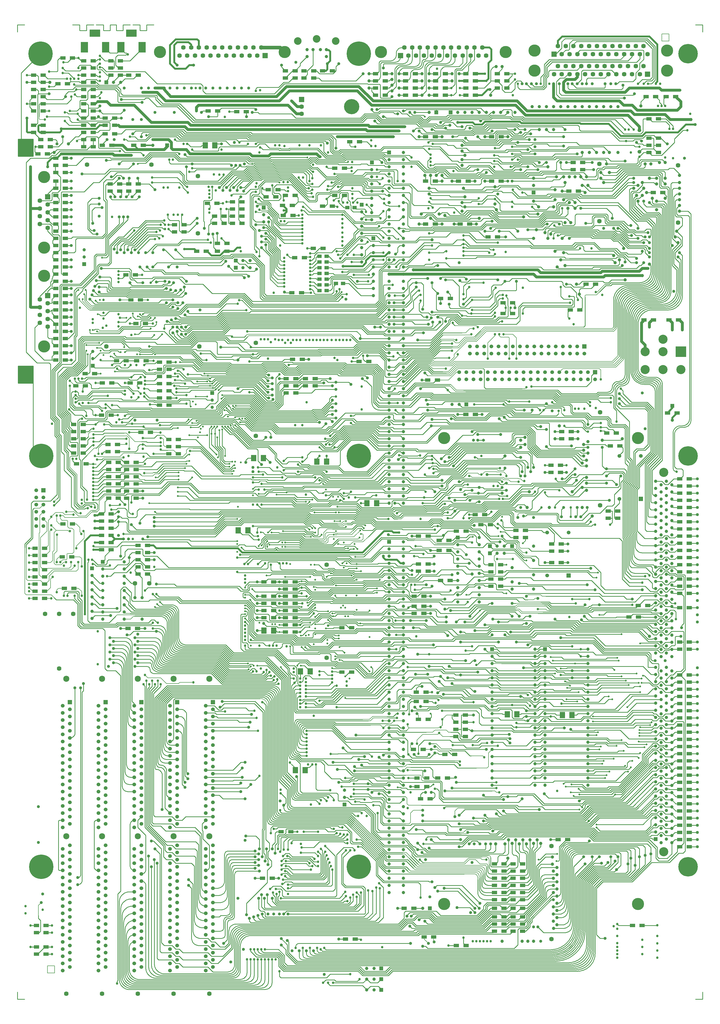
<source format=gbr>
G04 FAB 3000 Version 8.1.7 - Gerber/CAM Software*
G04 RS274-X Output*
%FSLAX24Y24*%
%MIA0B0*%
%MOIN*%
%SFA1.000000B1.000000*%

%IPPOS*%
%ADD11C,0.010002*%
%ADD12C,0.020005*%
%ADD13C,0.025006*%
%ADD14C,0.050012*%
%ADD15C,0.008002*%
%ADD16C,0.040009*%
%ADD17C,0.080019*%
%ADD18C,0.045880*%
%ADD19C,0.045960*%
%ADD20C,0.045950*%
%ADD21C,0.045890*%
%ADD22C,0.045940*%
%ADD23C,0.045900*%
%ADD24C,0.045910*%
%ADD25C,0.052680*%
%ADD26C,0.052730*%
%ADD27C,0.052740*%
%ADD28C,0.052690*%
%ADD29C,0.052660*%
%ADD30C,0.052720*%
%ADD31C,0.063800*%
%ADD32C,0.063750*%
%ADD33C,0.063730*%
%ADD34C,0.063810*%
%ADD35C,0.063740*%
%ADD36C,0.063790*%
%ADD37C,0.063760*%
%ADD38C,0.085020*%
%ADD39C,0.085010*%
%ADD40C,0.106220*%
%ADD41C,0.106280*%
%ADD42R,0.060000X0.060000*%
%ADD43R,0.060010X0.060000*%
%ADD44R,0.060070X0.060000*%
%ADD45R,0.060060X0.060010*%
%ADD46R,0.074970X0.075100*%
%ADD47R,0.075040X0.075100*%
%ADD48C,0.170029*%
%ADD49C,0.170020*%
%ADD50C,0.127560*%
%ADD51C,0.127540*%
%ADD52C,0.034020*%
%ADD53C,0.033960*%
%ADD54C,0.034030*%
%ADD55C,0.034010*%
%ADD56C,0.033970*%
%ADD57C,0.033950*%
%ADD58C,0.033980*%
%ADD59C,0.034000*%
%ADD60C,0.034100*%
%ADD61C,0.340115*%
%ADD62C,0.340060*%
%ADD63R,0.075030X0.075000*%
%ADD64R,0.075030X0.075100*%
%ADD65R,0.075020X0.074900*%
%ADD66R,0.075030X0.074900*%
%ADD67C,0.212560*%
%ADD68C,0.042470*%
%ADD69C,0.042550*%
%ADD70C,0.042530*%
%ADD71C,0.042480*%
%ADD72C,0.042540*%
%ADD73C,0.042490*%
%ADD74C,0.042520*%
%ADD75C,0.042600*%
%ADD76C,0.042500*%
%ADD77C,0.272060*%
%ADD78C,0.025550*%
%ADD79C,0.025500*%
%ADD80C,0.025560*%
%ADD81C,0.025490*%
%ADD82C,0.025480*%
%ADD83C,0.025540*%
%ADD84C,0.025510*%
%ADD85C,0.029720*%
%ADD86R,0.054050X0.054040*%
%ADD87R,0.054050X0.053980*%
%ADD88R,0.054030X0.053970*%
%ADD89R,0.053990X0.053980*%
%ADD90R,0.053970X0.054040*%
%ADD91R,0.053980X0.053980*%
%ADD92R,0.054040X0.053970*%
%ADD93R,0.053970X0.053980*%
%ADD94R,0.054040X0.053980*%
%ADD95R,0.053980X0.053970*%
%ADD96R,0.054020X0.054000*%
%ADD97R,0.053990X0.054100*%
%ADD98R,0.053970X0.054000*%
%ADD99R,0.054050X0.054100*%
%ADD100R,0.054040X0.054000*%
%ADD101R,0.054030X0.054000*%
%ADD102R,0.054040X0.053900*%
%ADD103R,0.053970X0.054100*%
%ADD104R,0.053970X0.053900*%
%ADD105R,0.053980X0.054000*%
%ADD106R,0.053980X0.054100*%
%ADD107R,0.054050X0.053900*%
%ADD108R,0.149970X0.150100*%
%ADD109R,0.075030X0.050020*%
%ADD110R,0.074990X0.050020*%
%ADD111R,0.075040X0.049970*%
%ADD112R,0.075040X0.050020*%
%ADD113R,0.075040X0.050010*%
%ADD114R,0.075030X0.050010*%
%ADD115R,0.075030X0.049970*%
%ADD116R,0.074980X0.050020*%
%ADD117R,0.075050X0.050020*%
%ADD118R,0.075030X0.050030*%
%ADD119R,0.074990X0.050030*%
%ADD120R,0.075040X0.050030*%
%ADD121R,0.074978X0.050030*%
%ADD122R,0.074978X0.049970*%
%ADD123R,0.074978X0.050010*%
%ADD124R,0.075020X0.050030*%
%ADD125R,0.074970X0.050020*%
%ADD126R,0.075040X0.049960*%
%ADD127R,0.075030X0.049960*%
%ADD128R,0.075100X0.050030*%
%ADD129R,0.075100X0.049970*%
%ADD130R,0.075050X0.049970*%
%ADD131R,0.075020X0.049970*%
%ADD132R,0.075100X0.050010*%
%ADD133R,0.075100X0.050020*%
%ADD134R,0.075020X0.049960*%
%ADD135R,0.075020X0.050010*%
%ADD136R,0.075050X0.050030*%
%ADD137R,0.074980X0.049960*%
%ADD138R,0.074970X0.049960*%
%ADD139R,0.075100X0.049960*%
%ADD140R,0.075020X0.050020*%
%ADD141R,0.075020X0.049980*%
%ADD142R,0.075050X0.050010*%
%ADD143R,0.074980X0.049980*%
%ADD144R,0.075032X0.049980*%
%ADD145R,0.075050X0.049960*%
%ADD146R,0.074990X0.049960*%
%ADD147R,0.074990X0.049970*%
%ADD148R,0.074990X0.049980*%
%ADD149R,0.075030X0.050100*%
%ADD150R,0.074990X0.050010*%
%ADD151R,0.075030X0.049930*%
%ADD152R,0.075020X0.050000*%
%ADD153R,0.075040X0.050000*%
%ADD154R,0.075020X0.050070*%
%ADD155R,0.075040X0.050070*%
%ADD156R,0.074980X0.050000*%
%ADD157R,0.075030X0.050000*%
%ADD158R,0.074980X0.049900*%
%ADD159R,0.075030X0.049900*%
%ADD160R,0.074990X0.049900*%
%ADD161R,0.075040X0.049900*%
%ADD162R,0.075040X0.050100*%
%ADD163R,0.075020X0.050100*%
%ADD164R,0.075020X0.049900*%
%ADD165R,0.074970X0.049900*%
%ADD166R,0.074970X0.050100*%
%ADD167R,0.074970X0.050000*%
%ADD168R,0.075050X0.049900*%
%ADD169R,0.074980X0.050100*%
%ADD170R,0.074990X0.050000*%
%ADD171R,0.074990X0.050100*%
%ADD172R,0.075050X0.050100*%
%ADD173R,0.075050X0.050000*%
%ADD174R,0.075040X0.090000*%
%ADD175R,0.075030X0.090000*%
%ADD176R,0.075030X0.090010*%
%ADD177R,0.075050X0.090010*%
%ADD178R,0.075050X0.090020*%
%ADD179R,0.075030X0.090020*%
%ADD180R,0.075040X0.090010*%
%ADD181R,0.074970X0.090010*%
%ADD182R,0.075030X0.089950*%
%ADD183R,0.075040X0.089950*%
%ADD184R,0.075020X0.090000*%
%ADD185R,0.074970X0.090000*%
%ADD186R,0.060000X0.049900*%
%ADD187R,0.060000X0.050100*%
%ADD188R,0.060000X0.050000*%
%ADD189R,0.060060X0.050000*%
%ADD190R,0.060060X0.049900*%
%ADD191R,0.060060X0.050100*%
%ADD192R,0.060010X0.050100*%
%ADD193R,0.100040X0.150000*%
%ADD194R,0.099990X0.150000*%
%ADD195R,0.150020X0.100000*%
%ADD196R,0.150070X0.100000*%
%ADD197C,0.170040*%
%LNA4000D_RevB_bottom_signal_0*%
%LPD*%
G54D197*
X93649Y96805D03*
X66542D03*
X93649Y31705D03*
X66542D03*
G54D196*
X22832Y153356D03*
G54D195*
X17730D03*
G54D193*
X16250Y151406D03*
X19211D03*
G54D194*
X21351D03*
G54D193*
X24312D03*
G54D187*
X54039Y129005D03*
X53039D03*
X49138Y120605D03*
G54D188*
Y121406D03*
G54D187*
Y122205D03*
G54D191*
X50138D03*
G54D189*
Y121406D03*
G54D191*
Y120605D03*
G54D192*
X52439Y118405D03*
X51438D03*
G54D190*
X50138Y119805D03*
G54D191*
Y119005D03*
G54D190*
Y118205D03*
G54D189*
Y117406D03*
G54D188*
X49138D03*
G54D186*
Y118205D03*
G54D187*
Y119005D03*
G54D186*
Y119805D03*
G54D185*
X33164Y137705D03*
G54D174*
X34504D03*
G54D185*
X50108Y93505D03*
G54D184*
X48768D03*
G54D183*
X41276Y94005D03*
G54D182*
X39936D03*
G54D181*
X55769Y87705D03*
G54D180*
X57110D03*
G54D174*
X39106Y83905D03*
G54D175*
X37765D03*
G54D176*
X41366Y69905D03*
X42706D03*
G54D179*
X47807Y64205D03*
G54D178*
X46467D03*
G54D175*
X75374Y58205D03*
X76714D03*
G54D177*
X83076Y58105D03*
G54D176*
X84416D03*
G54D175*
X47108Y50405D03*
G54D174*
X45767D03*
G54D153*
X9158Y147506D03*
Y146506D03*
Y145506D03*
Y144506D03*
X10499D03*
Y145506D03*
Y146506D03*
Y147506D03*
G54D156*
X12559Y146306D03*
G54D157*
X13259Y149906D03*
X13899Y146306D03*
G54D167*
X14600Y149906D03*
G54D156*
X16160Y149506D03*
Y148506D03*
Y147506D03*
Y146506D03*
Y145506D03*
Y144506D03*
G54D157*
X17500D03*
Y145506D03*
Y146506D03*
Y147506D03*
Y148506D03*
Y149506D03*
G54D170*
X19961Y147506D03*
Y148506D03*
Y149506D03*
G54D152*
X21301D03*
Y148506D03*
Y147506D03*
G54D156*
X22461D03*
G54D157*
X23802D03*
G54D173*
X44367Y148106D03*
Y147106D03*
G54D156*
X45707D03*
Y148106D03*
G54D167*
X46967D03*
Y147106D03*
G54D153*
X48308D03*
Y148106D03*
X49568D03*
G54D167*
X50908D03*
G54D153*
X56970Y144706D03*
Y145706D03*
Y146706D03*
Y147706D03*
G54D167*
X58310D03*
Y146706D03*
Y145706D03*
Y144706D03*
G54D153*
X61170D03*
Y145706D03*
Y146706D03*
Y147706D03*
G54D157*
X62511D03*
Y146706D03*
Y145706D03*
Y144706D03*
G54D170*
X65372D03*
Y145706D03*
Y146706D03*
Y147706D03*
G54D152*
X66712D03*
Y146706D03*
Y145706D03*
Y144706D03*
G54D157*
X69573D03*
Y145706D03*
Y146706D03*
Y147706D03*
X70913D03*
Y146706D03*
Y145706D03*
Y144706D03*
G54D152*
X73974Y145706D03*
Y146706D03*
Y147706D03*
G54D157*
X75314D03*
Y146706D03*
Y145706D03*
G54D167*
X94779Y144506D03*
G54D153*
X96119D03*
G54D167*
X97579D03*
G54D153*
X98920D03*
G54D162*
X96519Y138705D03*
G54D153*
Y141406D03*
G54D152*
X95179D03*
G54D163*
Y138705D03*
G54D157*
X74514Y138906D03*
G54D153*
X73174D03*
G54D157*
X65312D03*
G54D170*
X63971D03*
G54D157*
X38905Y142406D03*
G54D170*
X37565D03*
X34905Y142506D03*
G54D157*
X33564D03*
G54D153*
X20501Y139306D03*
Y140506D03*
Y141506D03*
G54D167*
X19161D03*
Y140506D03*
Y139306D03*
G54D159*
X17500Y138505D03*
G54D157*
Y139506D03*
Y140506D03*
Y141506D03*
Y142506D03*
Y143506D03*
G54D156*
X16160D03*
Y142506D03*
Y141506D03*
Y140506D03*
Y139506D03*
G54D158*
Y138505D03*
G54D161*
X11499D03*
G54D153*
X10499Y143506D03*
Y142506D03*
Y140506D03*
Y139506D03*
G54D159*
X10159Y138505D03*
G54D153*
X9158Y143506D03*
Y142506D03*
Y140506D03*
Y139506D03*
G54D149*
X9758Y136505D03*
X10159Y137505D03*
X11099Y136505D03*
G54D162*
X11499Y137505D03*
G54D169*
X12259Y135905D03*
G54D156*
Y134906D03*
Y133906D03*
Y132706D03*
G54D157*
X13599D03*
Y133906D03*
Y134906D03*
G54D149*
Y135905D03*
G54D169*
X16160Y137505D03*
G54D149*
X17500D03*
G54D157*
X18761Y137706D03*
G54D170*
X20101D03*
G54D173*
X23162D03*
G54D156*
X24502D03*
G54D159*
X51268Y134505D03*
G54D164*
X52609D03*
G54D159*
X53369Y138205D03*
X54709D03*
G54D170*
X63971Y132706D03*
G54D157*
X65312D03*
G54D173*
X68572D03*
G54D156*
X69913D03*
G54D153*
X73174D03*
G54D157*
X74514D03*
G54D149*
X84576Y135305D03*
Y134305D03*
G54D172*
X85917D03*
Y135305D03*
G54D164*
X95179Y136705D03*
G54D152*
Y137706D03*
G54D153*
X96519D03*
G54D161*
Y136705D03*
G54D167*
X97119Y131106D03*
G54D153*
X95779D03*
G54D158*
X85316Y131305D03*
G54D159*
X83976D03*
G54D161*
X70113Y126705D03*
G54D159*
X68773D03*
X65312D03*
G54D160*
X63971D03*
G54D164*
X52609Y130705D03*
G54D159*
X51268D03*
G54D165*
X50908Y129205D03*
G54D161*
X49568D03*
G54D158*
X45707Y130705D03*
G54D160*
X45407Y127905D03*
G54D149*
X45307Y129305D03*
G54D168*
X44367Y130705D03*
G54D159*
X44067Y127905D03*
G54D162*
X43967Y129305D03*
X43306Y131505D03*
G54D153*
X43006Y130506D03*
G54D166*
X41966Y131505D03*
G54D157*
X41666Y130506D03*
G54D149*
X38305Y126805D03*
Y127805D03*
G54D159*
Y128805D03*
Y129805D03*
G54D168*
X36965D03*
Y128805D03*
G54D172*
Y127805D03*
Y126805D03*
G54D149*
X35805D03*
Y127805D03*
G54D163*
X34804Y129605D03*
G54D162*
X34464Y126805D03*
Y127805D03*
G54D171*
X33464Y129605D03*
G54D159*
X30203Y126605D03*
G54D161*
X28863D03*
G54D159*
X23802Y131305D03*
Y132305D03*
G54D158*
X22461D03*
Y131305D03*
G54D160*
X21201D03*
Y132305D03*
G54D159*
X19861D03*
Y131305D03*
X13599Y126705D03*
G54D157*
Y127706D03*
G54D149*
Y128705D03*
Y129705D03*
G54D159*
Y130705D03*
Y131705D03*
G54D158*
X12259D03*
Y130705D03*
G54D169*
Y129705D03*
Y128705D03*
G54D156*
Y127706D03*
G54D158*
Y126705D03*
Y125705D03*
G54D169*
Y124705D03*
Y123705D03*
G54D156*
Y122706D03*
G54D158*
Y121705D03*
Y120705D03*
G54D159*
X13599D03*
Y121705D03*
G54D157*
Y122706D03*
G54D149*
Y123705D03*
Y124705D03*
G54D159*
Y125705D03*
G54D162*
X28863Y125605D03*
G54D149*
X30203D03*
G54D161*
X31964Y122905D03*
G54D165*
X33304D03*
G54D160*
X34864D03*
G54D171*
Y124005D03*
G54D149*
X36205D03*
G54D159*
Y122905D03*
G54D161*
X45667Y122005D03*
G54D159*
X47007D03*
G54D157*
X48267Y123306D03*
G54D153*
X49608D03*
G54D152*
X72673Y124906D03*
G54D170*
X74014D03*
G54D153*
X87717Y118306D03*
G54D157*
X86377D03*
G54D163*
X85516Y114705D03*
G54D149*
X84176D03*
G54D168*
X76114Y115705D03*
G54D159*
X74774D03*
G54D165*
X67412Y116305D03*
G54D159*
X66072D03*
G54D149*
X46607Y117105D03*
G54D169*
X45267D03*
G54D157*
X24102Y116106D03*
G54D166*
X23402Y119605D03*
G54D167*
X22762Y116106D03*
G54D149*
X22061Y119605D03*
X13599Y114705D03*
G54D159*
Y115705D03*
Y116705D03*
G54D157*
Y117706D03*
G54D149*
Y118705D03*
Y119705D03*
G54D169*
X12259D03*
Y118705D03*
G54D156*
Y117706D03*
G54D158*
Y116705D03*
Y115705D03*
G54D169*
Y114705D03*
Y113705D03*
G54D156*
Y112706D03*
G54D158*
Y111705D03*
Y110705D03*
G54D169*
Y109705D03*
Y108705D03*
G54D149*
X13599D03*
Y109705D03*
G54D159*
Y110705D03*
Y111705D03*
G54D157*
Y112706D03*
G54D149*
Y113705D03*
X23462Y112805D03*
X24802D03*
G54D159*
X74774Y114205D03*
G54D168*
X76114D03*
G54D152*
X94478Y113306D03*
G54D153*
X95819D03*
G54D157*
X97979D03*
G54D156*
X99320D03*
G54D157*
X65612Y104906D03*
G54D167*
X64271D03*
G54D162*
X56009Y107505D03*
G54D166*
X54669D03*
G54D159*
X48508Y105105D03*
Y104105D03*
G54D161*
X47167D03*
Y105105D03*
G54D149*
X46707Y107805D03*
G54D162*
X45807Y103105D03*
G54D161*
Y104105D03*
Y105105D03*
G54D162*
X45367Y107805D03*
G54D166*
X44467Y103105D03*
G54D165*
Y104105D03*
Y105105D03*
G54D152*
X28103Y107406D03*
Y106406D03*
G54D164*
Y105405D03*
G54D152*
Y104406D03*
G54D163*
Y103405D03*
G54D152*
Y102406D03*
G54D153*
X26762D03*
G54D162*
Y103405D03*
G54D153*
Y104406D03*
G54D161*
Y105405D03*
G54D153*
Y106406D03*
Y107406D03*
G54D159*
X24902Y107605D03*
G54D161*
X24002Y104505D03*
G54D158*
X23562Y107605D03*
G54D159*
X22661Y104505D03*
X22102Y107605D03*
G54D161*
X20761D03*
G54D160*
X20101Y104505D03*
G54D159*
X18761D03*
G54D157*
X17700Y105806D03*
G54D159*
X16400Y104105D03*
G54D157*
X16360Y105806D03*
G54D158*
X15060Y104105D03*
G54D157*
X13599Y107706D03*
G54D156*
X12259D03*
G54D116*
X14760Y98705D03*
G54D123*
Y97705D03*
G54D122*
Y96705D03*
G54D115*
X16100D03*
G54D114*
Y97705D03*
G54D109*
Y98705D03*
G54D155*
X18661Y100005D03*
G54D154*
X20001D03*
G54D115*
X24162Y97605D03*
X25502D03*
G54D153*
X26762Y101406D03*
G54D126*
X28063Y96605D03*
G54D152*
X28103Y101406D03*
G54D138*
X29403Y96605D03*
G54D151*
X69573Y100105D03*
X70913D03*
G54D150*
X82976Y97705D03*
G54D147*
Y96705D03*
G54D115*
X84316D03*
G54D114*
Y97705D03*
G54D121*
X89277Y97505D03*
G54D124*
X90618D03*
G54D149*
X97779Y100305D03*
X99120D03*
G54D133*
X100820Y91105D03*
G54D125*
X99480D03*
G54D115*
X91118Y95705D03*
G54D130*
X89777D03*
G54D123*
X82816Y93005D03*
G54D137*
Y92005D03*
G54D127*
X81475D03*
G54D114*
Y93005D03*
G54D121*
X29403Y94605D03*
G54D125*
Y95605D03*
G54D112*
X28063D03*
G54D120*
Y94605D03*
G54D115*
X23502Y90405D03*
G54D109*
Y91405D03*
G54D114*
Y92405D03*
G54D109*
Y93405D03*
G54D116*
X22161D03*
G54D123*
Y92405D03*
G54D116*
Y91405D03*
G54D122*
Y90405D03*
G54D131*
X21001D03*
G54D140*
Y91405D03*
G54D135*
Y92405D03*
G54D140*
Y93405D03*
G54D125*
X20901Y95905D03*
G54D123*
Y94905D03*
G54D111*
X19661Y90405D03*
G54D112*
Y91405D03*
G54D113*
Y92405D03*
G54D112*
Y93405D03*
G54D140*
X19561Y95905D03*
G54D135*
Y94905D03*
G54D147*
X16500Y93205D03*
G54D115*
X16100Y95705D03*
G54D118*
Y94705D03*
G54D115*
X15160Y93205D03*
G54D122*
X14760Y95705D03*
G54D121*
Y94705D03*
G54D127*
X13259Y84805D03*
G54D138*
X14600D03*
G54D113*
X18661Y85205D03*
G54D112*
Y86205D03*
G54D144*
X19661Y89405D03*
G54D112*
Y88405D03*
G54D135*
X20001Y85205D03*
G54D140*
Y86205D03*
G54D141*
X21001Y89405D03*
G54D140*
Y88405D03*
G54D116*
X22161D03*
G54D143*
Y89405D03*
G54D144*
X23502D03*
G54D109*
Y88405D03*
G54D125*
X70873Y86105D03*
G54D121*
X71673Y84705D03*
G54D112*
X72213Y86105D03*
G54D118*
X73014Y84705D03*
G54D109*
X89477Y85605D03*
G54D127*
Y86605D03*
G54D146*
X90818D03*
G54D110*
Y85605D03*
G54D122*
X99480Y85105D03*
G54D125*
Y86105D03*
G54D121*
Y87105D03*
G54D125*
Y88105D03*
G54D138*
Y89105D03*
G54D122*
Y90105D03*
G54D129*
X100820D03*
G54D139*
Y89105D03*
G54D133*
Y88105D03*
G54D128*
Y87105D03*
G54D133*
Y86105D03*
G54D129*
Y85105D03*
G54D139*
Y84105D03*
G54D133*
Y83105D03*
G54D128*
Y82105D03*
G54D133*
Y81105D03*
G54D129*
Y80105D03*
G54D139*
Y79105D03*
G54D138*
X99480D03*
G54D122*
Y80105D03*
G54D125*
Y81105D03*
G54D121*
Y82105D03*
G54D125*
Y83105D03*
G54D138*
Y84105D03*
G54D134*
X82916Y82005D03*
G54D131*
Y81005D03*
G54D141*
Y79405D03*
G54D148*
X81576D03*
G54D147*
Y81005D03*
G54D146*
Y82005D03*
G54D115*
X77915Y82905D03*
G54D109*
Y83905D03*
X76574D03*
G54D115*
Y82905D03*
G54D127*
X74444Y79105D03*
G54D126*
X73104D03*
G54D137*
X69613Y83805D03*
G54D145*
X68272D03*
G54D120*
X67212Y82505D03*
G54D112*
Y81105D03*
G54D109*
X65872D03*
G54D118*
Y82505D03*
G54D140*
X64311Y83105D03*
G54D131*
Y79205D03*
G54D111*
X62971D03*
G54D112*
Y83105D03*
G54D118*
X25102Y81805D03*
G54D109*
Y80805D03*
G54D127*
Y79805D03*
Y78805D03*
X23762D03*
Y79805D03*
G54D109*
Y80805D03*
G54D118*
Y81805D03*
G54D140*
X20001Y81205D03*
G54D124*
Y82205D03*
G54D131*
Y83205D03*
Y84205D03*
G54D111*
X18661D03*
Y83205D03*
G54D120*
Y82205D03*
G54D112*
Y81205D03*
G54D113*
X14500Y80205D03*
X13159D03*
G54D116*
X10699Y78405D03*
G54D143*
Y79405D03*
G54D122*
Y80405D03*
G54D116*
Y81405D03*
G54D109*
X9358D03*
G54D111*
Y80405D03*
G54D144*
Y79405D03*
G54D109*
Y78405D03*
G54D113*
Y77405D03*
G54D109*
Y76405D03*
G54D111*
Y75405D03*
G54D144*
Y74405D03*
G54D123*
X10699Y77405D03*
G54D116*
Y76405D03*
G54D122*
Y75405D03*
G54D143*
Y74405D03*
G54D112*
X13459Y75805D03*
X14800D03*
G54D118*
X23762Y77805D03*
X25102D03*
G54D114*
X41366Y72705D03*
G54D109*
Y73705D03*
G54D118*
Y74705D03*
G54D115*
Y76705D03*
X42706D03*
G54D118*
Y74705D03*
G54D109*
Y73705D03*
G54D114*
Y72705D03*
G54D142*
X44367D03*
G54D117*
Y73705D03*
G54D136*
Y74705D03*
G54D130*
Y75705D03*
Y76705D03*
G54D122*
X45707D03*
Y75705D03*
G54D121*
Y74705D03*
G54D116*
Y73705D03*
G54D123*
Y72705D03*
G54D116*
X62371Y73305D03*
G54D121*
Y74705D03*
G54D111*
X62971Y78205D03*
G54D112*
X63711Y73305D03*
G54D120*
Y74705D03*
G54D131*
X64311Y78205D03*
G54D141*
X66042Y76905D03*
X67382D03*
G54D112*
X73104Y76105D03*
G54D120*
Y77105D03*
G54D112*
Y78105D03*
G54D109*
X74444D03*
G54D118*
Y77105D03*
G54D109*
Y76105D03*
G54D110*
X93678Y73405D03*
G54D140*
X95019D03*
G54D125*
X99480Y73105D03*
G54D122*
Y75105D03*
G54D125*
Y76105D03*
G54D121*
Y77105D03*
G54D125*
Y78105D03*
G54D133*
X100820D03*
G54D128*
Y77105D03*
G54D133*
Y76105D03*
G54D129*
Y75105D03*
G54D133*
Y73105D03*
Y68305D03*
G54D139*
Y67305D03*
G54D138*
X99480D03*
G54D125*
Y68305D03*
G54D120*
X93718Y71805D03*
G54D118*
X92378D03*
G54D126*
X63711Y72305D03*
G54D137*
X62371D03*
G54D120*
X53609Y70305D03*
G54D118*
X52269D03*
G54D122*
X45707Y71705D03*
Y70705D03*
G54D121*
Y69705D03*
G54D136*
X44367D03*
G54D130*
Y70705D03*
Y71705D03*
G54D115*
X42706D03*
X41366D03*
G54D135*
X23702Y70205D03*
G54D114*
X22361D03*
G54D127*
X52269Y64105D03*
G54D126*
X53609D03*
X62671Y61305D03*
G54D134*
X64011D03*
G54D122*
X99480Y60705D03*
Y61705D03*
G54D123*
Y62705D03*
G54D125*
Y63705D03*
G54D133*
X100820D03*
G54D132*
Y62705D03*
G54D129*
Y61705D03*
Y60705D03*
G54D128*
Y59705D03*
G54D133*
Y58705D03*
G54D132*
Y57705D03*
G54D129*
Y56705D03*
Y55705D03*
G54D128*
Y54705D03*
G54D121*
X99480D03*
G54D122*
Y55705D03*
Y56705D03*
G54D123*
Y57705D03*
G54D125*
Y58705D03*
G54D121*
Y59705D03*
G54D109*
X69513Y58105D03*
G54D118*
Y57105D03*
G54D109*
Y56105D03*
G54D115*
Y55105D03*
X68173D03*
G54D109*
Y56105D03*
G54D118*
Y57105D03*
G54D109*
Y58105D03*
G54D124*
X64311Y57505D03*
X64011Y60005D03*
G54D120*
X62971Y57505D03*
X62671Y60005D03*
G54D112*
X62271Y53305D03*
G54D118*
X62771Y49305D03*
G54D109*
X63611Y53305D03*
G54D119*
X64111Y49305D03*
G54D121*
X65672D03*
G54D115*
X66672Y52605D03*
G54D124*
X67012Y49305D03*
G54D111*
X68012Y52605D03*
G54D125*
X99480Y48705D03*
G54D121*
Y49705D03*
G54D122*
Y50705D03*
Y51705D03*
G54D123*
Y52705D03*
G54D125*
Y53705D03*
G54D133*
X100820D03*
G54D132*
Y52705D03*
G54D129*
Y51705D03*
Y50705D03*
G54D128*
Y49705D03*
G54D133*
Y48705D03*
G54D132*
Y47705D03*
G54D129*
Y46705D03*
Y45705D03*
G54D128*
Y44705D03*
G54D133*
Y43705D03*
G54D132*
Y42705D03*
G54D123*
X99480D03*
G54D125*
Y43705D03*
G54D121*
Y44705D03*
G54D122*
Y45705D03*
Y46705D03*
G54D123*
Y47705D03*
G54D109*
X64581Y46405D03*
G54D110*
X64111Y48105D03*
G54D125*
X63241Y46405D03*
G54D109*
X62771Y48105D03*
G54D118*
X43767Y41805D03*
G54D119*
X45107D03*
G54D126*
X73574Y37305D03*
G54D127*
X74914D03*
X76174D03*
G54D126*
X77514D03*
G54D131*
X82476Y40705D03*
G54D130*
X83816D03*
G54D121*
X99480Y39705D03*
G54D122*
Y40705D03*
Y41705D03*
G54D129*
X100820D03*
Y40705D03*
G54D128*
Y39705D03*
G54D112*
X77514Y31105D03*
G54D126*
Y32305D03*
G54D112*
Y33305D03*
G54D120*
Y34305D03*
Y35305D03*
G54D126*
Y36305D03*
G54D127*
X76174D03*
G54D118*
Y35305D03*
Y34305D03*
G54D109*
Y33305D03*
G54D127*
Y32305D03*
G54D109*
Y31105D03*
X74914D03*
G54D127*
Y32305D03*
G54D109*
Y33305D03*
G54D118*
Y34305D03*
Y35305D03*
G54D127*
Y36305D03*
G54D126*
X73574D03*
G54D120*
Y35305D03*
Y34305D03*
G54D112*
Y33305D03*
G54D126*
Y32305D03*
G54D112*
Y31105D03*
X62311D03*
G54D125*
X60971D03*
G54D124*
X42506Y35305D03*
G54D119*
X41166D03*
G54D116*
X9558Y28705D03*
G54D123*
Y27705D03*
G54D122*
Y25705D03*
G54D121*
Y24705D03*
G54D118*
X10899D03*
G54D115*
Y25705D03*
G54D114*
Y27705D03*
G54D109*
Y28705D03*
G54D120*
X52769Y26805D03*
G54D118*
X54109D03*
G54D119*
X63741Y27105D03*
G54D118*
X65082D03*
G54D117*
X68272Y25905D03*
G54D116*
X69613D03*
G54D111*
X73574Y27905D03*
G54D112*
Y28905D03*
G54D113*
Y29905D03*
G54D114*
X74914D03*
G54D109*
Y28905D03*
G54D115*
Y27905D03*
X76174D03*
G54D109*
Y28905D03*
G54D114*
Y29905D03*
G54D113*
X77514D03*
G54D112*
Y28905D03*
G54D111*
Y27905D03*
G54D110*
X92878Y28705D03*
G54D109*
X94219D03*
G54D108*
X99650Y108855D03*
G54D106*
X19331Y146505D03*
G54D104*
X67442Y142305D03*
G54D107*
X65442D03*
G54D106*
X27833Y137705D03*
G54D105*
X56440Y135306D03*
G54D102*
X58840Y136705D03*
G54D104*
X79045Y131105D03*
G54D101*
X55039Y129406D03*
G54D103*
X41336Y129005D03*
G54D102*
X16230Y121105D03*
G54D101*
X37435Y120606D03*
Y121606D03*
G54D100*
X56640Y124706D03*
G54D99*
X34134Y103105D03*
G54D98*
X17430Y106906D03*
G54D97*
X69643Y101505D03*
G54D96*
X98450Y101306D03*
G54D89*
X76044Y81705D03*
G54D95*
X72944Y80705D03*
G54D91*
Y81705D03*
G54D88*
X68442Y82905D03*
G54D94*
X58840Y82305D03*
G54D93*
X18831Y79505D03*
G54D92*
X17330Y78605D03*
G54D91*
X73244Y67305D03*
X80645D03*
G54D90*
X52639Y45605D03*
G54D89*
X96124Y40755D03*
G54D88*
X64542Y31105D03*
G54D87*
X57740Y19705D03*
G54D86*
Y21205D03*
Y22705D03*
G54D85*
X49138Y95505D03*
G54D79*
X63841Y141705D03*
X53139Y135405D03*
X47438Y136005D03*
G54D80*
X43537Y132505D03*
G54D79*
X39736Y135105D03*
G54D78*
X23732D03*
G54D79*
X18731Y122005D03*
X60141Y124605D03*
X52239Y117205D03*
X18431Y116105D03*
X17831Y116005D03*
X16430Y117505D03*
X16230Y116905D03*
G54D78*
X16030Y116205D03*
G54D79*
X15530D03*
X15430Y117505D03*
X16530Y109805D03*
Y109005D03*
X16730Y108505D03*
X17030Y111905D03*
G54D78*
X17430D03*
G54D79*
X18031Y109405D03*
Y111705D03*
X18131Y114105D03*
X18331Y110105D03*
G54D80*
X18531Y109005D03*
G54D84*
X18931Y108405D03*
G54D83*
X20431Y108605D03*
G54D79*
X21331Y108805D03*
G54D83*
X21831Y109505D03*
G54D79*
X21931Y108805D03*
X22132Y113605D03*
X22732D03*
X23032Y114205D03*
X23332Y111305D03*
X23632Y108505D03*
G54D78*
X23732Y113805D03*
X24032Y108505D03*
Y114105D03*
G54D79*
X24432D03*
X25532Y113605D03*
Y112105D03*
G54D82*
X26032Y111205D03*
G54D79*
X26132Y108505D03*
Y113605D03*
X26333Y113005D03*
X27133Y111305D03*
X35535Y102805D03*
G54D80*
X35034Y103505D03*
G54D79*
X34634Y103605D03*
X34235Y103805D03*
X34134Y104405D03*
X33834Y104105D03*
Y104705D03*
Y105105D03*
X33534Y105505D03*
G54D82*
X33434Y102605D03*
Y104705D03*
G54D79*
X33034Y105805D03*
X32034Y104705D03*
X31834Y102605D03*
X29633Y107405D03*
X20531Y106105D03*
X19931Y108205D03*
G54D80*
X18531Y105805D03*
G54D79*
X29333Y98205D03*
X30833Y99405D03*
X30934Y97205D03*
X31133Y101205D03*
Y98305D03*
G54D82*
X31334Y98905D03*
G54D78*
X31434Y101905D03*
G54D79*
X31834Y101505D03*
X31934Y99205D03*
X32134Y96905D03*
X32434Y97605D03*
G54D78*
X32534Y98105D03*
X32834Y98405D03*
G54D82*
X33434Y97205D03*
G54D79*
X34034Y97405D03*
Y98405D03*
X34434D03*
X34535Y97405D03*
G54D81*
X34835Y96905D03*
Y98405D03*
G54D79*
X35135Y97905D03*
X35435Y102305D03*
X35535Y98005D03*
Y98405D03*
G54D80*
X35835Y100705D03*
G54D79*
X35935Y98405D03*
G54D80*
X36135Y101005D03*
G54D79*
X36335Y98405D03*
Y99805D03*
X36435Y101305D03*
X36735Y98605D03*
X37035Y101305D03*
Y100905D03*
X37335Y98605D03*
Y99705D03*
X37435Y101305D03*
X37935Y99505D03*
G54D83*
X38035Y99005D03*
G54D78*
X38335Y99505D03*
G54D79*
X38735D03*
X49638Y90405D03*
X38135Y93405D03*
X37335Y93505D03*
Y92605D03*
G54D78*
X37235Y93005D03*
G54D79*
X37135Y92205D03*
G54D83*
X36935Y91805D03*
Y93505D03*
G54D79*
X36535Y92805D03*
Y93205D03*
X35935Y94305D03*
X34934Y94105D03*
G54D80*
X34734Y94505D03*
G54D82*
X31334Y91305D03*
G54D79*
X30934Y94505D03*
Y93605D03*
X30533Y93205D03*
G54D80*
X30333Y92605D03*
G54D79*
X29433Y92005D03*
Y91505D03*
Y91005D03*
G54D80*
X26232Y91305D03*
G54D79*
X25332Y87705D03*
X26132Y86505D03*
X29333Y89905D03*
Y89305D03*
Y88705D03*
X37635Y85505D03*
X37735Y87205D03*
X39836Y89705D03*
Y88805D03*
X40636Y89005D03*
X43136Y88905D03*
X44537Y89205D03*
X47237Y87905D03*
X47738D03*
X48138Y88205D03*
X48438Y86405D03*
X49638Y89105D03*
X50038Y89605D03*
G54D81*
X51038Y88605D03*
G54D79*
X51238Y85205D03*
X51438Y86405D03*
G54D80*
X51538Y88205D03*
G54D79*
X51639Y87205D03*
X51738Y88605D03*
X51839Y86405D03*
X52038Y85205D03*
X52838D03*
Y84405D03*
X55539Y84605D03*
G54D83*
X74644Y85805D03*
G54D79*
X78045Y79705D03*
X77545Y82105D03*
X75244Y79105D03*
X74444Y83705D03*
X74144Y83105D03*
X70543Y83005D03*
X55339Y84205D03*
X54939Y83405D03*
G54D80*
X54839Y83905D03*
G54D79*
X54739Y82905D03*
X54439Y81305D03*
X54339Y78605D03*
Y79205D03*
X54139Y80205D03*
X54039Y82005D03*
X53939Y81305D03*
X53139Y81405D03*
X52939Y79305D03*
X52539Y82205D03*
Y78705D03*
X52338Y79305D03*
X51738Y82005D03*
X51438Y83805D03*
X51138Y82705D03*
Y83305D03*
X49438D03*
X48538Y84205D03*
Y83605D03*
X48438Y79105D03*
X48138Y84205D03*
X47937Y79105D03*
Y83005D03*
X47738Y84005D03*
X45037Y79205D03*
X44337Y81605D03*
Y82205D03*
X44036Y83805D03*
X43937Y82205D03*
Y81605D03*
X43136Y81205D03*
G54D80*
X42436Y83605D03*
G54D79*
X42136Y81905D03*
X41936Y83605D03*
X41836Y82405D03*
Y81605D03*
X41036Y81805D03*
X40934Y83608D03*
X40636Y81705D03*
X38235Y81505D03*
X37635Y82405D03*
Y82005D03*
Y80905D03*
X26132Y73205D03*
X26432Y73605D03*
X26833Y73905D03*
X38735Y75905D03*
Y74905D03*
Y74505D03*
Y73405D03*
Y73005D03*
Y72605D03*
G54D78*
X39436Y74205D03*
G54D79*
X39736Y75705D03*
X41736Y77605D03*
X44337Y77405D03*
X46637Y76805D03*
Y73205D03*
X47438Y73805D03*
X47537Y73405D03*
X47838Y77405D03*
X48338Y76005D03*
X48538Y73105D03*
Y73505D03*
Y75605D03*
Y77005D03*
X50138Y77405D03*
G54D81*
X50338Y72605D03*
G54D79*
X50738Y77905D03*
X51339Y74805D03*
X51438Y76205D03*
X52139Y73105D03*
G54D81*
X52439Y73405D03*
G54D79*
X52739Y73105D03*
X52838Y74805D03*
X53639Y77605D03*
X54339Y72805D03*
Y74805D03*
Y77005D03*
X54939Y78205D03*
X56139Y72705D03*
X57140Y75205D03*
Y75805D03*
X57540Y77005D03*
X69643Y74905D03*
X71543Y72705D03*
X75244Y75105D03*
G54D80*
X87847Y77305D03*
G54D79*
X88047Y78005D03*
X93949Y68105D03*
X91348Y69405D03*
X88247Y72105D03*
X56139Y69005D03*
G54D80*
X54839Y70905D03*
G54D79*
X53139Y71905D03*
X52739D03*
G54D78*
X52639Y66805D03*
G54D79*
X51939Y67605D03*
X51839Y68805D03*
Y69205D03*
G54D81*
X51038Y71905D03*
G54D79*
X50938Y72305D03*
G54D81*
X50338Y71405D03*
G54D79*
X50238Y68105D03*
Y68605D03*
X50038Y70205D03*
X48538Y71805D03*
Y70805D03*
Y70205D03*
Y69405D03*
X48338Y68005D03*
X47838Y71005D03*
X47738Y70405D03*
X47637Y69305D03*
X47237Y69205D03*
G54D80*
X47137Y67605D03*
G54D79*
X46637D03*
X46537Y69205D03*
X45037Y67705D03*
G54D80*
X43537Y69705D03*
Y70705D03*
G54D79*
X42936Y70805D03*
X42536D03*
X40736Y71005D03*
X39536Y67805D03*
X38735Y72205D03*
Y71605D03*
G54D80*
X39135Y65305D03*
G54D79*
X39236Y64505D03*
X39536Y64905D03*
X39936Y65005D03*
X40436D03*
X43736Y64805D03*
G54D78*
X46037Y65005D03*
G54D79*
X46537D03*
X50888Y64655D03*
X51339Y66305D03*
Y65905D03*
X51939Y65805D03*
X52739Y60505D03*
Y63505D03*
X53339Y63205D03*
X56139Y64205D03*
X56340Y64805D03*
X81445Y66205D03*
X81745Y65705D03*
G54D82*
X82045Y63905D03*
G54D79*
X82846Y64605D03*
G54D83*
X83446Y62805D03*
G54D79*
X83746Y61905D03*
G54D82*
X84146Y62205D03*
G54D79*
X84846Y65305D03*
X85346Y61305D03*
X89548Y60705D03*
X90348Y64405D03*
X90748Y66105D03*
X90948Y65705D03*
X91348Y63505D03*
X91948Y62905D03*
X92348Y62305D03*
X93448Y63905D03*
X93748Y62605D03*
X93949Y61305D03*
Y62105D03*
X94148Y62605D03*
Y63205D03*
G54D81*
X94348Y63605D03*
G54D80*
X95549Y57105D03*
G54D79*
X95349Y56705D03*
X93949Y56405D03*
X93848Y56005D03*
Y55605D03*
Y55205D03*
X93748Y54405D03*
X92148Y59205D03*
X91348Y54605D03*
G54D78*
X90048Y60305D03*
G54D79*
X88047Y55705D03*
G54D80*
X87847Y55305D03*
G54D79*
X87347Y57205D03*
Y57905D03*
X85147Y60005D03*
X83646Y60305D03*
X64641Y58305D03*
X65042Y48405D03*
X83246Y48505D03*
X84346Y48405D03*
X88247Y53305D03*
X88447Y53705D03*
X88647Y51305D03*
X88847Y51705D03*
X89047Y49305D03*
X89248Y49705D03*
X89647Y50205D03*
X90247Y52005D03*
X90648Y53805D03*
X91648Y53105D03*
X91848Y51005D03*
G54D78*
X92248Y50205D03*
G54D79*
X92648Y50805D03*
X92848Y51705D03*
X93748Y52105D03*
X93949Y52805D03*
X94549Y53605D03*
X94849Y54005D03*
X90448Y47005D03*
G54D80*
X87847Y42405D03*
Y42805D03*
G54D79*
X86647Y45305D03*
X85846Y45205D03*
X85447Y44905D03*
Y47005D03*
X85346Y47805D03*
X84646Y46805D03*
X84246Y47305D03*
X83546Y48105D03*
X60040Y48005D03*
X79745Y37905D03*
X82246Y37705D03*
G54D78*
X82346Y38705D03*
G54D77*
X100650Y36905D03*
Y94305D03*
Y150505D03*
G54D70*
X8228Y146505D03*
G54D71*
X11329Y144905D03*
G54D72*
X13630Y144505D03*
G54D73*
X21831Y145705D03*
G54D72*
X24232D03*
G54D74*
X24432Y145105D03*
G54D70*
X25232Y145705D03*
G54D69*
X26132D03*
G54D72*
X27433D03*
G54D69*
X28233D03*
G54D71*
X29233Y148905D03*
Y145705D03*
G54D72*
X30233D03*
G54D73*
X31233D03*
G54D74*
X31534Y148905D03*
G54D72*
X32434Y145705D03*
G54D70*
X33234D03*
G54D71*
X34234D03*
G54D72*
X35234D03*
G54D69*
X36235D03*
G54D71*
X37235D03*
G54D74*
X38235D03*
G54D70*
X39236D03*
G54D68*
X43837Y148905D03*
G54D72*
X45837Y149305D03*
G54D68*
X46637Y145305D03*
G54D70*
X50238Y149105D03*
G54D73*
X51838D03*
G54D72*
X55239Y147705D03*
G54D69*
X58040Y148505D03*
G54D73*
X59240Y144505D03*
G54D71*
X72944Y145505D03*
G54D73*
X77444Y146305D03*
G54D70*
X78045D03*
G54D68*
X78745D03*
G54D70*
X79445D03*
G54D68*
X81845D03*
G54D71*
X82646D03*
G54D72*
X83846D03*
X84446D03*
G54D73*
X85146D03*
G54D72*
X85846D03*
G54D68*
X86447D03*
G54D73*
X87247D03*
G54D69*
X89047D03*
G54D72*
X89848D03*
G54D73*
X90548D03*
G54D72*
X91548Y146105D03*
G54D70*
X93148Y144905D03*
G54D76*
X101650Y140605D03*
G54D68*
X91748Y144305D03*
G54D73*
X83446Y139905D03*
G54D70*
X83246Y138905D03*
G54D69*
X79245Y138505D03*
G54D70*
X78645Y139305D03*
G54D73*
X78445Y138505D03*
G54D72*
X77845Y139905D03*
G54D74*
X77244Y139505D03*
G54D72*
X76444Y139905D03*
G54D71*
X73244Y139705D03*
X71643Y141105D03*
G54D70*
X71243Y138905D03*
G54D72*
X70143Y140105D03*
G54D73*
X69743Y143305D03*
G54D74*
X69543Y138705D03*
G54D72*
X69042Y140305D03*
G54D73*
X68642Y143905D03*
G54D70*
X68442Y140905D03*
G54D68*
X67742Y138905D03*
G54D70*
X67342Y140505D03*
X66742Y140105D03*
X66042Y140905D03*
G54D69*
X64842Y139905D03*
G54D73*
X63041Y139705D03*
G54D74*
X62441Y142305D03*
G54D73*
X62241Y139705D03*
G54D68*
X61741Y142305D03*
G54D70*
X61041Y140305D03*
G54D71*
X60841Y142505D03*
G54D72*
X60240Y139705D03*
G54D68*
X60040Y142105D03*
G54D72*
X59440Y138905D03*
G54D69*
X58040Y141705D03*
G54D70*
X57140Y142705D03*
X56840Y141105D03*
G54D68*
X56440Y142705D03*
G54D70*
X51639Y138905D03*
G54D68*
X45237Y143905D03*
X43837Y140505D03*
G54D71*
X41636D03*
G54D68*
X40236Y142705D03*
G54D73*
X39736Y142305D03*
G54D72*
X38938Y141703D03*
G54D68*
X33634Y141705D03*
G54D70*
X32634Y142305D03*
X31934Y142505D03*
G54D72*
X28833Y142305D03*
G54D69*
X26132D03*
G54D70*
X25832Y138505D03*
G54D73*
X24332Y143705D03*
G54D72*
X24232Y141305D03*
Y138905D03*
G54D70*
X23032Y139305D03*
Y141305D03*
G54D73*
X21831Y142605D03*
G54D72*
X21431Y144105D03*
Y141505D03*
G54D71*
X20431Y138505D03*
G54D72*
X19431D03*
G54D70*
X18430Y143205D03*
Y142505D03*
G54D73*
X18231Y141705D03*
G54D71*
X13229Y138905D03*
X13029Y140005D03*
G54D70*
X8228Y141505D03*
X8728Y134705D03*
G54D71*
X11129D03*
X12429Y137905D03*
G54D73*
X14430Y135905D03*
Y133905D03*
Y132705D03*
G54D70*
X15930Y133705D03*
G54D71*
X19331Y135605D03*
G54D72*
X20031Y133305D03*
X21131Y135105D03*
Y133105D03*
G54D74*
X21731D03*
G54D72*
X22532D03*
X22831Y136305D03*
G54D70*
X23132Y135105D03*
G54D68*
X23732Y133105D03*
G54D73*
X30333Y136405D03*
G54D74*
X30533Y134705D03*
G54D72*
X31334Y135105D03*
G54D70*
X35435Y137905D03*
X36835Y134905D03*
G54D71*
X37235Y138105D03*
G54D70*
X37435Y134905D03*
G54D73*
X38035D03*
X38635Y135105D03*
G54D72*
X49238Y136105D03*
G54D70*
X50238Y138005D03*
G54D72*
X51438Y137305D03*
G54D68*
X57840Y135305D03*
G54D70*
X71243Y134305D03*
G54D73*
X72443Y133905D03*
G54D68*
X75444Y132705D03*
G54D73*
X76044D03*
X76844Y138105D03*
G54D74*
X77244Y134305D03*
G54D71*
X78245Y134705D03*
Y137105D03*
G54D69*
X79245Y137505D03*
Y136505D03*
G54D71*
X79645Y134305D03*
G54D73*
X79845Y135305D03*
G54D70*
X80845D03*
G54D71*
X82846D03*
G54D70*
X83246Y137605D03*
G54D74*
X83646Y135305D03*
G54D73*
X85146Y136505D03*
X87247Y135305D03*
G54D70*
X87447Y134305D03*
G54D72*
X91848Y135505D03*
G54D68*
X93048Y132505D03*
Y133105D03*
G54D74*
X93448Y138105D03*
G54D68*
X94149Y138305D03*
X97749Y137905D03*
G54D72*
X100150Y135905D03*
G54D71*
X95249Y129705D03*
X94449Y129905D03*
G54D72*
X92648Y126505D03*
G54D71*
X90048Y127505D03*
G54D70*
X86347Y126805D03*
G54D71*
X85647Y128905D03*
X82646Y126705D03*
X80945D03*
X74044Y130905D03*
X73244Y127105D03*
G54D70*
X57940Y131305D03*
X42036Y127005D03*
Y127605D03*
G54D72*
X40436Y129205D03*
G54D68*
X40236Y126605D03*
G54D74*
X38535Y131305D03*
G54D70*
X38135Y130505D03*
Y131805D03*
G54D72*
X37635Y131405D03*
G54D70*
X37135Y131805D03*
G54D71*
X36635Y131405D03*
G54D68*
X36135Y131805D03*
G54D73*
X35635Y131405D03*
G54D72*
X35135Y131805D03*
G54D73*
X32034Y126805D03*
Y127505D03*
G54D69*
X26132Y131505D03*
G54D72*
X23932Y130505D03*
G54D73*
X22932D03*
G54D68*
X22332Y127705D03*
G54D73*
X22131Y130505D03*
G54D74*
X21731Y127705D03*
G54D68*
X21331Y130505D03*
G54D72*
X21131Y127705D03*
G54D70*
X20531Y130505D03*
G54D71*
X19931D03*
G54D73*
X18731Y129005D03*
G54D72*
X18331Y130305D03*
Y129505D03*
Y127805D03*
G54D68*
X17430Y126805D03*
G54D73*
X14430Y131705D03*
Y130705D03*
Y129705D03*
Y128705D03*
Y127705D03*
Y125705D03*
Y123705D03*
Y121705D03*
Y120705D03*
X17631Y125805D03*
G54D74*
X18031Y125305D03*
G54D72*
X18631Y120505D03*
G54D71*
X20431Y123205D03*
G54D72*
X20831Y122705D03*
G54D68*
X21331Y123105D03*
G54D73*
X21831Y122705D03*
G54D68*
X22332Y123105D03*
G54D72*
X22831Y122705D03*
G54D70*
X23332Y123105D03*
G54D74*
X23832Y122705D03*
G54D73*
X24032Y120705D03*
G54D68*
X24832Y122705D03*
G54D72*
X25032Y120705D03*
G54D70*
X25832D03*
Y122705D03*
G54D71*
X27333Y123105D03*
G54D70*
X28033Y120705D03*
G54D68*
X29033Y123105D03*
G54D71*
X29233Y120705D03*
G54D72*
X33034Y126105D03*
G54D68*
X33634Y125305D03*
G54D71*
X34234D03*
G54D72*
X34835Y125405D03*
G54D70*
X36035Y121505D03*
G54D68*
X36435Y120805D03*
G54D70*
X40336Y120405D03*
X40736Y125805D03*
G54D68*
X41036Y123405D03*
Y124205D03*
Y125005D03*
X41336Y126205D03*
G54D71*
X41636Y125405D03*
Y124605D03*
Y123805D03*
G54D72*
X52439Y120805D03*
G54D73*
X59540Y121705D03*
G54D71*
X59740Y122505D03*
G54D72*
X60240Y126105D03*
G54D70*
X65642Y120905D03*
G54D73*
X68642Y121305D03*
G54D72*
X72244Y125705D03*
G54D71*
X73043Y126105D03*
G54D72*
X74244Y125705D03*
G54D68*
X75144Y124905D03*
G54D73*
X76844Y125705D03*
G54D71*
X78245Y125905D03*
G54D73*
X84046Y124705D03*
G54D70*
X88847Y126105D03*
X90247D03*
G54D73*
X90848D03*
X91448Y120905D03*
G54D72*
X91848Y121405D03*
G54D68*
X92748Y125105D03*
G54D74*
X93448Y121305D03*
Y121905D03*
G54D73*
X93648Y126105D03*
Y124705D03*
G54D70*
X94249Y122905D03*
G54D71*
X94449Y121305D03*
Y124105D03*
G54D69*
X94648Y124905D03*
G54D71*
X95049Y125505D03*
Y120505D03*
X95249Y122105D03*
Y122705D03*
Y123305D03*
Y124105D03*
Y124905D03*
G54D74*
X98450Y123705D03*
G54D72*
X99250Y122105D03*
G54D68*
X99450Y122705D03*
G54D72*
X98650Y117305D03*
G54D74*
X83646Y118305D03*
X76644Y118705D03*
G54D72*
X76444Y115005D03*
X75044Y118705D03*
G54D71*
X74044Y118905D03*
G54D73*
X69643Y119005D03*
G54D74*
X69243Y115505D03*
G54D70*
X68742Y118805D03*
G54D73*
X67242Y115505D03*
G54D70*
X67043Y117206D03*
X66742Y118905D03*
G54D72*
X66043Y115605D03*
G54D70*
X66042Y119105D03*
X65642Y117005D03*
G54D69*
X64842Y114405D03*
Y118505D03*
G54D71*
X64241Y119105D03*
G54D70*
X63541Y114805D03*
G54D72*
X62641Y118505D03*
Y117905D03*
G54D73*
X59540Y114705D03*
Y115705D03*
G54D70*
X54439Y118705D03*
G54D72*
X52839Y116205D03*
G54D70*
X44237Y117205D03*
X39236Y119405D03*
G54D73*
X38635Y119205D03*
G54D72*
X32434Y114705D03*
G54D70*
X30734Y114505D03*
G54D74*
X30533Y118705D03*
G54D70*
X30434Y117005D03*
G54D72*
X30233Y117905D03*
G54D68*
X30033Y115705D03*
G54D70*
X29733Y117505D03*
X29333Y114905D03*
Y115705D03*
G54D68*
X29033Y117405D03*
X28733Y118505D03*
G54D70*
X28633Y115105D03*
Y116105D03*
X28333Y117505D03*
G54D71*
X28133Y118605D03*
G54D72*
X27733Y115705D03*
Y117705D03*
X27533Y118705D03*
X26333Y118605D03*
G54D74*
X24432Y118505D03*
G54D68*
X22632D03*
G54D71*
X21231Y116105D03*
G54D70*
X18430Y119305D03*
G54D72*
X18331Y117205D03*
Y117905D03*
G54D73*
X17931Y118805D03*
G54D68*
X17730Y118005D03*
G54D72*
X17530Y117405D03*
X17330Y116805D03*
G54D74*
X17030Y116205D03*
G54D73*
X14430Y118705D03*
Y117705D03*
Y116805D03*
Y115705D03*
Y114705D03*
Y113705D03*
Y112705D03*
Y111705D03*
Y109705D03*
Y108705D03*
G54D71*
X27833Y113105D03*
X28433Y113305D03*
G54D70*
X28633Y111505D03*
Y112305D03*
G54D68*
X29033Y113505D03*
G54D71*
X29233Y112305D03*
Y111705D03*
G54D73*
X29833Y111305D03*
Y112305D03*
X30333Y114005D03*
G54D70*
X30434Y112305D03*
Y111305D03*
G54D71*
X35334Y109505D03*
G54D73*
X54839Y110705D03*
G54D70*
X56840Y112305D03*
G54D71*
X57640D03*
G54D73*
X59540Y113705D03*
Y112705D03*
Y111705D03*
G54D68*
X62841Y110505D03*
G54D73*
X63641Y111505D03*
G54D71*
X64141Y113705D03*
G54D72*
X64341Y112705D03*
G54D71*
X64741Y113605D03*
G54D70*
X64941Y113005D03*
X65642Y113705D03*
X65942Y113005D03*
X66742Y113105D03*
G54D68*
X94149Y112305D03*
G54D71*
X95249D03*
G54D74*
X98450Y111905D03*
G54D72*
X99850D03*
G54D70*
X94249Y103105D03*
G54D74*
X91048Y103005D03*
G54D70*
X63841Y105905D03*
G54D72*
X63441Y104905D03*
G54D70*
X63241Y103705D03*
X55839Y108305D03*
Y105205D03*
G54D68*
X55139Y105105D03*
G54D72*
X53539Y104305D03*
X51438Y104605D03*
Y103605D03*
G54D73*
X50938Y104105D03*
G54D69*
X50638Y105105D03*
G54D70*
X49738Y104505D03*
G54D68*
X47638Y107805D03*
X43537Y105105D03*
G54D72*
X42536Y105205D03*
Y104405D03*
Y103605D03*
Y102805D03*
G54D70*
X42036Y102405D03*
Y105605D03*
G54D71*
X41936Y104805D03*
Y104005D03*
Y103205D03*
G54D73*
X37735Y103705D03*
Y107705D03*
X14430D03*
G54D70*
X23332Y99305D03*
G54D69*
X26432D03*
G54D71*
X41636Y96905D03*
G54D70*
X42336D03*
G54D72*
X42636Y102205D03*
G54D70*
X49138Y99005D03*
G54D72*
X50038Y98805D03*
G54D73*
X50938Y102105D03*
Y101105D03*
Y100105D03*
Y99105D03*
G54D72*
X51438Y99605D03*
Y100605D03*
Y101605D03*
X64041Y102105D03*
G54D71*
X64241Y101505D03*
Y100705D03*
X64741Y98505D03*
G54D69*
X64842Y99405D03*
G54D73*
X67542Y99505D03*
G54D70*
X68442Y100105D03*
G54D72*
X70443Y97705D03*
G54D70*
X70643Y96505D03*
X71243D03*
Y97305D03*
G54D71*
X71843Y100105D03*
G54D70*
X72043Y96505D03*
G54D72*
X74244Y99505D03*
G54D70*
X74444Y97305D03*
G54D73*
X74944Y99705D03*
G54D72*
X77745Y100705D03*
X78845D03*
G54D70*
X80045Y98405D03*
X80845Y98005D03*
Y101605D03*
G54D72*
X81646Y100605D03*
G54D71*
X82046Y97705D03*
G54D69*
X86647Y98705D03*
G54D74*
X91048Y102305D03*
Y101605D03*
G54D69*
X94648Y98105D03*
G54D75*
X101951Y91105D03*
G54D72*
X91248Y91505D03*
G54D68*
X89247Y90505D03*
Y91505D03*
Y92505D03*
G54D71*
X88647Y95505D03*
G54D69*
X86647D03*
G54D68*
X85046Y90905D03*
G54D73*
X84846Y91705D03*
Y92505D03*
G54D74*
X84346Y95705D03*
X83646Y92005D03*
G54D72*
X83046Y91105D03*
G54D70*
X80845Y95605D03*
G54D71*
X80645Y92005D03*
G54D68*
X79045Y92705D03*
G54D70*
X78645Y92105D03*
G54D71*
X78245Y92705D03*
G54D72*
X77845Y91505D03*
G54D73*
X77444Y92105D03*
G54D74*
X77244Y94105D03*
Y91505D03*
G54D73*
X75244Y90505D03*
G54D72*
X75044Y92605D03*
G54D69*
X72543Y91705D03*
G54D73*
X68642Y90705D03*
G54D70*
X67842Y92905D03*
G54D73*
X67242Y94105D03*
G54D71*
X66642Y93505D03*
G54D72*
X66242Y90905D03*
G54D71*
X66142Y93905D03*
G54D69*
X60141Y93805D03*
G54D71*
X42236Y93405D03*
G54D68*
X41036Y93105D03*
G54D72*
X39836Y92105D03*
Y92705D03*
G54D68*
X38835Y93405D03*
X17730Y86005D03*
Y85205D03*
G54D71*
X21031Y85105D03*
Y85805D03*
Y86505D03*
G54D70*
X21931Y87505D03*
G54D72*
X22831Y84705D03*
G54D73*
X24032Y84905D03*
G54D74*
X24432Y89405D03*
Y88405D03*
G54D72*
X26032Y84505D03*
Y85105D03*
Y85705D03*
G54D70*
X59640Y87705D03*
G54D68*
X65242Y89305D03*
G54D72*
X66242Y90105D03*
G54D73*
X67242Y88405D03*
X68042Y86605D03*
Y88105D03*
G54D68*
X68843Y89605D03*
G54D73*
X69443Y88905D03*
G54D72*
X70143Y88105D03*
X70443Y89505D03*
G54D73*
X70743Y84605D03*
G54D68*
X71343Y89105D03*
G54D72*
X71443Y87905D03*
Y89905D03*
G54D73*
X74644D03*
X75244Y89505D03*
X76844Y85705D03*
G54D74*
X77244Y87105D03*
G54D68*
X77645Y85905D03*
X79045Y85705D03*
X82946Y85805D03*
G54D70*
X83246Y87105D03*
G54D74*
X84946Y85805D03*
G54D73*
X85146Y87105D03*
G54D71*
X85647Y85805D03*
G54D72*
X86547Y87105D03*
G54D70*
X89647Y88105D03*
G54D68*
X90648Y90305D03*
G54D75*
X101951Y90105D03*
Y89105D03*
Y88105D03*
Y87105D03*
Y86105D03*
Y85105D03*
Y84105D03*
Y83105D03*
Y82105D03*
Y81105D03*
Y80105D03*
Y79105D03*
G54D71*
X87047Y78605D03*
G54D72*
X83846Y82005D03*
Y81005D03*
Y79405D03*
G54D71*
X80645D03*
G54D73*
X74644Y83105D03*
X74344Y82305D03*
G54D72*
X70043Y79305D03*
G54D73*
X69643Y80505D03*
G54D71*
X66442Y83205D03*
G54D69*
X65142Y79205D03*
Y80305D03*
G54D70*
X64641Y81105D03*
G54D71*
X62041Y83105D03*
X58740Y83305D03*
G54D69*
X58040Y80305D03*
G54D72*
X26032Y79805D03*
Y80805D03*
G54D68*
X25132Y83005D03*
G54D74*
X24432Y82705D03*
G54D72*
X22532Y80105D03*
G54D73*
X22431Y82705D03*
G54D74*
X21731D03*
G54D68*
X21331Y80305D03*
G54D71*
X21031Y83205D03*
G54D68*
X17730Y84205D03*
G54D72*
X20831Y73005D03*
X26333Y76405D03*
X40436Y76705D03*
Y74705D03*
Y73705D03*
Y72705D03*
G54D68*
X43537Y73705D03*
Y74705D03*
Y75705D03*
Y76705D03*
G54D71*
X62041Y78305D03*
G54D72*
X64041Y76305D03*
G54D70*
X64641Y73305D03*
Y74705D03*
G54D69*
X64842Y76105D03*
X65142Y78205D03*
G54D71*
X66642Y74305D03*
Y72905D03*
G54D68*
X67442Y72705D03*
G54D72*
X67642Y77705D03*
G54D71*
X73244Y73705D03*
G54D73*
X76044D03*
G54D72*
X77044Y76505D03*
G54D70*
X78045Y74705D03*
G54D71*
X79645Y74405D03*
X86246Y73505D03*
G54D72*
X86547Y76305D03*
X87647Y75605D03*
G54D70*
X88247Y73505D03*
G54D73*
X92848Y74305D03*
G54D70*
X94249Y75605D03*
G54D75*
X101951Y78105D03*
Y77105D03*
Y76105D03*
Y75105D03*
Y74105D03*
Y73105D03*
Y72105D03*
Y71105D03*
Y68305D03*
Y67305D03*
G54D70*
X99750Y70305D03*
G54D73*
X99650Y69105D03*
X86147Y71905D03*
G54D70*
X85747Y71405D03*
G54D71*
X82846Y68905D03*
X82046Y71505D03*
X78545Y71905D03*
X78245Y67905D03*
G54D70*
X78045Y70905D03*
G54D72*
X77044Y71905D03*
G54D74*
X76644Y68305D03*
G54D73*
X76044Y71905D03*
G54D70*
X75844Y69705D03*
G54D72*
X75044Y69305D03*
G54D68*
X74144Y68305D03*
Y71105D03*
G54D70*
X73344Y71505D03*
G54D71*
X73244Y69305D03*
G54D72*
X72244Y67305D03*
Y70705D03*
G54D71*
X70843Y69905D03*
G54D72*
X70143Y71905D03*
G54D73*
X69443Y71105D03*
G54D68*
X68843Y68305D03*
Y69705D03*
G54D72*
X68242Y71105D03*
G54D70*
X67042Y69205D03*
G54D72*
X66842Y71805D03*
Y71105D03*
G54D71*
X65042Y67905D03*
G54D70*
X64641Y72305D03*
G54D72*
X64041Y71305D03*
G54D68*
X62841Y66605D03*
G54D73*
X62241Y70305D03*
G54D70*
X61841Y71305D03*
G54D68*
X43537Y71705D03*
X41336Y70905D03*
G54D72*
X40436Y71705D03*
Y69905D03*
X26333Y69805D03*
G54D74*
X24732Y70205D03*
G54D68*
X23732Y69405D03*
Y68405D03*
Y67405D03*
Y66405D03*
G54D70*
X23332Y66905D03*
Y67905D03*
Y68905D03*
G54D72*
X22231Y69305D03*
G54D68*
X21331Y70205D03*
G54D69*
X20331Y66405D03*
Y67405D03*
Y68405D03*
G54D71*
X19931Y72005D03*
G54D70*
X19831Y68905D03*
Y67905D03*
Y66905D03*
G54D68*
X14930Y61905D03*
G54D71*
X15730D03*
G54D72*
X16130Y62505D03*
G54D73*
X19631Y64905D03*
G54D70*
X19831Y65905D03*
G54D69*
X20331Y65405D03*
G54D70*
X23332Y65905D03*
Y64905D03*
G54D68*
X23732Y65405D03*
X62541Y63805D03*
G54D72*
X63441Y62105D03*
G54D71*
X64241Y63805D03*
X64441Y64905D03*
G54D70*
X65642Y61205D03*
G54D71*
X65842Y62805D03*
G54D70*
X66042Y63505D03*
G54D71*
X66442Y61005D03*
G54D70*
X67042Y63305D03*
G54D73*
X67242Y64905D03*
G54D72*
X67642Y62505D03*
G54D68*
X68843Y63705D03*
G54D74*
X69543Y65705D03*
G54D71*
X70843Y61405D03*
Y65705D03*
G54D70*
X71243Y64105D03*
G54D74*
X77244Y60705D03*
G54D68*
X77645Y64705D03*
G54D72*
X84446Y63305D03*
Y64305D03*
G54D71*
X96049Y65705D03*
X97449D03*
G54D75*
X101951Y64705D03*
Y63705D03*
Y62705D03*
Y61705D03*
Y60705D03*
Y59705D03*
Y58705D03*
Y57705D03*
Y56705D03*
Y55705D03*
Y54705D03*
G54D68*
X84246Y56105D03*
G54D70*
X83346Y56305D03*
G54D71*
X78245Y57305D03*
G54D70*
X78045Y58705D03*
Y57905D03*
G54D73*
X75744Y54805D03*
G54D72*
X75644Y55405D03*
G54D70*
X70643Y58105D03*
G54D72*
X70443Y55905D03*
G54D70*
X63241Y59305D03*
G54D72*
X62741Y58305D03*
G54D74*
X62441Y59205D03*
G54D71*
X62041Y58705D03*
G54D73*
X54239Y55305D03*
G54D70*
X39635Y58205D03*
G54D73*
X39436Y57105D03*
G54D70*
X39236Y56405D03*
G54D71*
X35535Y60005D03*
G54D72*
X35234Y59205D03*
G54D73*
X30333Y48705D03*
G54D70*
X30734Y49905D03*
Y49205D03*
X38135Y48605D03*
G54D73*
X38335Y49405D03*
Y50705D03*
G54D72*
X38735Y51505D03*
G54D70*
X39536Y48405D03*
G54D74*
X45937Y49505D03*
G54D71*
X51038Y51505D03*
G54D70*
X51639Y50505D03*
G54D73*
X51838Y48705D03*
G54D72*
X52439Y53505D03*
G54D68*
X54039Y50305D03*
Y50905D03*
G54D72*
X54639Y51905D03*
G54D70*
X55039Y51105D03*
G54D68*
X55439Y52305D03*
G54D73*
X55939Y48505D03*
G54D69*
X57440Y52205D03*
X58040Y52505D03*
G54D71*
X62041Y54105D03*
G54D72*
X62341Y52605D03*
G54D70*
X63841Y50305D03*
G54D71*
X64441Y52605D03*
G54D70*
X64542Y54105D03*
G54D71*
X64741Y53305D03*
G54D68*
X65242Y53705D03*
Y52805D03*
G54D70*
X68142Y49405D03*
G54D72*
X68242Y48705D03*
G54D73*
X72443Y53305D03*
X75744Y54205D03*
G54D75*
X101951Y53705D03*
Y52705D03*
Y51705D03*
Y50705D03*
Y49705D03*
Y48705D03*
Y47705D03*
Y46705D03*
Y45705D03*
Y44705D03*
Y43705D03*
Y42705D03*
G54D70*
X85447Y46105D03*
G54D72*
X80545Y47105D03*
G54D73*
X79845Y44905D03*
X77444Y46405D03*
G54D68*
X75444Y46705D03*
G54D74*
X74844Y46305D03*
Y44705D03*
G54D71*
X73844Y44305D03*
G54D72*
X72244Y44105D03*
G54D70*
X72043Y46905D03*
Y43305D03*
X70643Y43705D03*
G54D73*
X68642Y42905D03*
Y44105D03*
X68042Y43905D03*
G54D72*
X67642Y47905D03*
G54D71*
X66642Y47505D03*
X64741Y47305D03*
X63941D03*
G54D70*
X63541Y43305D03*
Y44105D03*
Y44805D03*
X61841Y48105D03*
G54D69*
X57440Y47105D03*
G54D68*
X56440Y47305D03*
G54D73*
X55939Y47705D03*
G54D68*
X44137Y45505D03*
G54D69*
X43637Y46105D03*
G54D72*
X38735Y46405D03*
G54D70*
X38135Y47405D03*
G54D73*
X30333Y48005D03*
G54D72*
X27133Y44905D03*
G54D70*
X9829Y45305D03*
Y40305D03*
X25232Y38405D03*
G54D73*
X25632Y40505D03*
Y36905D03*
G54D72*
X26032Y37905D03*
G54D69*
X26132Y39405D03*
X26432Y37405D03*
G54D72*
X38735Y40605D03*
G54D68*
X38835Y41205D03*
G54D72*
X40136Y39105D03*
Y38305D03*
Y37505D03*
Y36705D03*
G54D70*
X40636Y37105D03*
Y37905D03*
Y38705D03*
X40736Y39405D03*
G54D73*
X41136Y38305D03*
G54D72*
X41536Y37705D03*
G54D70*
X41736Y39405D03*
G54D71*
X41936Y37205D03*
G54D72*
X42536Y39405D03*
X42936Y38805D03*
X62641Y42105D03*
G54D68*
X62841Y40205D03*
Y39305D03*
G54D72*
X63441Y38905D03*
G54D71*
X63941Y37905D03*
X64441Y39505D03*
X64741Y40705D03*
G54D73*
X68642Y39705D03*
G54D68*
X68843Y40705D03*
Y42105D03*
G54D74*
X69843Y41705D03*
G54D72*
X70043Y40105D03*
X70443Y37505D03*
G54D73*
X70743Y40105D03*
G54D69*
X71543D03*
G54D70*
X72343D03*
G54D71*
X73043D03*
G54D70*
X73344Y41905D03*
X81445Y40705D03*
X86047Y38305D03*
G54D71*
X86246Y37305D03*
G54D70*
X86847Y40505D03*
G54D73*
X87247Y38305D03*
G54D70*
X88247D03*
X88547Y37405D03*
G54D71*
X89448Y37505D03*
G54D72*
X89848Y38305D03*
X90448Y37705D03*
G54D68*
X90648Y36505D03*
G54D73*
X90848Y38305D03*
X92248Y37305D03*
G54D72*
X92648Y38105D03*
X93248Y37105D03*
G54D68*
X93849Y38305D03*
G54D69*
X94648Y38505D03*
G54D72*
X95449Y38705D03*
G54D75*
X101951Y41705D03*
Y40705D03*
Y39705D03*
G54D73*
X81821Y32280D03*
G54D69*
X71543Y31805D03*
G54D72*
X71443Y31105D03*
G54D71*
X70843D03*
Y30505D03*
G54D68*
X70243D03*
G54D73*
X68342Y31205D03*
G54D72*
X66542Y33905D03*
G54D70*
X65642Y33505D03*
G54D68*
X65242Y34005D03*
G54D69*
X64842Y34805D03*
G54D70*
X64542Y32705D03*
G54D68*
X60040Y31105D03*
G54D70*
X43436Y35305D03*
G54D72*
X42536Y32505D03*
X41836Y33005D03*
G54D70*
X41436Y32505D03*
G54D68*
X41036Y33005D03*
G54D70*
X40736Y36305D03*
X40636Y32505D03*
G54D72*
X40136Y35305D03*
G54D73*
X37735Y32505D03*
G54D74*
X30833Y34305D03*
Y35105D03*
G54D70*
X15330Y35405D03*
Y34405D03*
X10429Y33105D03*
G54D71*
X10229Y31905D03*
G54D70*
X35735Y26205D03*
G54D72*
X38485Y25355D03*
G54D68*
X38935Y30205D03*
G54D70*
X39335Y29705D03*
G54D68*
X39936Y29905D03*
G54D71*
X40536Y30105D03*
G54D73*
X41136Y30305D03*
G54D71*
X41936D03*
X42736D03*
G54D68*
X43537D03*
G54D73*
X43787Y25955D03*
Y26855D03*
G54D68*
X44137Y30305D03*
G54D71*
X44637Y26605D03*
G54D72*
X44737Y30305D03*
X45287Y25155D03*
G54D71*
X46287D03*
G54D69*
X47287D03*
G54D68*
X48288D03*
G54D73*
X51838Y26805D03*
G54D72*
X61341Y30005D03*
G54D68*
X61741Y28605D03*
G54D70*
X61841Y26205D03*
G54D73*
X61941Y30005D03*
X63041Y29505D03*
G54D70*
X63541Y25805D03*
X63841Y29305D03*
G54D72*
X64341Y26205D03*
G54D69*
X65142Y26405D03*
G54D68*
X79045Y28505D03*
G54D71*
X79645D03*
G54D70*
X80045Y26505D03*
G54D69*
X89047Y26905D03*
G54D68*
X49785Y21855D03*
X36735Y23605D03*
G54D67*
X53639Y143105D03*
G54D66*
X60451Y150225D03*
G54D65*
X41526D03*
G54D63*
X46637Y144106D03*
G54D64*
X11129Y116705D03*
G54D63*
Y130506D03*
G54D62*
X54639Y150506D03*
X10129D03*
G54D61*
X10229Y94305D03*
G54D62*
X54639D03*
Y36905D03*
G54D61*
X10229D03*
G54D54*
X22332Y150405D03*
G54D52*
X99532Y145388D03*
G54D55*
X96749Y146306D03*
X96149D03*
G54D52*
X95049D03*
X94449D03*
G54D55*
X93648D03*
G54D52*
X81245D03*
G54D54*
X80045D03*
G54D55*
X76844D03*
G54D53*
X76444Y147705D03*
Y146906D03*
X76144Y144706D03*
G54D52*
X72443Y146705D03*
X72243Y147705D03*
G54D53*
X68742Y144706D03*
Y145705D03*
G54D55*
X68642Y146705D03*
X67542Y144706D03*
Y145705D03*
G54D52*
X65542Y148405D03*
X40836Y145405D03*
X40236Y145306D03*
G54D54*
X31834Y145705D03*
G54D52*
X18630Y145105D03*
G54D54*
X18431Y146705D03*
Y147305D03*
Y147905D03*
Y148605D03*
Y149106D03*
Y149706D03*
Y150205D03*
G54D52*
X15430Y149905D03*
Y148505D03*
Y147506D03*
Y147005D03*
X15130Y145505D03*
G54D54*
X14930Y144805D03*
G54D52*
X14830Y147005D03*
Y146205D03*
G54D56*
X14415Y144505D03*
G54D52*
X14330Y147005D03*
X13829D03*
X13329Y149305D03*
X13229Y148505D03*
Y147806D03*
X11329Y145905D03*
Y148005D03*
X8228Y147506D03*
Y143505D03*
X10729Y141306D03*
G54D55*
X11029Y141705D03*
G54D52*
X11329Y142506D03*
X13529Y141105D03*
Y142305D03*
G54D54*
X14229Y142506D03*
X15330Y141306D03*
Y142105D03*
X18431Y144305D03*
Y140505D03*
G54D55*
X21831Y138506D03*
X22632Y138905D03*
X24932Y139106D03*
X28933Y138506D03*
G54D54*
X35885Y141655D03*
G54D57*
X36535Y142405D03*
G54D53*
X56340Y138405D03*
G54D54*
X67442Y143905D03*
G54D53*
X91848Y139905D03*
G54D52*
X92348D03*
X93048D03*
G54D55*
X96449Y143205D03*
X96949D03*
G54D52*
X97449D03*
G54D54*
X98049Y140006D03*
G54D55*
X98550D03*
X99650Y143106D03*
G54D60*
X100550Y139805D03*
G54D59*
X100950Y142105D03*
G54D55*
X98550Y135905D03*
G54D52*
X97449Y136006D03*
G54D54*
X93849Y137506D03*
Y136105D03*
G54D53*
X92648Y136705D03*
G54D52*
X91998Y138305D03*
G54D55*
X76844Y135705D03*
X76044Y137506D03*
Y136505D03*
Y135705D03*
G54D54*
X75844Y134706D03*
G54D55*
X73643Y137305D03*
G54D52*
X73544Y136306D03*
Y135505D03*
Y134706D03*
G54D55*
X67842Y134106D03*
G54D54*
X64942Y137905D03*
G54D55*
X64642Y134905D03*
Y135405D03*
Y135905D03*
Y136405D03*
G54D52*
X64441Y137206D03*
G54D53*
X64341Y138106D03*
G54D52*
X61991Y136006D03*
Y134706D03*
G54D54*
X60040Y132705D03*
X57940Y133106D03*
G54D55*
X57140Y133305D03*
Y134305D03*
X56940Y137605D03*
G54D53*
X56340D03*
X54139Y137506D03*
G54D52*
X53689Y135356D03*
G54D54*
X53639Y134605D03*
Y134106D03*
G54D52*
X51238Y133705D03*
G54D56*
X50838Y132506D03*
G54D52*
X50338Y136705D03*
X50138Y134706D03*
X49338Y137705D03*
G54D55*
X48238Y135006D03*
Y134005D03*
X48138Y133106D03*
G54D54*
X47737Y137705D03*
Y132705D03*
G54D55*
X46837Y133205D03*
X46337Y137705D03*
X46237Y133205D03*
G54D54*
X44687Y132556D03*
G54D57*
X44237Y137605D03*
G54D55*
X44087Y132556D03*
G54D52*
X43536Y137705D03*
X42936D03*
X40836Y137405D03*
G54D55*
X40736Y136705D03*
G54D52*
X40336Y132405D03*
X40236Y137905D03*
G54D55*
X39136D03*
G54D53*
X37935Y138106D03*
G54D56*
X35735Y133605D03*
G54D53*
X35435Y137105D03*
G54D52*
X35134Y133605D03*
G54D55*
X34364Y133635D03*
G54D53*
X31334Y137105D03*
Y134505D03*
G54D55*
X30933Y134005D03*
X30633Y137905D03*
G54D54*
X30133D03*
G54D52*
X29533Y136505D03*
G54D55*
X28633Y135705D03*
G54D52*
X28133D03*
X25732Y132506D03*
Y133205D03*
G54D55*
X24532Y136306D03*
X21231Y136906D03*
X15230Y138305D03*
X9428Y137506D03*
X14430Y126705D03*
G54D52*
X20131Y127705D03*
G54D54*
X26933Y126606D03*
G54D55*
X27333Y131805D03*
G54D52*
X27432Y127206D03*
X27533Y126606D03*
G54D55*
X27933Y131805D03*
Y128005D03*
X28033Y126606D03*
G54D52*
X28733Y128005D03*
G54D55*
X29333D03*
G54D52*
X29533Y131805D03*
G54D53*
X29933Y128005D03*
G54D55*
X30633Y131906D03*
X30733Y131105D03*
G54D54*
X33634Y131906D03*
G54D52*
X33734Y128305D03*
Y128806D03*
Y130405D03*
Y130905D03*
Y131405D03*
G54D55*
X34134Y131906D03*
G54D56*
X34634Y131405D03*
G54D55*
X35335Y128806D03*
X35635Y129605D03*
G54D52*
X36135Y128806D03*
Y129805D03*
G54D56*
X36835Y130705D03*
G54D52*
X40236Y128405D03*
Y129805D03*
Y131205D03*
Y131906D03*
X40636Y130205D03*
G54D55*
X40736Y128705D03*
X41136Y131705D03*
G54D52*
X42536Y132105D03*
X43737Y127105D03*
G54D55*
X44137Y130006D03*
Y128605D03*
G54D57*
X44237Y127105D03*
G54D55*
X44737Y131805D03*
Y131306D03*
X46237Y127905D03*
G54D54*
X46637Y128605D03*
G54D53*
X46737Y126505D03*
Y127005D03*
Y127506D03*
Y128005D03*
G54D55*
X46837Y129106D03*
X47638Y131705D03*
G54D54*
X48037Y131006D03*
G54D55*
X48138Y132305D03*
Y131505D03*
X48238Y130505D03*
G54D52*
X50138Y130205D03*
X50238Y131505D03*
X50338Y132005D03*
G54D53*
X51138Y130006D03*
G54D52*
X51638Y129106D03*
X51739Y131906D03*
G54D55*
X51838Y129905D03*
G54D52*
X52339Y126805D03*
Y127405D03*
Y128005D03*
G54D55*
X52438Y129706D03*
G54D53*
X53039D03*
G54D55*
X53739Y131705D03*
Y130905D03*
Y130306D03*
X53839Y129706D03*
G54D56*
X54439D03*
G54D55*
X55639Y127305D03*
Y128405D03*
G54D52*
X55739Y129406D03*
G54D57*
X57440Y126405D03*
G54D54*
X57540Y132305D03*
G54D52*
X57640Y127506D03*
G54D55*
X58040Y128506D03*
G54D52*
X58140Y130205D03*
Y129605D03*
X60241Y129205D03*
G54D53*
X64341Y128905D03*
G54D52*
X64441Y129805D03*
G54D55*
X64642Y130306D03*
G54D54*
X64942Y129005D03*
G54D52*
X67942Y128305D03*
G54D55*
X71393Y129505D03*
Y130306D03*
X73643Y130205D03*
X76044Y129106D03*
Y129805D03*
G54D53*
X76144Y131505D03*
G54D54*
X77494Y131105D03*
G54D52*
X78845Y129106D03*
G54D57*
X81946Y126505D03*
G54D53*
X83046Y128905D03*
G54D56*
X87147Y123305D03*
G54D55*
X85547D03*
X82446Y125105D03*
G54D54*
X81845Y124706D03*
X75144Y122806D03*
G54D55*
X74044Y124106D03*
X73643Y122506D03*
X73444Y123106D03*
G54D57*
X72843Y122705D03*
G54D55*
X69242Y125105D03*
Y124505D03*
Y123905D03*
Y123405D03*
Y122905D03*
Y122305D03*
G54D52*
X66842Y121906D03*
Y122905D03*
G54D55*
X64841Y123705D03*
G54D52*
X64441Y125405D03*
Y122705D03*
Y121705D03*
G54D55*
X59840Y120705D03*
X58040Y121705D03*
Y122705D03*
Y124805D03*
X55840Y124205D03*
X53939Y122405D03*
G54D54*
X53639Y121405D03*
G54D53*
X53039Y122405D03*
G54D52*
X52339Y126205D03*
Y125505D03*
Y124855D03*
Y124305D03*
Y123705D03*
X52039Y121906D03*
X51739Y122405D03*
X51538Y122905D03*
G54D53*
X47837Y120606D03*
Y121105D03*
Y121606D03*
Y122105D03*
Y122605D03*
G54D55*
X47437Y123305D03*
G54D53*
X46737Y126006D03*
Y125505D03*
Y125006D03*
Y124505D03*
Y124005D03*
G54D52*
X44637Y122405D03*
X44186Y120455D03*
Y120956D03*
Y121455D03*
Y121955D03*
G54D55*
X43636Y123705D03*
X40736Y122206D03*
G54D52*
X40336Y122806D03*
G54D55*
X38135Y122905D03*
X38035Y123405D03*
G54D53*
X35435Y124706D03*
G54D54*
X33934Y124106D03*
G54D57*
X33534Y124505D03*
G54D53*
X30233Y123205D03*
G54D55*
X28033Y126006D03*
G54D52*
X27533D03*
G54D54*
X27233Y125006D03*
G54D52*
X26832Y125805D03*
G54D55*
X26733Y124706D03*
G54D52*
X26332Y125606D03*
G54D55*
X26133Y124605D03*
X23232Y125805D03*
G54D56*
X15630Y115006D03*
G54D53*
X18931Y116105D03*
G54D52*
X21031Y118605D03*
Y119106D03*
Y119605D03*
Y120105D03*
G54D55*
X24332Y119605D03*
G54D54*
X25132Y116105D03*
G54D56*
X25532Y118506D03*
G54D54*
X37685Y115555D03*
G54D52*
X37885Y116055D03*
X38885Y114655D03*
X42736Y117105D03*
X44186Y117955D03*
Y118456D03*
Y118955D03*
Y119455D03*
Y119955D03*
G54D53*
X47837Y120105D03*
Y119605D03*
Y119106D03*
Y118605D03*
Y118106D03*
Y117605D03*
G54D55*
X47938Y117105D03*
G54D52*
X51538Y117305D03*
G54D56*
X51939Y117605D03*
G54D52*
X52339Y120006D03*
Y116505D03*
G54D55*
X52939Y116906D03*
X53939Y119605D03*
X55939Y118705D03*
G54D52*
X56039Y119605D03*
G54D54*
X59340Y118205D03*
G54D56*
X59640Y116705D03*
G54D55*
X63041Y117405D03*
G54D56*
X63241Y116805D03*
Y116006D03*
G54D55*
X69242Y116205D03*
Y116906D03*
X70043Y117905D03*
X70443Y114706D03*
Y116105D03*
G54D56*
X72043Y118506D03*
G54D52*
X73744Y117806D03*
G54D55*
X74744Y116805D03*
Y116306D03*
G54D54*
X75144Y115006D03*
G54D55*
X75244Y116705D03*
G54D54*
X75844Y115006D03*
G54D53*
X77545Y117806D03*
G54D55*
X82846Y117905D03*
X84046Y116606D03*
G54D53*
X84146Y115705D03*
X85246Y116105D03*
G54D52*
X87747Y117206D03*
X88647Y116805D03*
G54D54*
X84646Y112705D03*
G54D55*
X84046Y113506D03*
G54D53*
X77545Y114205D03*
G54D52*
X74844Y111306D03*
X74645Y113106D03*
G54D53*
X74244Y111306D03*
G54D55*
X73643Y114305D03*
Y113806D03*
Y111306D03*
G54D54*
X71243Y112305D03*
G54D53*
X70643Y112105D03*
G54D55*
X70343Y111306D03*
Y114205D03*
X69043Y113905D03*
G54D56*
X68442Y108506D03*
G54D52*
X68242Y110505D03*
G54D54*
X67742Y112905D03*
G54D53*
X67642Y110006D03*
Y109005D03*
G54D54*
X60040Y108705D03*
G54D55*
X53439Y110505D03*
X52939D03*
X52438D03*
G54D56*
X51939D03*
G54D52*
X51439D03*
G54D56*
X50838D03*
G54D52*
X50238D03*
G54D53*
X49738D03*
G54D55*
X49238D03*
G54D54*
X48738D03*
G54D55*
X48238D03*
G54D54*
X47737D03*
G54D52*
X47237D03*
G54D53*
X46437D03*
G54D54*
X45937D03*
G54D55*
X45437D03*
X45137Y110105D03*
X44737Y110505D03*
G54D52*
X44337Y110105D03*
G54D55*
X43936Y110505D03*
G54D56*
X43436D03*
G54D52*
X42936Y110606D03*
G54D53*
X42336Y110205D03*
G54D52*
X41936Y110606D03*
G54D55*
X41436D03*
G54D57*
X40936D03*
G54D53*
X39836Y108506D03*
G54D52*
X39535Y109505D03*
G54D53*
X39035Y111705D03*
G54D55*
X36885Y110956D03*
G54D54*
X32534Y108605D03*
G54D52*
X27432Y112105D03*
G54D54*
X25833Y112806D03*
G54D55*
X25332Y109605D03*
G54D52*
X22832Y111205D03*
G54D55*
X22632Y112806D03*
X21231Y113605D03*
G54D52*
X21031Y114106D03*
Y113005D03*
Y112405D03*
X19331Y112506D03*
G54D53*
X18931Y114305D03*
Y113506D03*
G54D54*
X18831Y112206D03*
X17430Y113405D03*
Y112905D03*
X14229Y104106D03*
Y104805D03*
G54D52*
X14931Y105104D03*
G54D55*
X15030Y102806D03*
Y103305D03*
G54D52*
X15431Y105104D03*
G54D56*
X15931D03*
G54D54*
X16030Y103305D03*
G54D53*
X17830Y104505D03*
G54D55*
X18531Y107705D03*
G54D54*
X19531Y102705D03*
G54D52*
X20131Y107005D03*
G54D55*
X20831Y106505D03*
X21931Y102905D03*
Y103405D03*
Y104505D03*
Y107005D03*
G54D54*
X22731D03*
G54D52*
X22832Y105306D03*
Y102506D03*
X23132Y103005D03*
G54D55*
X23532Y107005D03*
G54D52*
X23829Y102506D03*
G54D55*
X23832Y103806D03*
G54D54*
X24132Y103005D03*
Y105306D03*
G54D55*
X24632Y107005D03*
Y103705D03*
Y103106D03*
Y102605D03*
X24732Y104305D03*
Y104805D03*
Y105306D03*
X25332Y106306D03*
X25932Y107605D03*
G54D53*
X28833Y104106D03*
G54D55*
X28933Y104905D03*
Y105805D03*
G54D54*
X29033Y107405D03*
G54D55*
X29133Y102405D03*
Y103205D03*
Y103705D03*
X29333Y105405D03*
Y106205D03*
G54D54*
X30133Y106405D03*
G54D55*
X30333Y104406D03*
G54D52*
X30534Y102806D03*
G54D55*
X30733Y105705D03*
X33334Y107705D03*
G54D52*
X39336Y103205D03*
Y107506D03*
X41936Y107905D03*
X43536Y105705D03*
X44837Y107005D03*
X51238Y108005D03*
X51439Y102605D03*
X51638Y107705D03*
G54D54*
X53639Y107506D03*
G54D55*
X53839Y108005D03*
X55039Y104005D03*
G54D53*
X55239Y108305D03*
G54D52*
X59440Y108205D03*
G54D56*
X59640Y103705D03*
G54D53*
X66792Y106505D03*
G54D54*
X67042Y103506D03*
G54D55*
X67242Y108005D03*
G54D52*
X72644Y107905D03*
X75644D03*
G54D55*
X76644D03*
X78044Y103905D03*
X78745Y104005D03*
X88447Y105006D03*
X89847Y102405D03*
X91248Y103705D03*
G54D54*
X90648Y99105D03*
G54D55*
X89847Y101805D03*
X88447Y97805D03*
Y98305D03*
Y98905D03*
G54D52*
X87747Y101006D03*
G54D55*
X86947Y101805D03*
Y101306D03*
X86647Y97705D03*
X86147Y100905D03*
G54D54*
X85346D03*
G54D55*
X84846D03*
G54D52*
X83346Y98505D03*
Y100705D03*
X82546Y100606D03*
G54D57*
X81646Y101805D03*
G54D52*
X80445Y100705D03*
X79945D03*
G54D55*
X78445Y101906D03*
G54D52*
X75644D03*
X74844Y101505D03*
G54D55*
X70744D03*
G54D54*
X60040Y101705D03*
G54D52*
X59740Y100705D03*
G54D55*
X55039Y100805D03*
X53539Y99905D03*
Y98905D03*
X50638Y97105D03*
G54D52*
X49938Y96705D03*
G54D54*
X47338Y101805D03*
G54D53*
X46737Y98605D03*
G54D55*
X45737D03*
G54D52*
X30534Y101606D03*
G54D54*
X26933Y96805D03*
G54D55*
X26882Y97555D03*
G54D52*
X26832Y98605D03*
X25432Y101505D03*
G54D55*
X24532Y98405D03*
G54D58*
X24432Y96805D03*
G54D55*
X22932Y98805D03*
G54D52*
X22532Y97605D03*
G54D55*
X22131Y96705D03*
X21931Y99905D03*
X21531Y99005D03*
G54D53*
X21131Y99405D03*
G54D52*
X20931Y100005D03*
X20731Y99005D03*
X20131Y101405D03*
G54D55*
X19231Y101505D03*
Y101006D03*
G54D52*
X19031Y98705D03*
G54D55*
X18731Y100606D03*
G54D53*
X17830Y100005D03*
Y98705D03*
G54D55*
X17530Y96805D03*
Y97305D03*
Y98105D03*
X16830Y101705D03*
X16530Y99905D03*
G54D54*
X16030Y101705D03*
G54D56*
X15931Y99505D03*
G54D55*
X15530Y101606D03*
X15030Y102305D03*
Y101805D03*
X14130Y100805D03*
X11729Y98805D03*
G54D54*
X14630Y93905D03*
G54D52*
X15130D03*
G54D55*
X17480Y90655D03*
Y91155D03*
Y91655D03*
Y92155D03*
Y92655D03*
Y93155D03*
X17530Y96305D03*
Y95805D03*
G54D52*
X17730Y94305D03*
X18030Y93805D03*
G54D55*
X18231Y94605D03*
X18731D03*
G54D52*
X21731Y94105D03*
G54D55*
X22131Y96005D03*
X22431Y94305D03*
G54D52*
X22532Y95305D03*
G54D58*
X24432Y95905D03*
Y95305D03*
G54D55*
X24532Y94205D03*
X24632Y91905D03*
X24732Y93205D03*
X25932Y94605D03*
G54D54*
X26933Y96205D03*
Y95705D03*
Y95205D03*
G54D53*
X31034Y95005D03*
X39836Y90605D03*
Y91305D03*
G54D52*
X40536Y92705D03*
X40636Y92105D03*
G54D54*
X41036Y90405D03*
G54D53*
X41236Y91705D03*
G54D52*
X43236Y92705D03*
G54D55*
X43936Y91305D03*
X44137Y93605D03*
Y92305D03*
X46137Y92105D03*
Y93105D03*
G54D53*
X46737Y94105D03*
Y93505D03*
G54D55*
X48538Y91305D03*
G54D52*
X49138Y90905D03*
Y94305D03*
G54D53*
X50038Y95905D03*
G54D52*
X50138Y92105D03*
Y94305D03*
G54D54*
X50538Y95905D03*
G54D52*
X51238Y95505D03*
X60241Y94405D03*
G54D55*
X63191Y94355D03*
G54D52*
X63841Y91705D03*
X64441Y92605D03*
G54D55*
X64841Y94305D03*
Y93805D03*
G54D54*
X64942Y93305D03*
G54D52*
X65041Y92505D03*
Y91905D03*
G54D55*
X70043Y91505D03*
G54D52*
X70843Y94105D03*
G54D53*
X71743Y91705D03*
G54D52*
X71744Y94306D03*
G54D55*
X74344Y92605D03*
G54D54*
X74444Y91705D03*
G54D55*
X74644Y90705D03*
X75244Y91505D03*
G54D54*
X76944Y90705D03*
G54D55*
X77744Y90805D03*
G54D52*
X80645Y93005D03*
G54D55*
X82146Y91105D03*
G54D52*
X83646Y93005D03*
G54D55*
X99050Y92105D03*
G54D52*
X89748Y84705D03*
X87647D03*
X87047Y85105D03*
G54D55*
X84246Y85805D03*
Y87105D03*
X82646Y89505D03*
X82046Y87105D03*
G54D52*
X80645Y89205D03*
G54D55*
X80145Y87105D03*
X79245Y89305D03*
G54D53*
X75344Y88705D03*
G54D55*
X74744Y88305D03*
G54D52*
X74544Y85305D03*
G54D53*
X74244Y88305D03*
G54D55*
X74044Y84805D03*
Y90105D03*
X73444D03*
G54D53*
X73144Y86505D03*
G54D55*
X70043Y85605D03*
Y86105D03*
G54D58*
X69843Y90305D03*
G54D55*
X69242Y85605D03*
G54D54*
X67042D03*
Y86405D03*
G54D55*
X66642Y87605D03*
G54D54*
X65642Y84505D03*
G54D55*
X63941Y89305D03*
G54D52*
X63741Y88505D03*
G54D54*
X63541Y87705D03*
G54D56*
X63241Y85505D03*
G54D53*
X59940Y86305D03*
G54D52*
X58740Y85505D03*
X57040Y88805D03*
X54939Y87705D03*
G54D53*
X54139Y88505D03*
G54D55*
X53539Y89305D03*
X53239Y88505D03*
X52539Y89105D03*
Y88305D03*
G54D52*
X52039Y88105D03*
G54D53*
X50038Y88805D03*
G54D52*
X47237Y88905D03*
G54D55*
X41436Y89605D03*
G54D54*
X41036Y87505D03*
G54D52*
X40636Y89605D03*
G54D55*
X40436Y87505D03*
G54D53*
X39836Y84505D03*
Y87505D03*
G54D54*
X23033Y86206D03*
G54D52*
X22832Y87805D03*
G54D55*
X21231Y87505D03*
G54D53*
X20031Y86805D03*
G54D52*
X19831Y87405D03*
X17730Y87105D03*
G54D55*
X17480Y90155D03*
Y89655D03*
Y89155D03*
Y88655D03*
Y88155D03*
X17230Y87205D03*
G54D58*
X16730Y87005D03*
G54D55*
X16630Y88205D03*
G54D54*
X15880Y88155D03*
Y87655D03*
G54D52*
X15730Y86305D03*
G54D55*
X14730Y86105D03*
G54D52*
X13730Y86505D03*
X12881Y85954D03*
G54D55*
X12381D03*
X12029Y87905D03*
Y87405D03*
G54D52*
X11629Y85805D03*
Y84605D03*
X8528Y78405D03*
Y79405D03*
Y80405D03*
Y81405D03*
X11629Y84005D03*
G54D55*
X12379Y79455D03*
X12429Y83305D03*
G54D53*
X12879Y79455D03*
G54D52*
X13379Y78955D03*
G54D55*
X13679Y79455D03*
G54D54*
X14229Y83805D03*
G54D52*
X14380Y79455D03*
G54D55*
X14880Y78955D03*
G54D52*
X15130Y81405D03*
G54D55*
X15380Y79455D03*
X15830Y83405D03*
G54D54*
X15880Y78855D03*
G54D55*
X16130Y83805D03*
X16830Y79805D03*
X17331D03*
G54D54*
X17430Y79205D03*
G54D55*
X17530Y81205D03*
Y81705D03*
G54D52*
X17730Y82205D03*
X19831Y79005D03*
X21731Y83405D03*
G54D54*
X23033Y82706D03*
G54D52*
X26032Y78805D03*
G54D53*
X37635Y80105D03*
G54D55*
X38035Y80505D03*
X38635Y79205D03*
X39136D03*
G54D52*
X40434Y83605D03*
X40536Y79205D03*
Y83105D03*
X40636Y82605D03*
G54D55*
X41536Y79305D03*
G54D53*
X42336Y79105D03*
G54D52*
X43536Y79305D03*
X44037D03*
G54D56*
X44537D03*
G54D52*
X60241Y83605D03*
X62341Y80305D03*
G54D55*
X62541Y81705D03*
X63641Y80605D03*
G54D52*
X65242Y84005D03*
G54D55*
X70443Y82205D03*
G54D53*
X73944Y79905D03*
G54D55*
X74044Y84205D03*
G54D53*
X76144Y79905D03*
G54D55*
X78044Y80805D03*
X98850Y73705D03*
G54D52*
X95249Y77605D03*
G54D55*
X94649Y77505D03*
X94248Y76605D03*
X92848Y73505D03*
G54D52*
X86846Y74305D03*
G54D53*
X84946Y73705D03*
G54D55*
X84446Y74305D03*
G54D52*
X79645Y72905D03*
G54D58*
X69843Y73905D03*
G54D54*
X67442Y75505D03*
X62441Y75605D03*
Y76305D03*
G54D52*
X62041Y77705D03*
G54D55*
X61941Y76305D03*
X61541Y73105D03*
G54D54*
X47338Y74705D03*
G54D53*
X46737Y73705D03*
G54D54*
X46637Y75905D03*
Y75105D03*
G54D52*
X43536Y72705D03*
G54D53*
X38735Y76605D03*
Y77105D03*
Y77605D03*
X37635Y78105D03*
G54D52*
X26332Y75005D03*
G54D54*
X25833D03*
G54D55*
X24732Y75505D03*
G54D54*
X22731Y78005D03*
G54D55*
X19431Y77505D03*
G54D54*
X15880Y74755D03*
G54D53*
X14882Y74754D03*
G54D52*
X13882D03*
X13379Y74755D03*
G54D55*
X12381Y75257D03*
G54D52*
X11829Y77405D03*
X11629Y74405D03*
X8528Y77405D03*
Y76405D03*
Y75905D03*
Y75405D03*
Y74405D03*
G54D54*
X16330Y72205D03*
X18131Y69805D03*
X25833Y70205D03*
Y71005D03*
G54D52*
X26532D03*
G54D53*
X38735Y71105D03*
Y70605D03*
Y70105D03*
Y69605D03*
Y69105D03*
Y68605D03*
Y67805D03*
G54D52*
X39535Y68605D03*
G54D55*
X40736Y67805D03*
X42136D03*
G54D52*
X42636D03*
G54D56*
X43136D03*
X44537Y67705D03*
G54D53*
X46437Y69705D03*
Y70705D03*
G54D52*
X48337Y72305D03*
X50338Y70605D03*
X59740Y71305D03*
G54D55*
X59840Y67305D03*
Y69305D03*
X62641Y69105D03*
G54D52*
X64441Y66605D03*
G54D58*
X69543Y67105D03*
G54D55*
X70443Y67705D03*
X84046Y71805D03*
X84446Y67705D03*
G54D52*
X85646Y67305D03*
G54D55*
X98949Y71505D03*
G54D52*
X85646Y66305D03*
G54D55*
X82846Y63705D03*
G54D52*
X78245Y60905D03*
G54D55*
X71043Y65105D03*
X64841Y61305D03*
G54D54*
X61441Y64805D03*
G54D55*
X52939Y62805D03*
Y62205D03*
G54D52*
X51538D03*
G54D55*
X50888Y62655D03*
Y63155D03*
Y63655D03*
Y64155D03*
G54D52*
X49138Y64205D03*
Y63705D03*
X47237Y63205D03*
Y62705D03*
Y62205D03*
Y61705D03*
Y61205D03*
Y60705D03*
G54D53*
X46437D03*
Y61205D03*
Y61705D03*
Y62205D03*
Y62705D03*
Y63205D03*
G54D58*
X45637Y62605D03*
G54D55*
X45537Y64605D03*
Y64105D03*
Y63205D03*
X43386Y62455D03*
G54D52*
X43236Y63105D03*
X42836Y63505D03*
X42736Y63005D03*
G54D53*
X42336Y63605D03*
G54D55*
X42136Y64105D03*
G54D52*
X41736Y64405D03*
G54D54*
X41336Y64105D03*
G54D57*
X40936Y64605D03*
G54D52*
X40336Y64205D03*
G54D53*
X39836D03*
G54D52*
X31484Y62655D03*
G54D54*
X26933Y62405D03*
G54D52*
X26532Y62905D03*
G54D55*
X26133Y62405D03*
G54D52*
X25732Y62905D03*
G54D55*
X25332Y62405D03*
X24932Y62905D03*
X24732Y63705D03*
X24532Y62405D03*
G54D54*
X18131Y65205D03*
G54D55*
X35935Y58605D03*
X40036Y58705D03*
G54D52*
X40336Y57705D03*
X40536Y55905D03*
G54D55*
X41136Y59905D03*
G54D53*
X46437Y60205D03*
Y59705D03*
Y59205D03*
G54D52*
X47237Y59705D03*
Y59205D03*
G54D54*
X47338Y54405D03*
Y54905D03*
Y55405D03*
Y55905D03*
G54D52*
X48337Y58005D03*
X49138Y60105D03*
X51538Y59205D03*
G54D54*
X57940Y57305D03*
G54D55*
X58040Y56305D03*
X59540Y57305D03*
G54D53*
X59940Y57705D03*
G54D54*
X60040Y58305D03*
X61441Y56805D03*
G54D55*
X61641Y58205D03*
G54D54*
X65342Y59805D03*
G54D55*
X65742Y60205D03*
G54D52*
X65842Y55605D03*
G54D55*
X66042Y56405D03*
G54D53*
X66242Y58705D03*
G54D55*
X66292Y57505D03*
G54D53*
X70643Y57105D03*
Y59905D03*
G54D55*
X76044Y59505D03*
X76644Y56405D03*
Y57005D03*
G54D52*
X78545Y59405D03*
X81446Y57905D03*
G54D54*
X82946Y59705D03*
G54D55*
X74044Y53805D03*
G54D52*
X73844Y48705D03*
X72543Y54205D03*
G54D55*
X72143Y52205D03*
G54D52*
X70543Y53905D03*
G54D53*
X68742Y51105D03*
Y51605D03*
G54D54*
X67742Y53905D03*
G54D53*
X62941Y52705D03*
G54D55*
X62741Y54105D03*
X61541Y52605D03*
Y49305D03*
G54D54*
X61441Y50405D03*
G54D52*
X56440Y52305D03*
G54D55*
X53939Y48505D03*
X52738Y49305D03*
G54D54*
X50688Y52655D03*
G54D53*
X48638Y51205D03*
G54D55*
X48138D03*
G54D53*
X47537D03*
G54D54*
X47338Y53905D03*
Y53405D03*
Y52905D03*
Y52405D03*
G54D52*
X44987Y51455D03*
G54D55*
X40736Y49605D03*
X43636Y44805D03*
G54D56*
X43687Y47659D03*
Y47155D03*
G54D55*
X47938Y45605D03*
G54D52*
X49138Y45705D03*
X49338Y46205D03*
X50138Y46105D03*
X50338Y46605D03*
G54D55*
X50638Y47605D03*
G54D53*
X51138Y46205D03*
G54D56*
X52239Y48105D03*
G54D52*
X52339Y42405D03*
G54D55*
X53539Y46705D03*
X53939Y47705D03*
Y47105D03*
G54D53*
X54139Y46005D03*
G54D55*
X54539Y44005D03*
X55039Y44405D03*
G54D54*
X55439Y46305D03*
G54D52*
X55739Y44005D03*
G54D53*
X56640Y45505D03*
G54D55*
X57240Y44405D03*
G54D53*
X61444Y45103D03*
X61841Y47305D03*
G54D52*
X65242Y47805D03*
G54D53*
X66542Y45105D03*
G54D52*
X73844Y47905D03*
G54D53*
X74244Y47305D03*
G54D52*
X82346Y47505D03*
G54D54*
X86747Y43305D03*
G54D52*
X72443Y37905D03*
G54D53*
X64041Y40705D03*
G54D55*
X63641Y40105D03*
G54D52*
X63141Y37905D03*
G54D55*
X54539Y39705D03*
G54D52*
X54339Y40705D03*
G54D54*
X54039Y39205D03*
G54D55*
X53439D03*
G54D53*
X53039Y41405D03*
Y40705D03*
Y40205D03*
G54D55*
X52839Y39205D03*
X52539Y41405D03*
G54D52*
X52039Y41505D03*
X51538Y41605D03*
G54D53*
X51138Y42205D03*
G54D55*
X50938Y36505D03*
G54D52*
X50738Y37005D03*
G54D54*
X50538Y37505D03*
G54D52*
X50338Y38005D03*
X50138Y38505D03*
X49938Y39805D03*
Y39005D03*
X49338Y39405D03*
G54D53*
X48938Y41805D03*
Y39005D03*
Y38405D03*
Y37605D03*
Y37005D03*
G54D55*
X48438Y38005D03*
X48138Y37005D03*
X47938Y36505D03*
G54D54*
X47737Y37405D03*
G54D52*
X46937Y41805D03*
G54D54*
X46637Y39605D03*
G54D55*
X46537Y38867D03*
Y40105D03*
X46037Y41805D03*
G54D54*
X45237Y40205D03*
G54D55*
X44737Y39305D03*
G54D52*
X44637Y38405D03*
G54D55*
X44437Y37005D03*
Y37705D03*
X44137Y39305D03*
G54D52*
X44037Y38405D03*
G54D54*
X43837Y36505D03*
Y37105D03*
Y37705D03*
G54D55*
X43636Y39005D03*
X43336Y39405D03*
G54D52*
X42736Y42205D03*
G54D53*
X42336Y41605D03*
G54D52*
X8028Y31405D03*
Y30405D03*
X10429Y30905D03*
G54D54*
X42210Y33805D03*
G54D52*
X42636Y33305D03*
G54D55*
X43036Y33805D03*
G54D56*
X43136Y33105D03*
G54D52*
X43536Y33405D03*
X43737Y32505D03*
G54D54*
X43837Y35805D03*
G54D55*
X43936Y34505D03*
G54D52*
X44037Y35105D03*
X44337Y36305D03*
Y35605D03*
G54D55*
X44737Y34405D03*
Y33905D03*
Y33105D03*
X52738Y33405D03*
X52839Y32805D03*
G54D53*
X53039Y32105D03*
G54D55*
X53439Y32605D03*
X53839Y33005D03*
G54D52*
X54339Y32705D03*
Y33305D03*
X54939D03*
G54D55*
X55939Y33605D03*
G54D52*
X56539Y33505D03*
X57040Y34005D03*
G54D57*
X57440Y34605D03*
G54D54*
X57540Y33905D03*
G54D56*
X63241Y32605D03*
G54D52*
X96349Y25205D03*
Y26205D03*
X96346Y28709D03*
Y27209D03*
G54D55*
X94248Y24705D03*
Y25705D03*
Y26705D03*
G54D54*
X90752Y28209D03*
Y27209D03*
Y26209D03*
G54D53*
X90748Y24705D03*
Y25205D03*
Y25705D03*
Y28905D03*
G54D55*
X90248Y28605D03*
G54D54*
X73043Y26505D03*
G54D52*
X72543D03*
G54D56*
X72043D03*
G54D52*
X71543D03*
G54D55*
X71043D03*
G54D52*
X70543D03*
G54D55*
X69242Y27005D03*
G54D52*
X67142Y25905D03*
G54D55*
X57890Y25655D03*
G54D52*
X54939Y26705D03*
X49788Y25555D03*
G54D54*
X49288Y25355D03*
G54D55*
X48788Y25555D03*
X47787D03*
G54D54*
X46787D03*
G54D52*
X45787D03*
G54D56*
X41486Y25355D03*
G54D52*
X40986D03*
X40486D03*
X39986D03*
X39485D03*
G54D55*
X11729Y24705D03*
Y25705D03*
Y27705D03*
Y28705D03*
X8728D03*
Y25705D03*
X20831Y20605D03*
X38985Y23955D03*
G54D52*
X39485D03*
X39986D03*
X40486D03*
X40986D03*
G54D56*
X41486D03*
G54D55*
X41986D03*
X42486D03*
X42986D03*
G54D52*
X43536Y22305D03*
X49638Y20705D03*
X50338D03*
X51038D03*
G54D55*
X53439Y21905D03*
G54D54*
X54739Y21205D03*
G54D53*
X90748Y24205D03*
G54D52*
X96349D03*
G54D51*
X97149Y110605D03*
Y108855D03*
X94649D03*
Y106355D03*
X97149D03*
X99650D03*
G54D50*
X97249Y39005D03*
Y92005D03*
G54D49*
X97710Y150925D03*
X79185D03*
G54D48*
X75164Y150725D03*
X57720D03*
X44257D03*
G54D49*
X26813D03*
X79185Y148125D03*
X97710D03*
G54D48*
X10609Y109605D03*
Y119445D03*
Y123405D03*
Y133245D03*
G54D47*
X81906Y150425D03*
G54D46*
X94989Y147625D03*
G54D42*
X86146Y109606D03*
G54D43*
X87647Y106004D03*
X94048Y88305D03*
G54D45*
X10529Y89505D03*
G54D42*
X83946Y77605D03*
X34235Y59905D03*
G54D44*
X29233D03*
G54D42*
X24232D03*
G54D43*
X19231D03*
G54D42*
X14230D03*
G54D41*
X46087Y152245D03*
X48738Y152566D03*
G54D40*
X51388Y152245D03*
G54D38*
X33734Y63155D03*
X28733D03*
G54D39*
X23732D03*
G54D38*
X18731D03*
X13730D03*
Y41155D03*
X18731D03*
G54D39*
X23732D03*
G54D38*
X28733D03*
X33734D03*
G54D34*
X94989Y150425D03*
X94439Y151545D03*
G54D36*
X93908Y150425D03*
G54D32*
X93348Y151545D03*
G54D34*
X92808Y150425D03*
G54D31*
X92258Y151545D03*
G54D32*
X91718Y150425D03*
X91168Y151545D03*
G54D35*
X90628Y150425D03*
G54D33*
X90077Y151545D03*
G54D32*
X89538Y150425D03*
X88987Y151545D03*
G54D37*
X88447Y150425D03*
G54D36*
X87907Y151545D03*
G54D34*
X87357Y150425D03*
G54D32*
X86817Y151545D03*
X86267Y150425D03*
G54D36*
X85727Y151545D03*
X85176Y150425D03*
G54D32*
X84636Y151545D03*
X84086Y150425D03*
G54D34*
X83546Y151545D03*
G54D32*
X82986Y150425D03*
G54D35*
X82456Y151545D03*
G54D32*
X71893Y151345D03*
G54D34*
X70803D03*
G54D33*
X69713D03*
G54D32*
X68622D03*
X67532D03*
X66442D03*
G54D31*
X65352D03*
G54D35*
X64261D03*
G54D34*
X63171D03*
G54D32*
X62081D03*
G54D34*
X60991D03*
G54D35*
X40986D03*
G54D32*
X39896D03*
G54D34*
X38805D03*
G54D32*
X37715D03*
G54D31*
X36625D03*
G54D35*
X35535D03*
G54D32*
X34444D03*
X33354D03*
X32264D03*
G54D34*
X31174D03*
G54D35*
X30083D03*
G54D34*
X29543Y150225D03*
G54D33*
X30633D03*
G54D34*
X31724D03*
G54D32*
X32814D03*
X33904D03*
X34994D03*
G54D31*
X36075D03*
G54D32*
X37165D03*
G54D36*
X38255D03*
G54D32*
X39345D03*
X40436D03*
G54D31*
X61541D03*
G54D32*
X62631D03*
G54D31*
X63721D03*
G54D35*
X64812D03*
G54D34*
X65902D03*
G54D32*
X66982D03*
X68072D03*
X69163D03*
G54D34*
X70253D03*
G54D32*
X71343D03*
G54D36*
X72433D03*
G54D32*
X81906Y147625D03*
G54D35*
X82456Y148745D03*
G54D32*
X82986Y147625D03*
G54D34*
X83546Y148745D03*
G54D32*
X84086Y147625D03*
X84636Y148745D03*
G54D36*
X85176Y147625D03*
X85727Y148745D03*
G54D32*
X86267Y147625D03*
X86817Y148745D03*
G54D34*
X87357Y147625D03*
G54D36*
X87907Y148745D03*
G54D37*
X88447Y147625D03*
G54D32*
X88987Y148745D03*
X89538Y147625D03*
G54D33*
X90077Y148745D03*
G54D35*
X90628Y147625D03*
G54D32*
X91168Y148745D03*
X91718Y147625D03*
G54D31*
X92258Y148745D03*
G54D34*
X92808Y147625D03*
G54D32*
X93348Y148745D03*
G54D36*
X93908Y147625D03*
G54D34*
X94439Y148745D03*
G54D32*
X46637Y143106D03*
Y142105D03*
X16630Y135005D03*
X25632D03*
G54D31*
X32134Y133405D03*
G54D34*
X88247Y135105D03*
G54D31*
X99250Y134905D03*
Y126905D03*
G54D34*
X88247Y127105D03*
G54D32*
X11129Y127235D03*
Y128325D03*
Y129415D03*
X10008Y129956D03*
Y128866D03*
Y127785D03*
Y126695D03*
X11129Y126145D03*
G54D31*
X32134Y125405D03*
G54D32*
X11129Y114525D03*
Y115615D03*
X10008Y116155D03*
Y115065D03*
Y113985D03*
Y112896D03*
X11129Y113435D03*
Y112345D03*
G54D35*
X19331Y109605D03*
G54D32*
X32334D03*
X40236Y110105D03*
G54D35*
X88347Y100405D03*
G54D32*
X40236Y97105D03*
G54D35*
X88347Y87405D03*
G54D32*
X50138Y79105D03*
G54D34*
X23332Y76505D03*
G54D33*
X25332D03*
G54D32*
X14700Y72235D03*
X12729D03*
X10759D03*
X12729Y64575D03*
X50138Y66105D03*
X81545Y39805D03*
Y26805D03*
X33734Y19155D03*
X28733D03*
X23732D03*
X18731D03*
G54D31*
X13729D03*
G54D25*
X93848Y139805D03*
Y136805D03*
G54D26*
X70143Y108605D03*
Y109605D03*
G54D27*
X71143D03*
Y108605D03*
G54D25*
X72143D03*
Y109605D03*
G54D26*
X73143D03*
Y108605D03*
G54D25*
X74144D03*
Y109605D03*
X75144D03*
Y108605D03*
G54D27*
X76144D03*
Y109605D03*
G54D25*
X77144D03*
Y108605D03*
G54D27*
X78145D03*
Y109605D03*
X79145D03*
Y108605D03*
G54D25*
X80145D03*
Y109605D03*
G54D30*
X81145D03*
Y108605D03*
G54D27*
X82146D03*
Y109605D03*
G54D25*
X83146D03*
Y108605D03*
G54D27*
X84146D03*
Y109605D03*
G54D25*
X85146D03*
Y108605D03*
G54D28*
X86147D03*
G54D27*
X87647Y105005D03*
G54D26*
X86647Y106005D03*
Y105005D03*
G54D25*
X85646D03*
Y106005D03*
G54D30*
X84646D03*
Y105005D03*
G54D27*
X83646D03*
Y106005D03*
G54D25*
X82646D03*
Y105005D03*
G54D26*
X81646D03*
Y106005D03*
G54D25*
X80645D03*
Y105005D03*
X79645D03*
Y106005D03*
G54D26*
X78645D03*
Y105005D03*
G54D25*
X77645D03*
Y106005D03*
G54D26*
X76644D03*
Y105005D03*
G54D27*
X75644D03*
Y106005D03*
G54D25*
X74644D03*
Y105005D03*
G54D26*
X73644D03*
Y106005D03*
G54D27*
X72643D03*
Y105005D03*
G54D29*
X71643D03*
Y106005D03*
G54D27*
X70643D03*
Y105005D03*
G54D25*
X69643D03*
Y106005D03*
G54D28*
X68642D03*
Y105005D03*
G54D27*
X91048Y94305D03*
G54D26*
X94048D03*
G54D27*
X91048Y88305D03*
G54D25*
X10529Y84505D03*
Y85505D03*
Y86505D03*
Y87505D03*
Y88505D03*
G54D26*
X9529Y89505D03*
Y88505D03*
Y87505D03*
Y86505D03*
Y85505D03*
Y84505D03*
G54D25*
X80945Y83605D03*
X83946D03*
X80945Y77605D03*
G54D27*
X13229Y54405D03*
Y55405D03*
Y56405D03*
Y57405D03*
Y58405D03*
Y59405D03*
G54D26*
X14230Y58905D03*
Y57905D03*
Y56905D03*
Y55905D03*
Y54905D03*
G54D25*
X18230Y54405D03*
Y55405D03*
Y56405D03*
Y57405D03*
Y58405D03*
Y59405D03*
G54D27*
X19231Y58905D03*
Y57905D03*
Y56905D03*
Y55905D03*
Y54905D03*
G54D25*
X23232Y54405D03*
Y55405D03*
Y56405D03*
Y57405D03*
Y58405D03*
Y59405D03*
G54D27*
X24232Y58905D03*
Y57905D03*
Y56905D03*
Y55905D03*
Y54905D03*
G54D26*
X28233Y54405D03*
Y55405D03*
Y56405D03*
Y57405D03*
Y58405D03*
Y59405D03*
G54D25*
X29233Y58905D03*
Y57905D03*
Y56905D03*
Y55905D03*
Y54905D03*
G54D26*
X33234Y54405D03*
Y55405D03*
Y56405D03*
Y57405D03*
Y58405D03*
Y59405D03*
G54D25*
X34234Y58905D03*
Y57905D03*
Y56905D03*
Y55905D03*
Y54905D03*
Y53905D03*
Y52905D03*
Y51905D03*
Y50905D03*
Y49905D03*
Y48905D03*
G54D26*
X33234Y53405D03*
Y52405D03*
Y51405D03*
Y50405D03*
Y49405D03*
Y48405D03*
G54D25*
X29233Y48905D03*
Y49905D03*
Y50905D03*
Y51905D03*
Y52905D03*
Y53905D03*
G54D26*
X28233Y53405D03*
Y52405D03*
Y51405D03*
Y50405D03*
Y49405D03*
Y48405D03*
G54D27*
X24232Y48905D03*
Y49905D03*
Y50905D03*
Y51905D03*
Y52905D03*
Y53905D03*
G54D25*
X23232Y53405D03*
Y52405D03*
Y51405D03*
Y50405D03*
Y49405D03*
Y48405D03*
G54D27*
X19231Y48905D03*
Y49905D03*
Y50905D03*
Y51905D03*
Y52905D03*
Y53905D03*
G54D25*
X18230Y53405D03*
Y52405D03*
Y51405D03*
Y50405D03*
Y49405D03*
Y48405D03*
G54D26*
X14230Y48905D03*
Y49905D03*
Y50905D03*
Y51905D03*
Y52905D03*
Y53905D03*
G54D27*
X13229Y53405D03*
Y52405D03*
Y51405D03*
Y50405D03*
Y49405D03*
Y48405D03*
Y47405D03*
Y46405D03*
Y45405D03*
Y44405D03*
Y43405D03*
Y42405D03*
G54D26*
X14230Y47905D03*
Y46905D03*
Y45905D03*
Y44905D03*
Y43905D03*
Y42905D03*
G54D25*
X18230Y42405D03*
Y43405D03*
Y44405D03*
Y45405D03*
Y46405D03*
Y47405D03*
G54D27*
X19231Y47905D03*
Y46905D03*
Y45905D03*
Y44905D03*
Y43905D03*
Y42905D03*
G54D25*
X23232Y42405D03*
Y43405D03*
Y44405D03*
Y45405D03*
Y46405D03*
Y47405D03*
G54D27*
X24232Y47905D03*
Y46905D03*
Y45905D03*
Y44905D03*
Y43905D03*
Y42905D03*
G54D26*
X28233Y42405D03*
Y43405D03*
Y44405D03*
Y45405D03*
Y46405D03*
Y47405D03*
G54D25*
X29233Y47905D03*
Y46905D03*
Y45905D03*
Y44905D03*
Y43905D03*
Y42905D03*
G54D26*
X33234Y42405D03*
Y43405D03*
Y44405D03*
Y45405D03*
Y46405D03*
Y47405D03*
G54D25*
X34234Y47905D03*
Y46905D03*
Y45905D03*
Y44905D03*
Y43905D03*
Y42905D03*
Y39905D03*
Y38905D03*
Y37905D03*
Y36905D03*
G54D26*
X33234Y36405D03*
Y37405D03*
Y38405D03*
Y39405D03*
G54D25*
X29233Y39905D03*
Y38905D03*
Y37905D03*
Y36905D03*
G54D26*
X28233Y36405D03*
Y37405D03*
Y38405D03*
Y39405D03*
G54D27*
X24232Y39905D03*
Y38905D03*
Y37905D03*
Y36905D03*
G54D25*
X23232Y36405D03*
Y37405D03*
Y38405D03*
Y39405D03*
G54D27*
X19231Y39905D03*
Y38905D03*
Y37905D03*
Y36905D03*
G54D25*
X18230Y36405D03*
Y37405D03*
Y38405D03*
Y39405D03*
G54D26*
X14230Y39905D03*
Y38905D03*
Y37905D03*
Y36905D03*
G54D27*
X13229Y30405D03*
Y31405D03*
Y32405D03*
Y33405D03*
Y34405D03*
Y35405D03*
Y36405D03*
Y37405D03*
Y38405D03*
Y39405D03*
G54D26*
X14230Y35905D03*
Y34905D03*
Y33905D03*
Y32905D03*
Y31905D03*
Y30905D03*
G54D25*
X18230Y30405D03*
Y31405D03*
Y32405D03*
Y33405D03*
Y34405D03*
Y35405D03*
G54D27*
X19231Y35905D03*
Y34905D03*
Y33905D03*
Y32905D03*
Y31905D03*
Y30905D03*
G54D25*
X23232Y30405D03*
Y31405D03*
Y32405D03*
Y33405D03*
Y34405D03*
Y35405D03*
G54D27*
X24232Y35905D03*
Y34905D03*
Y33905D03*
Y32905D03*
Y31905D03*
Y30905D03*
G54D26*
X28233Y30405D03*
Y31405D03*
Y32405D03*
Y33405D03*
Y34405D03*
Y35405D03*
G54D25*
X29233Y35905D03*
Y34905D03*
Y33905D03*
Y32905D03*
Y31905D03*
Y30905D03*
G54D26*
X33234Y30405D03*
Y31405D03*
Y32405D03*
Y33405D03*
Y34405D03*
Y35405D03*
G54D25*
X34234Y35905D03*
Y34905D03*
Y33905D03*
Y32905D03*
Y31905D03*
Y30905D03*
Y29905D03*
Y28905D03*
Y27905D03*
Y26905D03*
Y25905D03*
Y24905D03*
G54D26*
X33234Y29405D03*
Y28405D03*
Y27405D03*
Y26405D03*
Y25405D03*
Y24405D03*
G54D25*
X29233Y24905D03*
Y25905D03*
Y26905D03*
Y27905D03*
Y28905D03*
Y29905D03*
G54D26*
X28233Y29405D03*
Y28405D03*
Y27405D03*
Y26405D03*
Y25405D03*
Y24405D03*
G54D27*
X24232Y24905D03*
Y25905D03*
Y26905D03*
Y27905D03*
Y28905D03*
Y29905D03*
G54D25*
X23232Y29405D03*
Y28405D03*
Y27405D03*
Y26405D03*
Y25405D03*
Y24405D03*
G54D27*
X19231Y24905D03*
Y25905D03*
Y26905D03*
Y27905D03*
Y28905D03*
Y29905D03*
G54D25*
X18230Y29405D03*
Y28405D03*
Y27405D03*
Y26405D03*
Y25405D03*
Y24405D03*
G54D26*
X14230Y24905D03*
Y25905D03*
Y26905D03*
Y27905D03*
Y28905D03*
Y29905D03*
G54D27*
X13229Y29405D03*
Y28405D03*
Y27405D03*
Y26405D03*
Y25405D03*
Y24405D03*
Y23405D03*
Y22405D03*
G54D26*
X14230Y23905D03*
Y22905D03*
G54D25*
X18230Y22405D03*
Y23405D03*
G54D27*
X19231Y23905D03*
Y22905D03*
G54D25*
X23232Y22405D03*
Y23405D03*
G54D27*
X24232Y23905D03*
Y22905D03*
G54D26*
X28233Y22405D03*
Y23405D03*
G54D25*
X29233Y23905D03*
Y22905D03*
G54D26*
X33234Y23405D03*
Y22405D03*
G54D25*
X34234Y22905D03*
Y23905D03*
G54D23*
X50078Y151055D03*
G54D20*
X49248D03*
G54D23*
X48228D03*
X47398D03*
X11429Y146505D03*
G54D24*
X20331D03*
G54D21*
X21331D03*
G54D23*
X47398Y150076D03*
X50078D03*
X56040Y145705D03*
Y146705D03*
Y147705D03*
G54D19*
X59240D03*
Y146905D03*
Y146105D03*
Y145305D03*
G54D23*
X60240Y144705D03*
Y145705D03*
Y146705D03*
Y147705D03*
X63441D03*
Y146705D03*
Y145705D03*
Y144705D03*
G54D19*
X64441D03*
Y145705D03*
Y146705D03*
Y147705D03*
G54D23*
X67642Y146705D03*
Y147705D03*
X68643D03*
G54D21*
X73044Y144705D03*
G54D24*
X73829Y148705D03*
G54D19*
X74644D03*
G54D23*
X101050Y141305D03*
G54D24*
X94048Y143205D03*
G54D19*
X90848Y143105D03*
G54D23*
X89848D03*
G54D21*
X88847D03*
G54D22*
X87847D03*
G54D23*
X86847D03*
X85846D03*
G54D19*
X84846D03*
G54D23*
X83846D03*
X82846D03*
G54D21*
X81846Y139905D03*
Y143105D03*
X80845D03*
Y139905D03*
G54D19*
X79845D03*
Y143105D03*
G54D23*
X78845D03*
X76444Y142305D03*
G54D22*
X75444Y138905D03*
Y142305D03*
G54D21*
X74444D03*
X73444D03*
G54D19*
X72443D03*
G54D24*
X72243Y138905D03*
G54D23*
X71443Y142305D03*
X70443D03*
G54D19*
X69443D03*
G54D21*
X68442D03*
G54D23*
X66242Y138905D03*
G54D19*
X64441Y142305D03*
G54D24*
X63041Y138905D03*
G54D23*
X12029Y136705D03*
G54D21*
X14029Y137905D03*
X25832Y137705D03*
G54D23*
X56439Y134305D03*
Y133305D03*
X58840Y132705D03*
Y133705D03*
Y134705D03*
Y135705D03*
X60840Y136705D03*
Y135705D03*
Y134705D03*
Y133705D03*
Y132705D03*
X63841Y133505D03*
G54D21*
X64641D03*
G54D24*
X65442D03*
G54D23*
X66242D03*
Y132705D03*
X67642D03*
X69043Y137705D03*
Y136905D03*
Y135705D03*
Y134905D03*
G54D19*
X69443Y136305D03*
G54D23*
X70843Y132705D03*
G54D24*
X72243D03*
G54D22*
X79045Y133105D03*
G54D24*
X81046Y134705D03*
G54D21*
X82246Y133305D03*
X83246D03*
G54D20*
X83446Y132505D03*
G54D24*
X84046Y133305D03*
G54D19*
X84846D03*
X85646D03*
G54D23*
X85846Y136705D03*
G54D22*
X86447Y133305D03*
G54D23*
X86847Y136705D03*
G54D22*
X87847D03*
G54D24*
X88447Y133905D03*
Y133105D03*
G54D21*
X88847Y132505D03*
Y136705D03*
G54D22*
X89247Y135105D03*
G54D21*
X89647Y133905D03*
Y136705D03*
G54D19*
X90848D03*
G54D23*
X94249Y132505D03*
G54D24*
X94648Y135105D03*
G54D22*
X95249Y133105D03*
G54D24*
X95449Y135105D03*
G54D21*
X96249Y133105D03*
G54D22*
X96649Y135305D03*
G54D19*
X97449D03*
Y133105D03*
G54D21*
X99450Y133505D03*
Y132505D03*
Y131705D03*
Y130905D03*
Y130105D03*
Y129305D03*
Y128505D03*
G54D19*
X97449Y130305D03*
Y132305D03*
G54D21*
X96249D03*
Y129905D03*
Y128705D03*
G54D23*
X95649Y130305D03*
G54D21*
X94849Y131105D03*
G54D19*
X94449Y131705D03*
G54D23*
X94249Y130705D03*
G54D19*
X93648Y132105D03*
Y129905D03*
G54D21*
X93448Y130705D03*
G54D20*
X93048Y131705D03*
G54D24*
X86647Y132105D03*
G54D23*
X86247Y131105D03*
X85846Y132105D03*
G54D19*
X84846Y129705D03*
Y128905D03*
G54D20*
X84246Y126905D03*
G54D24*
X84046Y129705D03*
G54D23*
X83846Y128905D03*
G54D20*
X83446Y126905D03*
G54D21*
X83246Y130105D03*
G54D23*
X83046Y131305D03*
G54D19*
X82046Y131505D03*
Y130105D03*
G54D21*
X81846Y129105D03*
X79745D03*
G54D23*
X79645Y128105D03*
G54D22*
X79045Y132105D03*
Y129905D03*
G54D20*
X77645Y127705D03*
G54D19*
X73844Y128705D03*
G54D23*
X73644Y131905D03*
Y129505D03*
X71443Y127505D03*
G54D20*
X71043Y126705D03*
G54D19*
X69443Y129105D03*
Y130505D03*
G54D23*
X69243Y131705D03*
X69043Y129705D03*
Y128505D03*
X67942Y126705D03*
G54D22*
X66642Y127905D03*
G54D23*
X66242Y126705D03*
G54D19*
X65842Y128105D03*
G54D21*
X64641Y127505D03*
G54D19*
X64441Y131705D03*
Y130905D03*
X63341Y128105D03*
G54D24*
X63041Y126705D03*
G54D23*
X60840Y131705D03*
Y130705D03*
Y129705D03*
Y128705D03*
Y127705D03*
Y126705D03*
X58840D03*
Y127705D03*
Y128705D03*
Y129705D03*
Y130705D03*
Y131705D03*
X56439Y132305D03*
Y131305D03*
Y130305D03*
Y129305D03*
Y128305D03*
Y127305D03*
G54D24*
X55039Y126405D03*
Y127405D03*
Y128405D03*
G54D20*
X41336Y128005D03*
Y127005D03*
G54D23*
X16230Y123105D03*
Y122105D03*
X38435Y121605D03*
Y120605D03*
G54D20*
X39436D03*
Y121605D03*
G54D24*
X55039Y125405D03*
Y124405D03*
Y123405D03*
Y122405D03*
Y121405D03*
G54D23*
X56640Y120705D03*
Y121705D03*
Y122705D03*
Y123705D03*
X58840Y125705D03*
Y124705D03*
Y123705D03*
Y122705D03*
Y121705D03*
Y120705D03*
X60840D03*
Y121705D03*
Y122705D03*
Y123705D03*
Y124705D03*
Y125705D03*
G54D24*
X64842Y124505D03*
G54D22*
X79045Y124705D03*
G54D23*
X79445Y125905D03*
X80645Y125505D03*
G54D24*
X81046Y124705D03*
G54D23*
X81445Y125305D03*
G54D19*
X82046Y122905D03*
X82346Y120705D03*
G54D23*
X82846Y121705D03*
X83046Y124705D03*
G54D21*
X83246Y122705D03*
G54D20*
X83446Y120905D03*
G54D23*
X90248Y122305D03*
X90448Y121305D03*
G54D18*
X91048Y121705D03*
G54D23*
X91648Y123305D03*
G54D22*
X95249Y121105D03*
G54D19*
X98850Y124905D03*
G54D23*
X99050Y125705D03*
X99250Y124105D03*
X94249Y119505D03*
X91848Y118905D03*
X85447Y116905D03*
G54D21*
X85046Y118305D03*
G54D19*
X62241Y120305D03*
G54D23*
X60840Y119705D03*
Y118705D03*
Y117705D03*
Y116705D03*
Y115705D03*
Y114705D03*
X58840D03*
Y115705D03*
Y116705D03*
Y117705D03*
Y118705D03*
Y119705D03*
X56640D03*
Y118705D03*
Y117705D03*
Y116705D03*
G54D20*
X17430Y108905D03*
G54D23*
X58840Y108705D03*
Y109705D03*
Y110705D03*
Y111705D03*
Y112705D03*
Y113705D03*
X60840D03*
Y112705D03*
Y111705D03*
Y110705D03*
Y109705D03*
Y108705D03*
Y107705D03*
Y106705D03*
Y105705D03*
Y104705D03*
Y103705D03*
Y102705D03*
X58840D03*
Y103705D03*
Y104705D03*
Y105705D03*
Y106705D03*
Y107705D03*
G54D20*
X17430Y107905D03*
G54D24*
X34134Y101105D03*
Y102105D03*
G54D23*
X58840Y101705D03*
Y100705D03*
Y99705D03*
Y98705D03*
Y97705D03*
Y96705D03*
X60840D03*
Y97705D03*
Y98705D03*
Y99705D03*
Y100705D03*
Y101705D03*
X67642Y101505D03*
X68643D03*
G54D18*
X77244Y96505D03*
G54D23*
X77845Y96905D03*
G54D19*
X82046Y96705D03*
X82646Y98505D03*
G54D23*
X85246Y97705D03*
Y96705D03*
G54D19*
X88647Y96505D03*
X91448Y96705D03*
G54D18*
X98450Y99305D03*
G54D23*
X97624Y90755D03*
G54D19*
X96124D03*
G54D24*
X86647Y96305D03*
Y94705D03*
G54D22*
X86447Y90505D03*
Y91305D03*
Y92905D03*
Y93705D03*
G54D21*
X86047Y95905D03*
Y95105D03*
Y94305D03*
G54D23*
X85846Y93305D03*
X77845Y95905D03*
G54D18*
X77244Y95505D03*
G54D23*
X75044Y94305D03*
X60840Y90705D03*
Y91705D03*
Y92705D03*
Y93705D03*
Y94705D03*
Y95705D03*
X58840D03*
Y94705D03*
Y93705D03*
Y92705D03*
Y91705D03*
Y90705D03*
Y89705D03*
Y88705D03*
Y87705D03*
X60840D03*
Y88705D03*
Y89705D03*
G54D19*
X74644Y89105D03*
G54D23*
X78145Y87105D03*
X78445Y89305D03*
G54D19*
X81245Y87105D03*
G54D23*
X84446Y89305D03*
X85846Y87105D03*
Y89905D03*
G54D22*
X86447Y89505D03*
G54D24*
X87247Y85905D03*
G54D19*
X96124Y84755D03*
Y85755D03*
Y86755D03*
Y87755D03*
Y88755D03*
Y89755D03*
G54D21*
X96874Y90255D03*
Y89255D03*
Y88255D03*
Y87255D03*
Y86255D03*
Y85255D03*
G54D23*
X97624Y84755D03*
Y85755D03*
Y86755D03*
Y87755D03*
Y88755D03*
Y89755D03*
X98375Y90255D03*
Y89255D03*
Y88255D03*
Y87255D03*
Y86255D03*
Y85255D03*
Y84255D03*
Y83255D03*
Y82255D03*
Y81255D03*
Y80255D03*
Y79255D03*
X97624Y78755D03*
Y79755D03*
Y80755D03*
Y81755D03*
Y82755D03*
Y83755D03*
G54D21*
X96874Y84255D03*
Y83255D03*
Y82255D03*
Y81255D03*
Y80255D03*
Y79255D03*
G54D19*
X96124Y78755D03*
Y79755D03*
Y80755D03*
Y81755D03*
Y82755D03*
Y83755D03*
G54D22*
X79045Y81705D03*
Y79705D03*
G54D20*
X76044Y78705D03*
G54D19*
X74944Y80705D03*
Y81705D03*
G54D24*
X73944D03*
Y80705D03*
G54D23*
X71443Y78905D03*
Y79905D03*
Y80905D03*
Y81905D03*
Y82905D03*
G54D21*
X68442Y81905D03*
Y80905D03*
Y79905D03*
Y78905D03*
G54D23*
X60840Y79305D03*
Y80305D03*
Y81305D03*
Y82305D03*
X58840Y81305D03*
Y80305D03*
Y79305D03*
G54D19*
X21831Y79505D03*
Y78505D03*
G54D21*
X18831D03*
G54D24*
X17330Y77605D03*
Y76605D03*
Y75605D03*
Y74605D03*
Y73605D03*
Y72605D03*
G54D21*
X18831Y72505D03*
Y73505D03*
Y74505D03*
Y75505D03*
Y76505D03*
Y77505D03*
G54D19*
X21831D03*
Y76505D03*
Y75505D03*
Y74505D03*
Y73505D03*
Y72505D03*
G54D23*
X23332Y74505D03*
X24332D03*
X58840Y73305D03*
Y74305D03*
Y75305D03*
Y76305D03*
Y77305D03*
Y78305D03*
X60840D03*
Y77305D03*
Y76305D03*
Y75305D03*
Y74305D03*
Y73305D03*
G54D21*
X68442Y73905D03*
Y74905D03*
Y75905D03*
Y76905D03*
Y77905D03*
G54D23*
X70443Y77805D03*
X71443Y77905D03*
Y76905D03*
Y75905D03*
Y74905D03*
Y73905D03*
G54D20*
X76044Y75705D03*
Y76705D03*
G54D22*
X79045Y77705D03*
Y75705D03*
G54D19*
X96124Y72755D03*
Y73755D03*
Y74755D03*
Y75755D03*
Y76755D03*
Y77755D03*
G54D21*
X96874Y78255D03*
Y77255D03*
Y76255D03*
Y75255D03*
Y74255D03*
Y73255D03*
G54D23*
X97624Y72755D03*
Y73755D03*
Y74755D03*
Y75755D03*
Y76755D03*
Y77755D03*
X98375Y78255D03*
Y77255D03*
Y76255D03*
Y75255D03*
Y74255D03*
Y73255D03*
Y72255D03*
Y71255D03*
Y70255D03*
Y69255D03*
Y68255D03*
Y67255D03*
X97624Y71755D03*
Y70755D03*
Y69755D03*
Y68755D03*
Y67755D03*
Y66755D03*
G54D21*
X96874Y67255D03*
Y68255D03*
Y69255D03*
Y70255D03*
Y71255D03*
Y72255D03*
G54D19*
X96124Y71755D03*
Y70755D03*
Y69755D03*
Y68755D03*
Y67755D03*
Y66755D03*
G54D22*
X95249Y69105D03*
G54D24*
X86647Y67305D03*
X79245D03*
G54D23*
X60840Y72305D03*
Y71305D03*
Y70305D03*
Y69305D03*
Y68305D03*
Y67305D03*
X58840D03*
Y68305D03*
Y69305D03*
Y70305D03*
Y71305D03*
Y72305D03*
X24332Y71505D03*
G54D19*
X21831D03*
G54D21*
X18831D03*
G54D24*
X17330Y71605D03*
G54D23*
X58840Y61305D03*
Y62305D03*
Y63305D03*
Y64305D03*
Y65305D03*
Y66305D03*
X60840D03*
Y65305D03*
Y64305D03*
Y63305D03*
Y62305D03*
Y61305D03*
G54D19*
X73244D03*
Y62305D03*
Y63305D03*
Y64305D03*
Y65305D03*
Y66305D03*
G54D24*
X79245D03*
Y65305D03*
Y64305D03*
Y63305D03*
Y62305D03*
Y61305D03*
G54D23*
X80645D03*
Y62305D03*
Y63305D03*
Y64305D03*
Y65305D03*
Y66305D03*
G54D24*
X86647D03*
Y65305D03*
Y64305D03*
Y63305D03*
Y62305D03*
Y61305D03*
G54D19*
X96124Y60755D03*
Y61755D03*
Y62755D03*
Y63755D03*
Y64755D03*
G54D21*
X96874Y66255D03*
Y64255D03*
Y63255D03*
Y62255D03*
Y61255D03*
G54D23*
X97624Y60755D03*
Y61755D03*
Y62755D03*
Y63755D03*
Y64755D03*
X98375Y66255D03*
Y64255D03*
Y63255D03*
Y62255D03*
Y61255D03*
Y60255D03*
Y59255D03*
Y58255D03*
Y57255D03*
Y56255D03*
Y55255D03*
X97624Y59755D03*
Y58755D03*
Y57755D03*
Y56755D03*
Y55755D03*
Y54755D03*
G54D21*
X96874Y55255D03*
Y56255D03*
Y57255D03*
Y58255D03*
Y59255D03*
Y60255D03*
G54D19*
X96124Y59755D03*
Y58755D03*
Y57755D03*
Y56755D03*
Y55755D03*
Y54755D03*
G54D24*
X86647Y55305D03*
Y56305D03*
Y57305D03*
Y58305D03*
Y59305D03*
Y60305D03*
G54D23*
X80645D03*
Y59305D03*
Y58305D03*
Y57305D03*
Y56305D03*
Y55305D03*
G54D24*
X79245D03*
Y56305D03*
Y57305D03*
Y58305D03*
Y59305D03*
Y60305D03*
G54D19*
X73244D03*
Y59305D03*
Y58305D03*
Y57305D03*
Y56305D03*
Y55305D03*
G54D23*
X60840D03*
Y56305D03*
Y57305D03*
Y58305D03*
Y59305D03*
Y60305D03*
X58840D03*
Y59305D03*
Y58305D03*
Y57305D03*
Y56305D03*
Y55305D03*
Y54305D03*
Y53305D03*
Y52305D03*
Y51305D03*
Y50305D03*
Y49305D03*
X60840Y54305D03*
Y53305D03*
Y52305D03*
Y51305D03*
Y50305D03*
Y49305D03*
G54D19*
X73244D03*
Y50305D03*
Y51305D03*
Y52305D03*
Y53305D03*
Y54305D03*
G54D24*
X79245D03*
Y53305D03*
Y52305D03*
Y51305D03*
Y50305D03*
Y49305D03*
G54D23*
X80645D03*
Y50305D03*
Y51305D03*
Y52305D03*
Y53305D03*
Y54305D03*
G54D24*
X86647D03*
Y53305D03*
Y52305D03*
Y51305D03*
Y50305D03*
Y49305D03*
G54D19*
X96124Y48755D03*
Y49755D03*
Y50755D03*
Y51755D03*
Y52755D03*
Y53755D03*
G54D21*
X96874Y54255D03*
Y53255D03*
Y52255D03*
Y51255D03*
Y50255D03*
Y49255D03*
G54D23*
X97624Y48755D03*
Y49755D03*
Y50755D03*
Y51755D03*
Y52755D03*
Y53755D03*
X98375Y54255D03*
Y53255D03*
Y52255D03*
Y51255D03*
Y50255D03*
Y49255D03*
Y48255D03*
Y47255D03*
Y46255D03*
Y45255D03*
Y44255D03*
Y43255D03*
X97624Y42755D03*
Y43755D03*
Y44755D03*
Y45755D03*
Y46755D03*
Y47755D03*
G54D21*
X96874Y48255D03*
Y47255D03*
Y46255D03*
Y45255D03*
Y44255D03*
Y43255D03*
G54D19*
X96124Y42755D03*
Y43755D03*
Y44755D03*
Y45755D03*
Y46755D03*
Y47755D03*
G54D24*
X86647Y48305D03*
G54D23*
X80645D03*
G54D24*
X79245D03*
G54D19*
X73244D03*
G54D23*
X60840D03*
Y47305D03*
Y46305D03*
Y45305D03*
Y44305D03*
Y43305D03*
X58840D03*
Y44305D03*
Y45305D03*
Y46305D03*
Y47305D03*
Y48305D03*
G54D20*
X52639Y47605D03*
Y46605D03*
G54D23*
X58840Y42305D03*
Y41305D03*
Y40305D03*
Y39305D03*
Y38305D03*
Y37305D03*
X60840D03*
Y38305D03*
Y39305D03*
Y40305D03*
Y41305D03*
Y42305D03*
G54D21*
X73744Y40105D03*
G54D23*
X75044D03*
G54D22*
X75444Y38105D03*
G54D24*
X75569Y40655D03*
G54D21*
X76069Y40155D03*
G54D19*
X76569Y40655D03*
G54D23*
X77044Y40105D03*
G54D18*
X77570Y40655D03*
G54D23*
X78045Y40105D03*
G54D21*
X78570Y40655D03*
G54D20*
X79070Y40155D03*
G54D19*
X79570Y40655D03*
G54D23*
X80070Y40155D03*
G54D21*
X81695Y38255D03*
Y37255D03*
G54D20*
X82321Y36780D03*
G54D19*
X96124Y41755D03*
G54D21*
X96874Y42255D03*
Y41255D03*
Y40255D03*
G54D23*
X97624Y40755D03*
Y41755D03*
X98375Y42255D03*
Y41255D03*
Y40255D03*
G54D20*
X82321Y30780D03*
Y31780D03*
Y32780D03*
Y33780D03*
Y34780D03*
Y35780D03*
G54D19*
X81820Y36280D03*
Y35280D03*
Y34280D03*
Y33280D03*
Y31280D03*
G54D21*
X63541Y31105D03*
G54D23*
X60840Y33305D03*
Y34305D03*
Y35305D03*
Y36305D03*
X58840D03*
Y35305D03*
Y34305D03*
Y33305D03*
G54D19*
X74644Y26505D03*
G54D23*
X77445D03*
G54D19*
X78245D03*
G54D22*
X79045D03*
G54D19*
X81820Y30280D03*
Y29280D03*
G54D21*
X81846Y28305D03*
G54D20*
X82321Y29780D03*
Y28780D03*
G54D19*
X56740Y19705D03*
Y21205D03*
Y22705D03*
G54D18*
X55739D03*
Y21205D03*
Y19705D03*
G54D11*
X102676Y18380D02*
G01Y19380D01*
Y154530D02*
G01X101676D01*
X24957D02*
G01Y153730D01*
D02*
G01X24007D01*
D02*
G01Y154530D01*
D02*
G01X23007D01*
X21656D02*
G01Y153730D01*
D02*
G01X20706D01*
D02*
G01Y154530D01*
D02*
G01X19856D01*
D02*
G01Y153730D01*
D02*
G01X18906D01*
D02*
G01Y154530D01*
D02*
G01X17905D01*
X16555D02*
G01Y153730D01*
D02*
G01X15605D01*
D02*
G01Y154530D01*
D02*
G01X14605D01*
X6903D02*
G01Y153530D01*
Y18380D02*
G01X7903D01*
X102676D02*
G01X101676D01*
X102676Y154530D02*
G01Y153530D01*
X24957Y154530D02*
G01X25958D01*
X24957Y153730D02*
G01Y154530D01*
X24007Y153730D02*
G01X24957D01*
X24007Y154530D02*
G01Y153730D01*
X21656Y154530D02*
G01X22657D01*
X21656Y153730D02*
G01Y154530D01*
X20706Y153730D02*
G01X21656D01*
X20706Y154530D02*
G01Y153730D01*
X19856Y154530D02*
G01X20706D01*
X19856Y153730D02*
G01Y154530D01*
X18906Y153730D02*
G01X19856D01*
X18906Y154530D02*
G01Y153730D01*
X16555Y154530D02*
G01X17555D01*
X16555Y153730D02*
G01Y154530D01*
X15605Y153730D02*
G01X16555D01*
X15605Y154530D02*
G01Y153730D01*
X6903Y154530D02*
G01X7903D01*
X6903Y18380D02*
G01Y19380D01*
G54D17*
X7678Y106156D02*
G01Y105156D01*
X8378Y106156D02*
G01X7678D01*
X8378Y105156D02*
G01Y106156D01*
X7678Y105156D02*
G01X8378D01*
G54D16*
X7278Y106555D02*
G01Y104755D01*
X8778Y106555D02*
G01X7278D01*
X8778Y104755D02*
G01Y106555D01*
X7278Y104755D02*
G01X8778D01*
G54D12*
X7078Y106756D02*
G01Y104556D01*
X8978Y106756D02*
G01X7078D01*
X8978Y104556D02*
G01Y106756D01*
X7078Y104556D02*
G01X8978D01*
G54D11*
X6978Y106855D02*
G01Y104454D01*
X9078Y106855D02*
G01X6978D01*
X9078Y104454D02*
G01Y106855D01*
X6978Y104454D02*
G01X9078D01*
G54D17*
X7678Y137854D02*
G01Y136854D01*
X8378Y137854D02*
G01X7678D01*
X8378Y136854D02*
G01Y137854D01*
X7678Y136854D02*
G01X8378D01*
G54D16*
X7278Y138256D02*
G01Y136456D01*
X8778Y138256D02*
G01X7278D01*
X8778Y136456D02*
G01Y138256D01*
X7278Y136456D02*
G01X8778D01*
G54D12*
X7078Y138454D02*
G01Y136254D01*
X8978Y138454D02*
G01X7078D01*
X8978Y136254D02*
G01Y138454D01*
X7078Y136254D02*
G01X8978D01*
G54D11*
X6978Y138556D02*
G01Y136156D01*
X9078Y138556D02*
G01X6978D01*
X9078Y136156D02*
G01Y138556D01*
X6978Y136156D02*
G01X9078D01*
G54D16*
X31934Y143006D02*
G01Y142506D01*
X46037Y143106D02*
G01X45237Y143906D01*
X46037Y143106D02*
G01X46637D01*
X45937Y142106D02*
G01X46637D01*
X44737Y143306D02*
G01X45937Y142106D01*
X32234Y143306D02*
G01X44737D01*
X31934Y143006D02*
G01X32234Y143306D01*
X20431Y136305D02*
G01X20231Y136506D01*
X20431Y136305D02*
G01X22832D01*
X9989Y115046D02*
G01X10009Y115066D01*
X8789Y115046D02*
G01X9989D01*
X8728Y115106D02*
G01X8789Y115046D01*
X8728Y128846D02*
G01Y115106D01*
X9989Y128846D02*
G01X10009Y128866D01*
X8728Y128846D02*
G01X9989D01*
X8728Y134705D02*
G01Y128846D01*
X20231Y136506D02*
G01X13030D01*
X21631Y137706D02*
G01X20101D01*
X22231Y137106D02*
G01X21631Y137706D01*
X23832Y137106D02*
G01X22231D01*
X27433D02*
G01X23832D01*
X27813Y137686D02*
G01X27833Y137706D01*
X27813Y137485D02*
G01Y137686D01*
X27433Y137106D02*
G01X27813Y137485D01*
X28033Y138505D02*
G01X25832D01*
X28433Y138105D02*
G01X28033Y138505D01*
X28433Y137306D02*
G01Y138105D01*
X28633Y137106D02*
G01X28433Y137306D01*
X30533Y137106D02*
G01X28633D01*
X31034Y136506D02*
G01X30533Y137106D01*
X39436Y136506D02*
G01X31034D01*
X39736Y136206D02*
G01X39436Y136506D01*
X42036Y136206D02*
G01X39736D01*
X42336Y136506D02*
G01X42036Y136206D01*
X48738Y136506D02*
G01X42336D01*
X49138Y136106D02*
G01X48738Y136506D01*
X49138Y136106D02*
G01X49238D01*
X59440Y138906D02*
G01X51639D01*
X55839Y139706D02*
G01X60240D01*
X55639Y139906D02*
G01X55839Y139706D01*
X30734Y139906D02*
G01X55639D01*
X30333Y140306D02*
G01X30734Y139906D01*
X21231Y140306D02*
G01X30333D01*
X21031Y140506D02*
G01X21231Y140306D01*
X19431Y143806D02*
G01X18131D01*
X19931Y143306D02*
G01X19431Y143806D01*
X23232Y143306D02*
G01X19931D01*
X25632Y140906D02*
G01X23232Y143306D01*
X30734Y140906D02*
G01X25632D01*
X31133Y140506D02*
G01X30734Y140906D01*
X41636Y140506D02*
G01X31133D01*
X43837D02*
G01X41636D01*
X55940D02*
G01X43837D01*
X56139Y140306D02*
G01X55940Y140506D01*
X61041Y140306D02*
G01X56139D01*
X99650Y143774D02*
G01Y143106D01*
X98920Y144506D02*
G01X99650Y143774D01*
X96967Y145388D02*
G01X99532D01*
X96649Y145706D02*
G01X96967Y145388D01*
X92448Y145706D02*
G01X96649D01*
X91848Y145106D02*
G01X92448Y145706D01*
X83546Y145106D02*
G01X91848D01*
X83246Y145406D02*
G01X83546Y145106D01*
X83246Y146506D02*
G01Y145406D01*
X85176Y147236D02*
G01Y147625D01*
X84846Y146906D02*
G01X85176Y147236D01*
X83646Y146906D02*
G01X84846D01*
X83246Y146506D02*
G01X83646Y146906D01*
X81846Y144406D02*
G01Y146306D01*
X82346Y143906D02*
G01X81846Y144406D01*
X91048Y143906D02*
G01X82346D01*
X91648Y143306D02*
G01X91048Y143906D01*
X92848Y143306D02*
G01X91648D01*
X93548Y142606D02*
G01X92848Y143306D01*
X99150Y142606D02*
G01X93548D01*
X99650Y143106D02*
G01X99150Y142606D01*
X98150Y141306D02*
G01X101050D01*
X97449Y142006D02*
G01X98150Y141306D01*
X93148Y142006D02*
G01X97449D01*
X92648Y142506D02*
G01X93148Y142006D01*
X78145Y142506D02*
G01X92648D01*
X76744Y143906D02*
G01X78145Y142506D01*
X68643Y143906D02*
G01X76744D01*
X67442D02*
G01X68643D01*
X56640D02*
G01X67442D01*
X54639Y145906D02*
G01X56640Y143906D01*
X44537Y145906D02*
G01X54639D01*
X43136Y144506D02*
G01X44537Y145906D01*
X28333Y144506D02*
G01X43136D01*
X27433Y145506D02*
G01X28333Y144506D01*
X27433Y145706D02*
G01Y145506D01*
X26132Y145706D02*
G01X27433D01*
X26432Y145106D02*
G01X24432D01*
X27633Y143906D02*
G01X26432Y145106D01*
X43536Y143906D02*
G01X27633D01*
X44937Y145306D02*
G01X43536Y143906D01*
X46637Y145306D02*
G01X44937D01*
X54439D02*
G01X46637D01*
X56439Y143306D02*
G01X54439Y145306D01*
X69743Y143306D02*
G01X56439D01*
X76544D02*
G01X69743D01*
X77945Y141906D02*
G01X76544Y143306D01*
X92248Y141906D02*
G01X77945D01*
X93848Y140306D02*
G01X92248Y141906D01*
X93848Y139806D02*
G01Y140306D01*
X94249Y120506D02*
G01X95049D01*
X93848Y120106D02*
G01X94249Y120506D01*
X88647Y120106D02*
G01X93848D01*
X88447Y119906D02*
G01X88647Y120106D01*
X80045Y119906D02*
G01X88447D01*
X79645Y120305D02*
G01X80045Y119906D01*
X62241Y120305D02*
G01X79645D01*
X60841Y119705D02*
G01X58840D01*
X79045D02*
G01X60841D01*
X79445Y119306D02*
G01X79045Y119705D01*
X88847Y119306D02*
G01X79445D01*
X89047Y119506D02*
G01X88847Y119306D01*
X94249Y119506D02*
G01X89047D01*
X99450Y113306D02*
G01X99320D01*
X99850Y112906D02*
G01X99450Y113306D01*
X99850Y111905D02*
G01Y112906D01*
X98450D02*
G01Y111905D01*
X98050Y113306D02*
G01X98450Y112906D01*
X97980Y113306D02*
G01X98050D01*
X95249Y112906D02*
G01Y112306D01*
X95649Y113306D02*
G01X95819D01*
X95249Y112906D02*
G01X95649Y113306D01*
X94479Y113236D02*
G01Y113306D01*
X94148Y112906D02*
G01X94479Y113236D01*
X94148Y112306D02*
G01Y112906D01*
Y110305D02*
G01Y112306D01*
X94649Y109806D02*
G01X94148Y110305D01*
X94649Y108856D02*
G01Y109806D01*
G54D15*
X96999Y153256D02*
G01Y152256D01*
X97999Y153256D02*
G01X96999D01*
X97999Y152256D02*
G01Y153256D01*
X96999Y152256D02*
G01X97999D01*
X9928Y141406D02*
G01Y141706D01*
X10029Y141306D02*
G01X9928Y141406D01*
X10729Y141306D02*
G01X10029D01*
X15430Y142006D02*
G01X15330Y142106D01*
X15430Y141906D02*
G01Y142006D01*
Y138505D02*
G01X15230Y138306D01*
X16160Y138505D02*
G01X15430D01*
X54039Y137505D02*
G01X54139D01*
X41036Y128406D02*
G01X40936Y128306D01*
X41736Y128406D02*
G01X41036D01*
X40836Y128606D02*
G01X41936D01*
X40736Y128706D02*
G01X40836Y128606D01*
X40436Y128406D02*
G01X40236D01*
X40536Y128306D02*
G01X40436Y128406D01*
X40936Y128306D02*
G01X40536D01*
X40915Y60402D02*
G01X40836Y60405D01*
X40992Y60393D02*
G01X40915Y60402D01*
X41070Y60377D02*
G01X40992Y60393D01*
X41145Y60356D02*
G01X41070Y60377D01*
X41219Y60329D02*
G01X41145Y60356D01*
X41290Y60296D02*
G01X41219Y60329D01*
X41359Y60258D02*
G01X41290Y60296D01*
X41424Y60214D02*
G01X41359Y60258D01*
X41486Y60165D02*
G01X41424Y60214D01*
X41543Y60112D02*
G01X41486Y60165D01*
X41597Y60055D02*
G01X41543Y60112D01*
X41645Y59993D02*
G01X41597Y60055D01*
X41689Y59928D02*
G01X41645Y59993D01*
X41727Y59859D02*
G01X41689Y59928D01*
X41760Y59788D02*
G01X41727Y59859D01*
X41787Y59714D02*
G01X41760Y59788D01*
X41809Y59639D02*
G01X41787Y59714D01*
X41824Y59561D02*
G01X41809Y59639D01*
X41833Y59484D02*
G01X41824Y59561D01*
X41836Y59405D02*
G01X41833Y59484D01*
X45237Y51205D02*
G01X45037Y51405D01*
X78245Y59705D02*
G01X78545Y59405D01*
X62971Y58075D02*
G01X62741Y58305D01*
X62971Y57505D02*
G01Y58075D01*
X61041Y50905D02*
G01X60741D01*
X61341Y51205D02*
G01X61041Y50905D01*
X61541Y51205D02*
G01X61341D01*
X61441Y50405D02*
G01X62041D01*
X61341Y50805D02*
G01X61841D01*
X60841Y50305D02*
G01X61341Y50805D01*
X61541Y49305D02*
G01X61641D01*
X63241Y49705D02*
G01X61141D01*
X63341Y49605D02*
G01X63241Y49705D01*
X63341Y49105D02*
G01Y49605D01*
X63541Y48905D02*
G01X63341Y49105D01*
X63541Y48905D02*
G01X63741D01*
X61341Y46505D02*
G01X61141Y46705D01*
X61341Y45705D02*
G01Y46505D01*
X61541Y45505D02*
G01X61341Y45705D01*
X63341Y45505D02*
G01X61541D01*
X62241Y44805D02*
G01X63541D01*
X61841Y44405D02*
G01X62241Y44805D01*
X61841Y43105D02*
G01Y44405D01*
X61641Y42905D02*
G01X61841Y43105D01*
X61641Y42905D02*
G01X61141D01*
X60971Y31105D02*
G01X60040D01*
X63741Y26805D02*
G01Y27105D01*
X64341Y26205D02*
G01X63741Y26805D01*
X65081Y26465D02*
G01X65142Y26405D01*
X65081Y27105D02*
G01Y26465D01*
X71243Y35105D02*
G01Y35405D01*
X70743Y35905D02*
G01X69343D01*
X70841Y35895D02*
G01X70743Y35905D01*
X70934Y35867D02*
G01X70841Y35895D01*
X71021Y35821D02*
G01X70934Y35867D01*
X71096Y35758D02*
G01X71021Y35821D01*
X71159Y35683D02*
G01X71096Y35758D01*
X71205Y35596D02*
G01X71159Y35683D01*
X71233Y35503D02*
G01X71205Y35596D01*
X71243Y35405D02*
G01X71233Y35503D01*
X71443Y35605D02*
G01Y35305D01*
X71843Y35705D02*
G01Y36005D01*
X72243Y36405D02*
G01Y36105D01*
X72834Y37903D02*
G01X72845Y37805D01*
X72807Y37997D02*
G01X72834Y37903D01*
X72759Y38083D02*
G01X72807Y37997D01*
X72698Y38159D02*
G01X72759Y38083D01*
X72622Y38221D02*
G01X72698Y38159D01*
X72535Y38268D02*
G01X72622Y38221D01*
X72441Y38296D02*
G01X72535Y38268D01*
X72343Y38305D02*
G01X72441Y38296D01*
X72343Y38305D02*
G01X71843D01*
Y37905D02*
G01X72444D01*
X71643Y38105D02*
G01X71843Y37905D01*
X69943Y38105D02*
G01X71643D01*
X69343Y37505D02*
G01X69943Y38105D01*
X63741Y37505D02*
G01X69343D01*
X61241Y38905D02*
G01X61841Y38305D01*
X60741Y38905D02*
G01X61241D01*
X61041Y38705D02*
G01X60741D01*
X61641Y38105D02*
G01X61041Y38705D01*
X61641Y36505D02*
G01X61841Y36305D01*
X61641Y36105D02*
G01X61441Y36305D01*
X70943Y36105D02*
G01X61641D01*
X71041Y36096D02*
G01X70943Y36105D01*
X71134Y36067D02*
G01X71041Y36096D01*
X71221Y36021D02*
G01X71134Y36067D01*
X71297Y35959D02*
G01X71221Y36021D01*
X71359Y35883D02*
G01X71297Y35959D01*
X71405Y35796D02*
G01X71359Y35883D01*
X71433Y35703D02*
G01X71405Y35796D01*
X71443Y35605D02*
G01X71433Y35703D01*
X71643Y35805D02*
G01Y35505D01*
X71633Y35903D02*
G01X71643Y35805D01*
X71606Y35996D02*
G01X71633Y35903D01*
X71559Y36083D02*
G01X71606Y35996D01*
X71497Y36159D02*
G01X71559Y36083D01*
X71421Y36221D02*
G01X71497Y36159D01*
X71334Y36267D02*
G01X71421Y36221D01*
X71241Y36296D02*
G01X71334Y36267D01*
X71143Y36305D02*
G01X71241Y36296D01*
X61841Y36305D02*
G01X71143D01*
X62441Y36505D02*
G01X62241Y36705D01*
X71343Y36505D02*
G01X62441D01*
X71441Y36496D02*
G01X71343Y36506D01*
X71534Y36467D02*
G01X71441Y36496D01*
X71621Y36421D02*
G01X71534Y36467D01*
X71697Y36359D02*
G01X71621Y36421D01*
X71759Y36283D02*
G01X71697Y36359D01*
X71805Y36197D02*
G01X71759Y36283D01*
X71834Y36103D02*
G01X71805Y36197D01*
X71843Y36005D02*
G01X71834Y36103D01*
X72043Y36205D02*
G01Y35905D01*
X72034Y36303D02*
G01X72043Y36205D01*
X72005Y36396D02*
G01X72034Y36303D01*
X71959Y36483D02*
G01X72005Y36396D01*
X71897Y36559D02*
G01X71959Y36483D01*
X71821Y36621D02*
G01X71897Y36559D01*
X71734Y36667D02*
G01X71821Y36621D01*
X71641Y36695D02*
G01X71734Y36667D01*
X71543Y36705D02*
G01X71641Y36695D01*
X62641Y36705D02*
G01X71543D01*
X62441Y36905D02*
G01X62641Y36705D01*
X62841Y36905D02*
G01X62641Y37105D01*
X71743Y36905D02*
G01X62841D01*
X71841Y36895D02*
G01X71743Y36905D01*
X71934Y36867D02*
G01X71841Y36895D01*
X72022Y36820D02*
G01X71934Y36867D01*
X72096Y36758D02*
G01X72022Y36820D01*
X72159Y36683D02*
G01X72096Y36758D01*
X72206Y36596D02*
G01X72159Y36683D01*
X72233Y36503D02*
G01X72206Y36596D01*
X72243Y36405D02*
G01X72233Y36503D01*
X72440Y36944D02*
G01X72444Y36905D01*
X72428Y36982D02*
G01X72440Y36944D01*
X72411Y37016D02*
G01X72428Y36982D01*
X72386Y37046D02*
G01X72411Y37016D01*
X72354Y37071D02*
G01X72386Y37046D01*
X72321Y37090D02*
G01X72354Y37071D01*
X72283Y37101D02*
G01X72321Y37090D01*
X72243Y37105D02*
G01X72283Y37101D01*
X63041Y37105D02*
G01X72243D01*
X62841Y37305D02*
G01X63041Y37105D01*
X63241Y37305D02*
G01X63041Y37505D01*
X69443Y37305D02*
G01X63241D01*
X70043Y37905D02*
G01X69443Y37305D01*
X70943Y37905D02*
G01X70043D01*
X71543Y37305D02*
G01X70943Y37905D01*
X72444Y37305D02*
G01X71543D01*
X72482Y37301D02*
G01X72444Y37305D01*
X72520Y37289D02*
G01X72482Y37301D01*
X72553Y37271D02*
G01X72520Y37289D01*
X72584Y37246D02*
G01X72553Y37271D01*
X72609Y37215D02*
G01X72584Y37246D01*
X72626Y37181D02*
G01X72609Y37215D01*
X72638Y37144D02*
G01X72626Y37181D01*
X72643Y37105D02*
G01X72638Y37144D01*
X72844Y37805D02*
G01Y37305D01*
X73038Y38264D02*
G01X73043Y38205D01*
X73020Y38320D02*
G01X73038Y38264D01*
X72993Y38372D02*
G01X73020Y38320D01*
X72955Y38417D02*
G01X72993Y38372D01*
X72910Y38455D02*
G01X72955Y38417D01*
X72859Y38482D02*
G01X72910Y38455D01*
X72802Y38499D02*
G01X72859Y38482D01*
X72744Y38505D02*
G01X72802Y38499D01*
X69643Y41505D02*
G01X69843Y41705D01*
X68943Y41505D02*
G01X69643D01*
X69243Y41705D02*
G01X68742D01*
X69643Y42105D02*
G01X69243Y41705D01*
X68043Y44705D02*
G01Y43905D01*
X68442Y45105D02*
G01X68043Y44705D01*
X69343Y45105D02*
G01X68442D01*
X73644Y47505D02*
G01X73243D01*
X73844Y47305D02*
G01X74244D01*
X73644Y47505D02*
G01X73844Y47305D01*
Y48705D02*
G01X73744D01*
X70743Y53905D02*
G01X70543D01*
X72744Y52805D02*
G01X73243Y53305D01*
X72543Y50705D02*
G01X71043D01*
X72744Y50905D02*
G01X72543Y50705D01*
X72744Y52805D02*
G01Y50905D01*
X71943Y52405D02*
G01X72143Y52205D01*
X70343Y52405D02*
G01X71943D01*
X68643Y51705D02*
G01X68742Y51605D01*
X68043Y51705D02*
G01X68643D01*
X65842Y53005D02*
G01X67142D01*
X65541Y53305D02*
G01X65842Y53005D01*
X65142Y54105D02*
G01X65442D01*
X64742Y53305D02*
G01X63611D01*
X65541D02*
G01X65042D01*
X65442Y53705D02*
G01X65241D01*
X65942Y53205D02*
G01X65442Y53705D01*
X67342Y53205D02*
G01X65942D01*
X66142Y53405D02*
G01X67542D01*
X65442Y54105D02*
G01X66142Y53405D01*
X64941Y55705D02*
G01X64041D01*
X65241Y56005D02*
G01X64941Y55705D01*
X66842Y56005D02*
G01X65241D01*
X67142Y55705D02*
G01X66842Y56005D01*
X67442Y55705D02*
G01X67142D01*
X66342Y55105D02*
G01X67342D01*
X65842Y55605D02*
G01X66342Y55105D01*
X65642Y55405D02*
G01X65842Y55605D01*
X63541Y55405D02*
G01X65642D01*
X62741Y54605D02*
G01X63541Y55405D01*
X62741Y54105D02*
G01Y54605D01*
X62141Y53305D02*
G01X62271D01*
X61841Y53605D02*
G01X62141Y53305D01*
X61841Y53905D02*
G01Y53605D01*
X62041Y54105D02*
G01X61841Y53905D01*
X57940Y57305D02*
G01X58840D01*
X55940D02*
G01X56240D01*
X56139Y57505D02*
G01X55140D01*
X56540Y57905D02*
G01X56139Y57505D01*
X58540Y57905D02*
G01X56540D01*
X56640Y57705D02*
G01X58840D01*
X56240Y57305D02*
G01X56640Y57705D01*
X57640Y56705D02*
G01X56240D01*
X58040Y56305D02*
G01X57640Y56705D01*
X58440D02*
G01X58040Y56305D01*
X58840Y56705D02*
G01X58440D01*
X59140Y56905D02*
G01X58740D01*
X59541Y57305D02*
G01X59140Y56905D01*
X60841Y57305D02*
G01X59541D01*
X61641Y56305D02*
G01X61341Y56005D01*
X61441Y56505D02*
G01Y56805D01*
X61641Y56305D02*
G01X61441Y56505D01*
X65742Y56305D02*
G01X61641D01*
X65842Y56405D02*
G01X65742Y56305D01*
X66042Y56405D02*
G01X65842D01*
X66292Y56655D02*
G01X66042Y56405D01*
X66892Y58105D02*
G01X67642D01*
X66892D02*
G01X66292Y57505D01*
X71143Y65105D02*
G01X71043D01*
X71243Y65205D02*
G01X71143Y65105D01*
X73243Y65305D02*
G01X74544D01*
X63712Y74705D02*
G01X64641D01*
X40736Y91005D02*
G01X41836D01*
X41636Y90805D02*
G01X40836D01*
X48038Y84705D02*
G01X47937D01*
X48238Y84505D02*
G01X48038Y84705D01*
X51238Y83605D02*
G01X51339Y83505D01*
X50138Y83605D02*
G01X51238D01*
X49938Y83405D02*
G01X50138Y83605D01*
X49938Y82705D02*
G01Y83405D01*
X49738Y82505D02*
G01X49938Y82705D01*
X49138Y82505D02*
G01X49738D01*
X49638Y82705D02*
G01X48938D01*
X49738Y82805D02*
G01X49638Y82705D01*
X49738Y83605D02*
G01Y82805D01*
X50238Y84105D02*
G01X49738Y83605D01*
X50938Y84105D02*
G01X50238D01*
X51438Y85205D02*
G01X51238D01*
X52239Y84905D02*
G01X51639D01*
X52539Y85205D02*
G01X52239Y84905D01*
X52839Y85205D02*
G01X52539D01*
Y84905D02*
G01X52939D01*
X52338Y84705D02*
G01X52539Y84905D01*
X51738Y84705D02*
G01X52338D01*
X52439Y84505D02*
G01X51939D01*
X52639Y84705D02*
G01X52439Y84505D01*
X53039Y84705D02*
G01X52639D01*
X53439Y83505D02*
G01X53839Y83905D01*
X51639Y83505D02*
G01X53439D01*
X51339D02*
G01X51539D01*
X53639Y83305D02*
G01X51539D01*
X54539Y84205D02*
G01X53639Y83305D01*
X53939Y83005D02*
G01X54840Y83905D01*
X50538Y83005D02*
G01X53939D01*
X50338Y82805D02*
G01X50538Y83005D01*
X50338Y82305D02*
G01Y82805D01*
X50138Y82105D02*
G01X50338Y82305D01*
X49738Y82105D02*
G01X50138D01*
X49938Y82305D02*
G01X49438D01*
X50138Y82505D02*
G01X49938Y82305D01*
X50138Y83005D02*
G01Y82505D01*
X50438Y83305D02*
G01X50138Y83005D01*
X51138Y83305D02*
G01X50438D01*
X51339D02*
G01X51138D01*
X54539Y82705D02*
G01X51738D01*
X54739Y82905D02*
G01X54539Y82705D01*
X55140Y83405D02*
G01X54939D01*
X55239Y83305D02*
G01X55140Y83405D01*
X55239Y82705D02*
G01Y83305D01*
X55039Y82505D02*
G01X55239Y82705D01*
X51839Y82505D02*
G01X55039D01*
X51939Y82005D02*
G01X51738D01*
X52038Y81905D02*
G01X51939Y82005D01*
X53439Y81905D02*
G01X52038D01*
X53839Y82305D02*
G01X53439Y81905D01*
X55239Y82305D02*
G01X53839D01*
X55940Y83005D02*
G01X55239Y82305D01*
X60541Y85505D02*
G01X60040D01*
X66442Y86005D02*
G01X66742D01*
X66342Y85905D02*
G01X66442Y86005D01*
X60941Y85905D02*
G01X66342D01*
X60541Y85505D02*
G01X60941Y85905D01*
X64542Y82505D02*
G01X62341D01*
X65142Y81905D02*
G01X64542Y82505D01*
X65342Y82105D02*
G01X65541D01*
X64742Y82705D02*
G01X65342Y82105D01*
X62441Y82705D02*
G01X64742D01*
X63541Y81505D02*
G01X63341Y81705D01*
X67742Y81505D02*
G01X63541D01*
X67942Y81305D02*
G01X67742Y81505D01*
X68842Y81305D02*
G01X67942D01*
X69643Y80505D02*
G01X68842Y81305D01*
X78245Y74905D02*
G01X78045Y74705D01*
X80045Y74905D02*
G01X78245D01*
X80245Y74705D02*
G01X80746D01*
X80045Y74905D02*
G01X80245Y74705D01*
X79245Y74405D02*
G01X79645D01*
X79045Y74205D02*
G01X79245Y74405D01*
X78245Y74205D02*
G01X79045D01*
X76544Y72905D02*
G01X77044D01*
X76945Y72705D02*
G01X76645D01*
X77344Y72305D02*
G01X76945Y72705D01*
X79645Y72305D02*
G01X77344D01*
X80746Y72905D02*
G01X79645D01*
X80945Y72705D02*
G01X81145D01*
X80746Y72905D02*
G01X80945Y72705D01*
X77445Y72505D02*
G01X80345D01*
X77044Y72905D02*
G01X77445Y72505D01*
X80545Y73505D02*
G01X76744D01*
X76845Y73305D02*
G01X80845D01*
X76645Y73105D02*
G01X76845Y73305D01*
X76645Y73105D02*
G01X76444D01*
X76544Y73305D02*
G01X76444D01*
X76744Y73505D02*
G01X76544Y73305D01*
X80245Y73705D02*
G01X76544D01*
X77044Y73905D02*
G01X80045D01*
X73644Y77705D02*
G01X73544D01*
X73744Y77805D02*
G01X73644Y77705D01*
X73744Y79505D02*
G01Y77805D01*
X73544Y79705D02*
G01X73744Y79505D01*
X73544Y80305D02*
G01Y79705D01*
X73944Y80705D02*
G01X73544Y80305D01*
X73944Y79905D02*
G01X76144D01*
X76444Y80705D02*
G01X74944D01*
X78545Y78605D02*
G01X76444Y80705D01*
X78845Y78605D02*
G01X78545D01*
X77745Y80305D02*
G01X78745D01*
X76645Y81405D02*
G01X77745Y80305D01*
X76645Y81905D02*
G01Y81405D01*
X76845Y81505D02*
G01Y82105D01*
X77545Y80805D02*
G01X76845Y81505D01*
X78045Y80805D02*
G01X77545D01*
X77245Y81405D02*
G01X78345D01*
X77044Y81605D02*
G01X77245Y81405D01*
X77044Y82205D02*
G01Y81605D01*
X76845Y86105D02*
G01Y85705D01*
X77044Y86305D02*
G01X76845Y86105D01*
X77845Y86305D02*
G01X77044D01*
X75844Y90705D02*
G01X76945D01*
X75594Y90955D02*
G01X75844Y90705D01*
X74844Y91305D02*
G01X74994Y91155D01*
X74794Y92255D02*
G01X74844Y92305D01*
X74094Y92255D02*
G01X74794D01*
X73944Y92405D02*
G01X74094Y92255D01*
X69943Y89105D02*
G01X70643D01*
X69743Y88905D02*
G01X69943Y89105D01*
X67242Y88805D02*
G01X67042D01*
X67642Y89205D02*
G01X67242Y88805D01*
X69143Y89205D02*
G01X67642D01*
X69143D02*
G01X69243Y89305D01*
X69143Y89905D02*
G01X68842Y89605D01*
X69743Y89905D02*
G01X69143D01*
X69643Y91705D02*
G01X69843Y91905D01*
X70243Y91505D02*
G01X70043D01*
X70443Y91305D02*
G01X70243Y91505D01*
X74844Y91305D02*
G01X70443D01*
X74744Y91105D02*
G01X74494D01*
X74894Y90955D02*
G01X74744Y91105D01*
X75594Y90955D02*
G01X74894D01*
X75444Y90305D02*
G01X75244Y90505D01*
X77145Y90305D02*
G01X75444D01*
X77545Y90805D02*
G01X77745D01*
X77245Y91105D02*
G01X77545Y90805D01*
X76945Y91105D02*
G01X77245D01*
X76895Y91155D02*
G01X76945Y91105D01*
X74994Y91155D02*
G01X76895D01*
X75244Y91705D02*
G01Y91505D01*
X74894Y92055D02*
G01X75244Y91705D01*
X73894Y92055D02*
G01X74894D01*
X73844Y92105D02*
G01X73894Y92055D01*
X72243Y92105D02*
G01X73844D01*
X71843Y91705D02*
G01X72243Y92105D01*
X71743Y91705D02*
G01X71843D01*
X71443D02*
G01X71743D01*
X71243Y91905D02*
G01X71443Y91705D01*
X69843Y91905D02*
G01X71243D01*
X69943Y92405D02*
G01X69743Y92205D01*
X73944Y92405D02*
G01X69943D01*
X83146Y106506D02*
G01X82646Y106005D01*
X88247Y106506D02*
G01X83146D01*
X88447Y106305D02*
G01X88247Y106506D01*
X88447Y105005D02*
G01Y106305D01*
X82946Y100305D02*
G01X83046Y100206D01*
X83346Y100704D02*
G01Y101005D01*
X82946Y100305D02*
G01Y100906D01*
X82546Y100605D02*
G01Y100206D01*
X77845Y103706D02*
G01X78045Y103906D01*
X77445Y103706D02*
G01X77845D01*
X68643Y110106D02*
G01X68142D01*
X70743Y110906D02*
G01X70843Y111005D01*
X69443Y110906D02*
G01X70743D01*
X68643Y110106D02*
G01X69443Y110906D01*
X67742Y109606D02*
G01X68442D01*
X67842Y110406D02*
G01X66142D01*
X68142Y110106D02*
G01X67842Y110406D01*
X68043Y110506D02*
G01X68242D01*
X67942Y110605D02*
G01X68043Y110506D01*
X66042Y110605D02*
G01X67942D01*
X70243Y111206D02*
G01X66342D01*
X70343Y111305D02*
G01X70243Y111206D01*
X70143Y112106D02*
G01X70643D01*
X69543Y111506D02*
G01X70143Y112106D01*
X69042Y111506D02*
G01X69543D01*
X71043Y112505D02*
G01X68043D01*
X71243Y112306D02*
G01X71043Y112505D01*
X72143Y112306D02*
G01X71643Y111806D01*
X84046Y121905D02*
G01X83546D01*
X87947Y117205D02*
G01X87747D01*
X87947D02*
G01X89047Y118306D01*
X87847Y116806D02*
G01X88247Y117205D01*
X86347Y116806D02*
G01X87847D01*
X86247Y116706D02*
G01X86347Y116806D01*
X86247Y116506D02*
G01Y116706D01*
X72143Y112306D02*
G01X86047D01*
X70843Y110704D02*
G01X72243Y112106D01*
X69543Y110704D02*
G01X70843D01*
X68442Y109606D02*
G01X69543Y110704D01*
X67642Y109405D02*
G01X68542D01*
X68242Y103505D02*
G01X67442Y104306D01*
X69243Y103505D02*
G01X68242D01*
X68142Y103306D02*
G01X69543D01*
X67342Y104105D02*
G01X68142Y103306D01*
X67142Y104906D02*
G01X65611D01*
X68242Y106005D02*
G01X68643D01*
X67142Y104906D02*
G01X68242Y106005D01*
X67242Y105906D02*
G01X66842D01*
X68242Y106905D02*
G01X67242Y105906D01*
X90448Y106905D02*
G01X68242D01*
X91448Y107906D02*
G01X90448Y106905D01*
X91648Y107805D02*
G01Y107906D01*
X90547Y106706D02*
G01X91648Y107805D01*
X68343Y106706D02*
G01X90547D01*
X67342Y105704D02*
G01X68343Y106706D01*
X64842Y105704D02*
G01X67342D01*
X64341Y107106D02*
G01X64641D01*
X64941Y106506D02*
G01X64542Y106905D01*
X66792Y106506D02*
G01X64941D01*
X67142Y106106D02*
G01X66342D01*
X68142Y107106D02*
G01X67142Y106106D01*
X90348Y107106D02*
G01X68142D01*
X91248Y108006D02*
G01X90348Y107106D01*
X90148Y107306D02*
G01X91048Y108204D01*
X68043Y107306D02*
G01X90148D01*
X67642Y106905D02*
G01X68043Y107306D01*
X64842Y106905D02*
G01X67642D01*
X64641Y107106D02*
G01X64842Y106905D01*
X64742Y107306D02*
G01X64641D01*
X64941Y107106D02*
G01X64742Y107306D01*
X67542Y107106D02*
G01X64941D01*
X67942Y107505D02*
G01X67542Y107106D01*
X90048Y107505D02*
G01X67942D01*
X90847Y108306D02*
G01X90048Y107505D01*
X90847Y108406D02*
G01Y108306D01*
X90048Y112106D02*
G01X90247Y112306D01*
X72243Y112106D02*
G01X90048D01*
X90247Y111706D02*
G01X72444D01*
X90648Y112106D02*
G01X90247Y111706D01*
X90648Y112106D02*
G01Y112306D01*
X90148Y111905D02*
G01X90448Y112205D01*
X72343Y111905D02*
G01X90148D01*
X70943Y110506D02*
G01X72343Y111905D01*
X69643Y110506D02*
G01X70943D01*
X68542Y109405D02*
G01X69643Y110506D01*
X68442Y108306D02*
G01Y108505D01*
X67442Y107306D02*
G01X68442Y108306D01*
X65042Y107306D02*
G01X67442D01*
X64842Y107505D02*
G01X65042Y107306D01*
X64742Y107505D02*
G01X64842D01*
X64941Y107706D02*
G01X64842D01*
X65142Y107505D02*
G01X64941Y107706D01*
X67342Y107505D02*
G01X65142D01*
X67942Y108105D02*
G01X67342Y107505D01*
X67942Y108505D02*
G01Y108105D01*
X69743Y110305D02*
G01X67942Y108505D01*
X71043Y110305D02*
G01X69743D01*
X72444Y111706D02*
G01X71043Y110305D01*
X76144Y111305D02*
G01X74844D01*
X76645Y110806D02*
G01X76144Y111305D01*
X76645Y107906D02*
G01Y110806D01*
X75644D02*
G01Y107906D01*
X75544Y110906D02*
G01X75644Y110806D01*
X74444Y110906D02*
G01X75544D01*
X74244Y111106D02*
G01X74444Y110906D01*
X74244Y111106D02*
G01Y111305D01*
X73644Y111106D02*
G01Y111305D01*
X72643Y110106D02*
G01X73644Y111106D01*
X72643Y107906D02*
G01Y110106D01*
X68442Y106506D02*
G01X71943D01*
X67442Y105506D02*
G01X68442Y106506D01*
X64242Y105506D02*
G01X67442D01*
X54289Y111706D02*
G01X54339D01*
X39236Y111106D02*
G01X39036Y110906D01*
X53439Y111106D02*
G01X39236D01*
X53639Y110906D02*
G01X53439Y111106D01*
X53539Y111305D02*
G01X53739Y111106D01*
X39036Y111305D02*
G01X53539D01*
X38835Y111106D02*
G01X39036Y111305D01*
X24802Y112805D02*
G01X25832D01*
X24102Y116106D02*
G01X25132D01*
X21231D02*
G01X22762D01*
X16930Y114705D02*
G01X17030D01*
X15530Y116106D02*
G01X16930Y114705D01*
X15530Y116206D02*
G01Y116106D01*
X16030Y115906D02*
G01Y116206D01*
X17030Y114906D02*
G01X16030Y115906D01*
X17330Y114906D02*
G01X17030D01*
X17231Y115305D02*
G01X17630D01*
X16530Y116005D02*
G01X17231Y115305D01*
X16330Y115906D02*
G01Y116005D01*
X17130Y115106D02*
G01X16330Y115906D01*
X17431Y115106D02*
G01X17130D01*
X18131Y111605D02*
G01X21031D01*
X18031Y111706D02*
G01X18131Y111605D01*
X18431Y111806D02*
G01X18230Y112006D01*
X20931Y111806D02*
G01X18431D01*
X21131Y112006D02*
G01X20931Y111806D01*
X21031Y111605D02*
G01X21231Y111806D01*
X14730Y104306D02*
G01X14230Y104806D01*
X17130Y97705D02*
G01X17630D01*
X16830Y97405D02*
G01X17130Y97705D01*
X16830Y97005D02*
G01Y97405D01*
X11629Y74405D02*
G01X10699D01*
X11629Y85705D02*
G01X11229Y85305D01*
X11629Y85805D02*
G01Y85705D01*
X12229Y86405D02*
G01X11629Y85805D01*
X15230Y91705D02*
G01Y87855D01*
X14230Y92705D02*
G01X15230Y91705D01*
X14230Y94105D02*
G01Y92705D01*
X14430Y94305D02*
G01X14230Y94105D01*
X17630Y95405D02*
G01X16630Y94405D01*
X17831Y95405D02*
G01X17630D01*
X28063Y94605D02*
G01X27563D01*
X30833Y95405D02*
G01X31433D01*
X30533Y95105D02*
G01X30833Y95405D01*
X30533Y94705D02*
G01Y95105D01*
X30033Y94205D02*
G01X30533Y94705D01*
X29233Y94605D02*
G01X29403D01*
X28733Y95105D02*
G01X29233Y94605D01*
X27933Y95105D02*
G01X28733D01*
X27533Y95605D02*
G01X28063D01*
X27333Y95805D02*
G01X27533Y95605D01*
X27333Y96605D02*
G01Y95805D01*
X27133Y96805D02*
G01X26933D01*
X27333Y96605D02*
G01X27133Y96805D01*
X27933Y96605D02*
G01X28063D01*
X27333Y97205D02*
G01X27933Y96605D01*
X26833Y97205D02*
G01X27333D01*
X26482Y97555D02*
G01X26883D01*
X26432Y97605D02*
G01X26482Y97555D01*
X25502Y97605D02*
G01X26432D01*
X22132Y97505D02*
G01X21832D01*
X23332Y96305D02*
G01X22132Y97505D01*
X23332Y96305D02*
G01X24232D01*
X21631Y94005D02*
G01X21731Y94105D01*
X18931Y94005D02*
G01X21631D01*
X18931D02*
G01X18831Y93905D01*
X19561Y94905D02*
G01X19361D01*
X22031Y95905D02*
G01X20901D01*
X22031D02*
G01X22132Y96005D01*
X22531Y96805D02*
G01Y95305D01*
X22231Y97105D02*
G01X22531Y96805D01*
X19131Y97105D02*
G01X22231D01*
X19431Y96705D02*
G01X19231D01*
X18731Y95905D02*
G01X19561D01*
X18230Y95405D02*
G01X18731Y95905D01*
X18230Y94605D02*
G01Y95405D01*
X17831Y94205D02*
G01X17731Y94305D01*
X21231Y94205D02*
G01X17831D01*
X21731Y94705D02*
G01X21231Y94205D01*
X23232Y94705D02*
G01X21731D01*
X24532Y93005D02*
G01X24732Y93205D01*
X24232Y93005D02*
G01X24532D01*
X24632Y92405D02*
G01X23502D01*
X25832Y91905D02*
G01X24632D01*
X25932Y92005D02*
G01X25832Y91905D01*
X26132Y91805D02*
G01X26633D01*
X25832Y91505D02*
G01X26132Y91805D01*
X24332Y91505D02*
G01X25832D01*
X24332D02*
G01X24232Y91605D01*
X24032Y91005D02*
G01X24632D01*
X23632Y91405D02*
G01X24032Y91005D01*
X23502Y91405D02*
G01X23632D01*
X19131Y88805D02*
G01X20431D01*
X18331Y88005D02*
G01X19131Y88805D01*
X18331Y86805D02*
G01Y88005D01*
Y86805D02*
G01X18031Y86505D01*
X17930Y86705D02*
G01X18131Y86905D01*
X17831Y86705D02*
G01X17930D01*
X14600Y84805D02*
G01X15130D01*
X12729Y80205D02*
G01X13159D01*
X12379Y79855D02*
G01X12729Y80205D01*
X12379Y79455D02*
G01Y79855D01*
X11529Y77105D02*
G01X11829Y77405D01*
X11529Y75905D02*
G01Y77105D01*
X11029Y75405D02*
G01X11529Y75905D01*
X10699Y75405D02*
G01X11029D01*
X8528Y74405D02*
G01X9358D01*
X9028Y75405D02*
G01X9358D01*
X8528Y75905D02*
G01X9028Y75405D01*
X9358Y76405D02*
G01X8528D01*
Y77405D02*
G01X9358D01*
X8528Y78405D02*
G01X9358D01*
Y79405D02*
G01X8528D01*
X10529Y78405D02*
G01X10129Y78805D01*
X10699Y78405D02*
G01X10529D01*
X10929D02*
G01X10699D01*
X11129Y78605D02*
G01X10929Y78405D01*
X14130Y78605D02*
G01X11129D01*
X14379Y78855D02*
G01X14130Y78605D01*
X14379Y79455D02*
G01Y78855D01*
X15630Y80205D02*
G01X14500D01*
X15630D02*
G01X15880Y79955D01*
X15130Y81705D02*
G01Y81405D01*
X16230Y82805D02*
G01X15130Y81705D01*
X16230Y83705D02*
G01Y82805D01*
X16130Y83805D02*
G01X16230Y83705D01*
X15830Y83505D02*
G01Y83405D01*
X15630Y83705D02*
G01X15830Y83505D01*
X15630Y84305D02*
G01Y83705D01*
X15130Y84805D02*
G01X15630Y84305D01*
X15330Y86305D02*
G01X15730D01*
X15230Y86405D02*
G01X15330Y86305D01*
X13529Y86105D02*
G01X14730D01*
X13229Y86405D02*
G01X13529Y86105D01*
X12229Y86405D02*
G01X13229D01*
X12381Y85154D02*
G01Y85954D01*
X12729Y84805D02*
G01X12381Y85154D01*
X13260Y84805D02*
G01X12729D01*
X14030Y83805D02*
G01X14230D01*
X13930Y83905D02*
G01X14030Y83805D01*
X12329Y83905D02*
G01X13930D01*
X12329D02*
G01X11629Y84605D01*
X12029Y83605D02*
G01X12329Y83905D01*
X11429Y83805D02*
G01X11629Y84005D01*
X11429Y81005D02*
G01Y83805D01*
X10829Y80405D02*
G01X10699D01*
X11429Y81005D02*
G01X10829Y80405D01*
Y81405D02*
G01X10699D01*
X11229Y81805D02*
G01X10829Y81405D01*
X11229Y85305D02*
G01Y81805D01*
X11029Y85005D02*
G01X10529Y85505D01*
X11029Y83805D02*
G01Y85005D01*
X10129Y82905D02*
G01X11029Y83805D01*
X10129Y78805D02*
G01Y82905D01*
X11529Y79405D02*
G01X10699D01*
X11829Y79705D02*
G01X11529Y79405D01*
X11829Y80905D02*
G01Y79705D01*
X12029Y81105D02*
G01X11829Y80905D01*
X12029Y83605D02*
G01Y81105D01*
X12429Y81005D02*
G01Y83305D01*
X12029Y80605D02*
G01X12429Y81005D01*
X12029Y79305D02*
G01Y80605D01*
X12229Y79105D02*
G01X12029Y79305D01*
X13030Y79105D02*
G01X12229D01*
X13380Y79455D02*
G01X13680D01*
X13030Y79105D02*
G01X13380Y79455D01*
X13229Y79805D02*
G01X12879Y79455D01*
X13729Y79805D02*
G01X13229D01*
X13829Y79905D02*
G01X13729Y79805D01*
X13829Y80605D02*
G01Y79905D01*
X13880Y80655D02*
G01X13829Y80605D01*
X14580Y80655D02*
G01X13880D01*
X14780Y80855D02*
G01X14580Y80655D01*
X14780Y83955D02*
G01Y80855D01*
X14530Y84205D02*
G01X14780Y83955D01*
X14130Y84205D02*
G01X14530D01*
X13930Y84405D02*
G01X14130Y84205D01*
X13930Y85205D02*
G01Y84405D01*
X13829Y85305D02*
G01X13930Y85205D01*
X13129Y85305D02*
G01X13829D01*
X12881Y85554D02*
G01X13129Y85305D01*
X12881Y85954D02*
G01Y85554D01*
X13281Y85954D02*
G01X12881D01*
X13529Y85705D02*
G01X13281Y85954D01*
X16530Y85705D02*
G01X13529D01*
X17330Y86505D02*
G01X16530Y85705D01*
X17231Y86705D02*
G01X17330D01*
X16430Y85905D02*
G01X17231Y86705D01*
X15430Y85905D02*
G01X16430D01*
X14830Y86505D02*
G01X15430Y85905D01*
X13729Y86505D02*
G01X14830D01*
X12029Y87905D02*
G01X12429Y88305D01*
X10029Y87005D02*
G01X10529Y87505D01*
X10029Y87005D02*
G01X9229D01*
X10029Y86005D02*
G01X10529Y86505D01*
X10029Y83605D02*
G01Y86005D01*
X9928Y83505D02*
G01X10029Y83605D01*
X9928Y77705D02*
G01Y83505D01*
X10228Y77405D02*
G01X9928Y77705D01*
X10699Y77405D02*
G01X10228D01*
X10829D02*
G01X10699D01*
X11829Y78405D02*
G01X10829Y77405D01*
X14430Y78405D02*
G01X11829D01*
X14880Y78855D02*
G01X14430Y78405D01*
X14880Y78855D02*
G01Y78955D01*
X15880Y79955D02*
G01Y78855D01*
X15380Y78455D02*
G01Y79455D01*
X15130Y78205D02*
G01X15380Y78455D01*
X12029Y78205D02*
G01X15130D01*
X11329Y77505D02*
G01X12029Y78205D01*
X11329Y76905D02*
G01Y77505D01*
X10829Y76405D02*
G01X11329Y76905D01*
X10699Y76405D02*
G01X10829D01*
X10629D02*
G01X10699D01*
X10129Y76905D02*
G01X10629Y76405D01*
X8328Y76905D02*
G01X10129D01*
X8128Y77105D02*
G01X8328Y76905D01*
X8128Y80705D02*
G01Y77105D01*
X9358Y80405D02*
G01X8528D01*
Y81405D02*
G01X9358D01*
X7928Y75105D02*
G01Y81505D01*
X8128Y74905D02*
G01X7928Y75105D01*
X11629Y74905D02*
G01X8128D01*
X11629D02*
G01X12029Y74505D01*
X12381Y75557D02*
G01Y75257D01*
X12629Y75805D02*
G01X12381Y75557D01*
X13459Y75805D02*
G01X12629D01*
X15430D02*
G01X14800D01*
X15880Y75355D02*
G01X15430Y75805D01*
X15880Y75355D02*
G01Y74755D01*
X20831Y72105D02*
G01X20631Y71905D01*
X23332Y72105D02*
G01X20831D01*
X23132Y71905D02*
G01X23232D01*
X22732Y71505D02*
G01X23132Y71905D01*
X22031Y72305D02*
G01X21832Y72505D01*
X22631Y72305D02*
G01X22031D01*
X22732Y71505D02*
G01X21832D01*
X29583Y62655D02*
G01X31484D01*
X29433Y62505D02*
G01X29583Y62655D01*
X27733Y62505D02*
G01X29433D01*
X25132Y63305D02*
G01X24732Y63705D01*
X26933Y63305D02*
G01X25132D01*
X27733Y62505D02*
G01X26933Y63305D01*
X9829Y31505D02*
G01X10228Y31905D01*
X9829Y30105D02*
G01Y31505D01*
X11079Y23055D02*
G01Y22055D01*
X12079Y23055D02*
G01X11079D01*
X12079Y22055D02*
G01Y23055D01*
X11079Y22055D02*
G01X12079D01*
G54D14*
X43637Y151346D02*
G01X40986D01*
X44257Y150725D02*
G01X43637Y151346D01*
G54D13*
X69573Y146706D02*
G01X68643D01*
X71843Y144706D02*
G01X70913D01*
X72643Y145506D02*
G01X71843Y144706D01*
X72643Y145506D02*
G01X72943D01*
X70913Y147706D02*
G01X72243D01*
X72444Y146706D02*
G01X70913D01*
X72744Y147006D02*
G01X72444Y146706D01*
X72744Y149206D02*
G01Y147006D01*
X73144Y149606D02*
G01X72744Y149206D01*
X72904Y151346D02*
G01X71894D01*
X73144Y151106D02*
G01X72904Y151346D01*
X73144Y149606D02*
G01Y151106D01*
X82446Y152306D02*
G01X82456Y151546D01*
X83046Y152906D02*
G01X82446Y152306D01*
X95249Y152906D02*
G01X83046D01*
X96349Y151806D02*
G01X95249Y152906D01*
X96349Y146606D02*
G01Y151806D01*
X96149Y146406D02*
G01X96349Y146606D01*
X96149Y146306D02*
G01Y146406D01*
X100350Y140606D02*
G01X101651D01*
X99250Y139506D02*
G01X100350Y140606D01*
X94749Y139506D02*
G01X99250D01*
X94249Y139006D02*
G01X94749Y139506D01*
X91248Y139006D02*
G01X94249D01*
X89548Y140706D02*
G01X91248Y139006D01*
X85647Y140706D02*
G01X89548D01*
X85546Y140806D02*
G01X85647Y140706D01*
X77344Y140806D02*
G01X85546D01*
X77145Y141006D02*
G01X77344Y140806D01*
X72243Y141006D02*
G01X77145D01*
X71843Y140606D02*
G01X72243Y141006D01*
X70843Y140606D02*
G01X71843D01*
X70543Y140906D02*
G01X70843Y140606D01*
X68442Y140906D02*
G01X70543D01*
X50128Y151006D02*
G01X50078Y151056D01*
X50438Y151006D02*
G01X50128D01*
X50638Y150806D02*
G01X50438Y151006D01*
X50638Y149506D02*
G01Y150806D01*
X50238Y149106D02*
G01X50638Y149506D01*
X50238Y148306D02*
G01Y149106D01*
X50038Y148106D02*
G01X50238Y148306D01*
X49568Y148106D02*
G01X50038D01*
X30934Y148906D02*
G01X31534D01*
X30434Y148406D02*
G01X30934Y148906D01*
X28933Y148406D02*
G01X30434D01*
X28933D02*
G01X28233Y149106D01*
X28833Y149306D02*
G01X29233Y148906D01*
X28833Y151706D02*
G01Y149306D01*
X29233Y152106D02*
G01X28833Y151706D01*
X30833Y152106D02*
G01X29233D01*
X31174Y151765D02*
G01X30833Y152106D01*
X31174Y151765D02*
G01Y151346D01*
X32264Y152274D02*
G01Y151346D01*
X32034Y152506D02*
G01X32264Y152274D01*
X29033Y152506D02*
G01X32034D01*
X28233Y151706D02*
G01X29033Y152506D01*
X28233Y149106D02*
G01Y151706D01*
X17831Y143506D02*
G01X18131Y143806D01*
X17831Y143506D02*
G01X17501D01*
X20501Y140506D02*
G01X21031D01*
X18431D02*
G01X19161D01*
X17930Y140006D02*
G01X18431Y140506D01*
X11129Y135305D02*
G01Y134705D01*
X11729Y135906D02*
G01X11129Y135305D01*
X12259Y135906D02*
G01X11729D01*
X12429D02*
G01X12259D01*
X13030Y136506D02*
G01X12429Y135906D01*
X8228Y139606D02*
G01Y141506D01*
X8328Y139506D02*
G01X8228Y139606D01*
X9159Y139506D02*
G01X8328D01*
X9928Y140506D02*
G01X10499D01*
X9829Y140406D02*
G01X9928Y140506D01*
X9829Y139706D02*
G01Y140406D01*
X10029Y139506D02*
G01X9829Y139706D01*
X10499Y139506D02*
G01X10029D01*
X12829D02*
G01X10499D01*
X13030Y139706D02*
G01X12829Y139506D01*
X13030Y140006D02*
G01Y139706D01*
X17930Y140006D02*
G01X13030D01*
X31663Y123204D02*
G01X30233D01*
X31964Y122906D02*
G01X31663Y123204D01*
X33434Y122906D02*
G01X33304D01*
X34034Y122306D02*
G01X33434Y122906D01*
X35234Y122306D02*
G01X34034D01*
X35835Y122906D02*
G01X35234Y122306D01*
X36205Y122906D02*
G01X35835D01*
X37135D02*
G01X36205D01*
X37635Y123406D02*
G01X37135Y122906D01*
X38035Y123406D02*
G01X37635D01*
X44137Y128606D02*
G01X44537D01*
X44036Y129306D02*
G01X43967D01*
X44537Y128805D02*
G01X44036Y129306D01*
X44537Y128606D02*
G01Y128805D01*
Y128376D02*
G01Y128606D01*
Y128376D02*
G01X44067Y127906D01*
X55140Y120806D02*
G01X52439D01*
X55639Y121305D02*
G01X55140Y120806D01*
X55639Y121605D02*
G01Y121305D01*
X56240Y122205D02*
G01X55639Y121605D01*
X58240Y122205D02*
G01X56240D01*
X58740Y122706D02*
G01X58240Y122205D01*
X58840Y122706D02*
G01X58740D01*
X98450Y99635D02*
G01Y99305D01*
X99120Y100305D02*
G01X98450Y99635D01*
Y100975D02*
G01Y101305D01*
X97780Y100305D02*
G01X98450Y100975D01*
X60441Y79305D02*
G01X60841D01*
X59940Y79805D02*
G01X60441Y79305D01*
X58340Y79805D02*
G01X59940D01*
X58040Y80105D02*
G01X58340Y79805D01*
X58040Y80305D02*
G01Y80105D01*
X59440Y83605D02*
G01X60240D01*
X59241Y83805D02*
G01X59440Y83605D01*
X58140Y83805D02*
G01X59241D01*
X55140Y80805D02*
G01X58140Y83805D01*
X38336Y80805D02*
G01X55140D01*
X37735Y81405D02*
G01X38336Y80805D01*
X26333Y81405D02*
G01X37735D01*
X25932Y81805D02*
G01X26333Y81405D01*
X25102Y81805D02*
G01X25932D01*
X18661Y81205D02*
G01X17531D01*
X18661Y82205D02*
G01X17731D01*
X20531Y82705D02*
G01X21731D01*
X20031Y82205D02*
G01X20001D01*
X20531Y82705D02*
G01X20031Y82205D01*
Y83205D02*
G01X20531Y82705D01*
X20001Y83205D02*
G01X20031D01*
X18331Y86205D02*
G01X18661D01*
X18131Y86005D02*
G01X18331Y86205D01*
X17731Y86005D02*
G01X18131D01*
X18661Y85205D02*
G01X17731D01*
X18661Y84205D02*
G01X17731D01*
X17130Y83205D02*
G01X18661D01*
X16330Y82405D02*
G01X17130Y83205D01*
X16330Y72205D02*
G01Y82405D01*
G54D12*
X24502Y137706D02*
G01X25852D01*
X23232D02*
G01X23162D01*
X23832Y137106D02*
G01X23232Y137706D01*
G54D11*
X47838Y120605D02*
G01X48138D01*
X98824Y55705D02*
G01X99480D01*
X54840Y26805D02*
G01X54939Y26705D01*
X54109Y26805D02*
G01X54840D01*
X51839D02*
G01X52769D01*
X46937Y41805D02*
G01X48938D01*
X45107D02*
G01X46037D01*
X40236Y41205D02*
G01X38835D01*
X40736Y40705D02*
G01X40236Y41205D01*
X40736Y39405D02*
G01Y40705D01*
X44837Y37005D02*
G01X44437D01*
X45337Y36505D02*
G01X44837Y37005D01*
X47937Y36505D02*
G01X45337D01*
X52338Y33005D02*
G01X52739Y33405D01*
X53439Y32005D02*
G01X53139Y31705D01*
X53439Y32605D02*
G01Y32005D01*
X62241Y38705D02*
G01Y39105D01*
Y38705D02*
G01X62641Y38305D01*
X56340Y41705D02*
G01Y43905D01*
X58140Y39905D02*
G01X56340Y41705D01*
X61441Y39905D02*
G01X58140D01*
X62241Y39105D02*
G01X61441Y39905D01*
X58440Y36305D02*
G01X58840D01*
X57640Y37105D02*
G01X58440Y36305D01*
X57640Y38005D02*
G01Y37105D01*
X54939Y40705D02*
G01X57640Y38005D01*
X54339Y40705D02*
G01X54939D01*
X52939Y40605D02*
G01X53039Y40705D01*
X45437Y40605D02*
G01X52939D01*
X45237Y40405D02*
G01X45437Y40605D01*
X45237Y40205D02*
G01Y40405D01*
X44737Y40505D02*
G01Y39305D01*
X45037Y40805D02*
G01X44737Y40505D01*
X52439Y40805D02*
G01X45037D01*
X53039Y41405D02*
G01X52439Y40805D01*
X53639Y41705D02*
G01X52539Y42805D01*
X53639Y40505D02*
G01Y41705D01*
X53839Y40305D02*
G01X53639Y40505D01*
X55039Y40305D02*
G01X53839D01*
X57440Y37905D02*
G01X55039Y40305D01*
X57440Y37005D02*
G01Y37905D01*
X58540Y35905D02*
G01X57440Y37005D01*
X62311Y31105D02*
G01X63541D01*
X62241Y30305D02*
G01X61941Y30005D01*
X64242Y28905D02*
G01X63841Y29305D01*
X68273Y25905D02*
G01X67142D01*
X69243Y26205D02*
G01Y27005D01*
X69543Y25905D02*
G01X69243Y26205D01*
X69613Y25905D02*
G01X69543D01*
X75744Y32305D02*
G01X76174D01*
X75344Y31905D02*
G01X75744Y32305D01*
X76174Y27905D02*
G01X75774Y27505D01*
X77945Y27905D02*
G01X77515D01*
X78545Y28505D02*
G01X77945Y27905D01*
X78545Y28905D02*
G01X78845Y29205D01*
X78545Y28505D02*
G01Y28905D01*
X75744Y29305D02*
G01X77745D01*
X75744Y29905D02*
G01X76174D01*
X75344Y29505D02*
G01X75744Y29905D01*
X71743Y28905D02*
G01X73144Y30305D01*
X64242Y28905D02*
G01X71743D01*
X63141Y27505D02*
G01X62941Y27305D01*
X75774Y27505D02*
G01X63141D01*
X75044Y27905D02*
G01X74914D01*
X75644Y28505D02*
G01X75044Y27905D01*
X77945Y28505D02*
G01X75644D01*
X78145Y28705D02*
G01X77945Y28505D01*
X78145Y29105D02*
G01Y28705D01*
X78445Y29405D02*
G01X78145Y29105D01*
X78445Y29905D02*
G01Y29405D01*
X81821Y33280D02*
G01X78445Y29905D01*
X81445Y33780D02*
G01X82321D01*
X81329Y33769D02*
G01X81445Y33780D01*
X81215Y33735D02*
G01X81329Y33769D01*
X81111Y33679D02*
G01X81215Y33735D01*
X81021Y33605D02*
G01X81111Y33679D01*
X80946Y33514D02*
G01X81021Y33605D01*
X80890Y33410D02*
G01X80946Y33514D01*
X80856Y33297D02*
G01X80890Y33410D01*
X80845Y33180D02*
G01X80856Y33297D01*
X82446Y30780D02*
G01X82321D01*
X82641Y30799D02*
G01X82446Y30780D01*
X82829Y30856D02*
G01X82641Y30799D01*
X83002Y30949D02*
G01X82829Y30856D01*
X83153Y31073D02*
G01X83002Y30949D01*
X83278Y31225D02*
G01X83153Y31073D01*
X83370Y31397D02*
G01X83278Y31225D01*
X83427Y31585D02*
G01X83370Y31397D01*
X83446Y31780D02*
G01X83427Y31585D01*
X83446Y38705D02*
G01Y31780D01*
X84368Y39702D02*
G01X84446Y39705D01*
X84291Y39693D02*
G01X84368Y39702D01*
X84213Y39678D02*
G01X84291Y39693D01*
X84137Y39657D02*
G01X84213Y39678D01*
X84063Y39629D02*
G01X84137Y39657D01*
X83992Y39596D02*
G01X84063Y39629D01*
X83923Y39558D02*
G01X83992Y39596D01*
X83858Y39514D02*
G01X83923Y39558D01*
X83796Y39466D02*
G01X83858Y39514D01*
X83739Y39412D02*
G01X83796Y39466D01*
X83685Y39355D02*
G01X83739Y39412D01*
X83637Y39293D02*
G01X83685Y39355D01*
X83593Y39228D02*
G01X83637Y39293D01*
X83555Y39159D02*
G01X83593Y39228D01*
X83522Y39088D02*
G01X83555Y39159D01*
X83495Y39014D02*
G01X83522Y39088D01*
X83473Y38939D02*
G01X83495Y39014D01*
X83458Y38862D02*
G01X83473Y38939D01*
X83449Y38784D02*
G01X83458Y38862D01*
X83446Y38705D02*
G01X83449Y38784D01*
X80746Y38705D02*
G01X82346D01*
X79945Y37905D02*
G01X80746Y38705D01*
X79945Y37905D02*
G01X79745D01*
X78045Y35305D02*
G01X77515D01*
X78123Y35313D02*
G01X78045Y35305D01*
X78198Y35336D02*
G01X78123Y35313D01*
X78267Y35373D02*
G01X78198Y35336D01*
X78327Y35423D02*
G01X78267Y35373D01*
X78377Y35483D02*
G01X78327Y35423D01*
X78414Y35552D02*
G01X78377Y35483D01*
X78437Y35627D02*
G01X78414Y35552D01*
X78445Y35705D02*
G01X78437Y35627D01*
X78445Y39280D02*
G01Y35705D01*
X78020Y39705D02*
G01X78445Y39280D01*
X78020Y40080D02*
G01Y39705D01*
X78045Y40105D02*
G01X78020Y40080D01*
X85846Y48405D02*
G01X84346D01*
X89947Y47005D02*
G01X85447D01*
X89947D02*
G01X90247Y47305D01*
X96124Y41755D02*
G01X95499D01*
X96124Y45755D02*
G01X95699D01*
X96299Y47355D02*
G01X95899D01*
X96599Y47655D02*
G01X96299Y47355D01*
X97099Y47655D02*
G01X96599D01*
X97500Y47255D02*
G01X97099Y47655D01*
X98375Y47255D02*
G01X97500D01*
X98925Y46705D02*
G01X98375Y47255D01*
X99480Y46705D02*
G01X98925D01*
X98050Y47705D02*
G01X99480D01*
X97999Y47755D02*
G01X98050Y47705D01*
X97624Y47755D02*
G01X97999D01*
X101951Y51705D02*
G01X100820D01*
Y50705D02*
G01X101951D01*
Y49705D02*
G01X100820D01*
Y48705D02*
G01X101951D01*
Y47705D02*
G01X100820D01*
Y46705D02*
G01X101951D01*
Y45705D02*
G01X100820D01*
Y44705D02*
G01X101951D01*
Y43705D02*
G01X100820D01*
Y42705D02*
G01X101951D01*
Y41705D02*
G01X100820D01*
Y40705D02*
G01X101951D01*
Y39705D02*
G01X100820D01*
X96342Y28705D02*
G01X96346Y28709D01*
X94218Y28705D02*
G01X96342D01*
X90948D02*
G01X92878D01*
X90948D02*
G01X90748Y28905D01*
X87247Y34405D02*
G01Y25205D01*
X88247Y35405D02*
G01X87247Y34405D01*
X92548Y35405D02*
G01X88247D01*
X93848Y36705D02*
G01X92548Y35405D01*
X93848Y38305D02*
G01Y36705D01*
Y39405D02*
G01Y38305D01*
X93548Y39705D02*
G01X93848Y39405D01*
X84446Y39705D02*
G01X93548D01*
X84646Y36905D02*
G01X86047Y38305D01*
X84646Y28605D02*
G01Y36905D01*
X84636Y28346D02*
G01X84646Y28605D01*
X84605Y28089D02*
G01X84636Y28346D01*
X84555Y27835D02*
G01X84605Y28089D01*
X84485Y27585D02*
G01X84555Y27835D01*
X84395Y27342D02*
G01X84485Y27585D01*
X84286Y27107D02*
G01X84395Y27342D01*
X84160Y26881D02*
G01X84286Y27107D01*
X84016Y26665D02*
G01X84160Y26881D01*
X83855Y26462D02*
G01X84016Y26665D01*
X83680Y26272D02*
G01X83855Y26462D01*
X83489Y26096D02*
G01X83680Y26272D01*
X83286Y25935D02*
G01X83489Y26096D01*
X83070Y25791D02*
G01X83286Y25935D01*
X82844Y25665D02*
G01X83070Y25791D01*
X82609Y25556D02*
G01X82844Y25665D01*
X82366Y25466D02*
G01X82609Y25556D01*
X82115Y25396D02*
G01X82366Y25466D01*
X81861Y25346D02*
G01X82115Y25396D01*
X81604Y25315D02*
G01X81861Y25346D01*
X81346Y25305D02*
G01X81604Y25315D01*
X50038Y25305D02*
G01X81346D01*
X49788Y25555D02*
G01X50038Y25305D01*
X49538Y25105D02*
G01X49288Y25355D01*
X81445Y25105D02*
G01X49538D01*
X81712Y25115D02*
G01X81445Y25105D01*
X81978Y25147D02*
G01X81712Y25115D01*
X82240Y25199D02*
G01X81978Y25147D01*
X82497Y25271D02*
G01X82240Y25199D01*
X82747Y25364D02*
G01X82497Y25271D01*
X82990Y25476D02*
G01X82747Y25364D01*
X83223Y25606D02*
G01X82990Y25476D01*
X83445Y25754D02*
G01X83223Y25606D01*
X83654Y25920D02*
G01X83445Y25754D01*
X83850Y26101D02*
G01X83654Y25920D01*
X84032Y26297D02*
G01X83850Y26101D01*
X84197Y26507D02*
G01X84032Y26297D01*
X84345Y26729D02*
G01X84197Y26507D01*
X84476Y26961D02*
G01X84345Y26729D01*
X84587Y27204D02*
G01X84476Y26961D01*
X84681Y27454D02*
G01X84587Y27204D01*
X84752Y27711D02*
G01X84681Y27454D01*
X84804Y27973D02*
G01X84752Y27711D01*
X84836Y28238D02*
G01X84804Y27973D01*
X84846Y28505D02*
G01X84836Y28238D01*
X84846Y35905D02*
G01Y28505D01*
X86247Y37305D02*
G01X84846Y35905D01*
X88547Y37405D02*
G01X87547D01*
X88948Y37005D02*
G01X89447Y37505D01*
X87447Y37005D02*
G01X88948D01*
X85647Y35205D02*
G01X87447Y37005D01*
X85647Y28205D02*
G01Y35205D01*
X85634Y27899D02*
G01X85647Y28205D01*
X85599Y27595D02*
G01X85634Y27899D01*
X85538Y27295D02*
G01X85599Y27595D01*
X85455Y27000D02*
G01X85538Y27295D01*
X85350Y26713D02*
G01X85455Y27000D01*
X85221Y26434D02*
G01X85350Y26713D01*
X85071Y26167D02*
G01X85221Y26434D01*
X84901Y25913D02*
G01X85071Y26167D01*
X84713Y25672D02*
G01X84901Y25913D01*
X84504Y25447D02*
G01X84713Y25672D01*
X84279Y25239D02*
G01X84504Y25447D01*
X84038Y25050D02*
G01X84279Y25239D01*
X83784Y24880D02*
G01X84038Y25050D01*
X83517Y24730D02*
G01X83784Y24880D01*
X83239Y24602D02*
G01X83517Y24730D01*
X82951Y24496D02*
G01X83239Y24602D01*
X82656Y24413D02*
G01X82951Y24496D01*
X82356Y24353D02*
G01X82656Y24413D01*
X82051Y24317D02*
G01X82356Y24353D01*
X81745Y24305D02*
G01X82051Y24317D01*
X47788Y24305D02*
G01X81745D01*
X47691Y24315D02*
G01X47788Y24305D01*
X47597Y24343D02*
G01X47691Y24315D01*
X47509Y24389D02*
G01X47597Y24343D01*
X47434Y24452D02*
G01X47509Y24389D01*
X47371Y24527D02*
G01X47434Y24452D01*
X47325Y24614D02*
G01X47371Y24527D01*
X47298Y24708D02*
G01X47325Y24614D01*
X47287Y24805D02*
G01X47298Y24708D01*
X47287Y25155D02*
G01Y24805D01*
X47788Y25005D02*
G01Y25555D01*
X47797Y24908D02*
G01X47788Y25005D01*
X47826Y24814D02*
G01X47797Y24908D01*
X47873Y24727D02*
G01X47826Y24814D01*
X47935Y24652D02*
G01X47873Y24727D01*
X48010Y24590D02*
G01X47935Y24652D01*
X48097Y24543D02*
G01X48010Y24590D01*
X48191Y24515D02*
G01X48097Y24543D01*
X48288Y24505D02*
G01X48191Y24515D01*
X81646Y24505D02*
G01X48288D01*
X81943Y24517D02*
G01X81646Y24505D01*
X82241Y24552D02*
G01X81943Y24517D01*
X82533Y24610D02*
G01X82241Y24552D01*
X82820Y24691D02*
G01X82533Y24610D01*
X83100Y24794D02*
G01X82820Y24691D01*
X83371Y24919D02*
G01X83100Y24794D01*
X83632Y25065D02*
G01X83371Y24919D01*
X83880Y25231D02*
G01X83632Y25065D01*
X84114Y25415D02*
G01X83880Y25231D01*
X84333Y25618D02*
G01X84114Y25415D01*
X84536Y25837D02*
G01X84333Y25618D01*
X84720Y26071D02*
G01X84536Y25837D01*
X84886Y26320D02*
G01X84720Y26071D01*
X85033Y26580D02*
G01X84886Y26320D01*
X85157Y26851D02*
G01X85033Y26580D01*
X85261Y27131D02*
G01X85157Y26851D01*
X85341Y27418D02*
G01X85261Y27131D01*
X85399Y27711D02*
G01X85341Y27418D01*
X85435Y28007D02*
G01X85399Y27711D01*
X85447Y28305D02*
G01X85435Y28007D01*
X85447Y35305D02*
G01Y28305D01*
X87547Y37405D02*
G01X85447Y35305D01*
X88147Y38305D02*
G01X88247D01*
X85246Y35405D02*
G01X88147Y38305D01*
X85246Y28305D02*
G01Y35405D01*
X85236Y28023D02*
G01X85246Y28305D01*
X85202Y27742D02*
G01X85236Y28023D01*
X85148Y27465D02*
G01X85202Y27742D01*
X85071Y27193D02*
G01X85148Y27465D01*
X84972Y26927D02*
G01X85071Y27193D01*
X84854Y26671D02*
G01X84972Y26927D01*
X84716Y26424D02*
G01X84854Y26671D01*
X84559Y26189D02*
G01X84716Y26424D01*
X84384Y25967D02*
G01X84559Y26189D01*
X84192Y25759D02*
G01X84384Y25967D01*
X83984Y25568D02*
G01X84192Y25759D01*
X83762Y25393D02*
G01X83984Y25568D01*
X83527Y25235D02*
G01X83762Y25393D01*
X83280Y25097D02*
G01X83527Y25235D01*
X83024Y24979D02*
G01X83280Y25097D01*
X82759Y24881D02*
G01X83024Y24979D01*
X82486Y24804D02*
G01X82759Y24881D01*
X82209Y24749D02*
G01X82486Y24804D01*
X81929Y24716D02*
G01X82209Y24749D01*
X81646Y24705D02*
G01X81929Y24716D01*
X48738Y24705D02*
G01X81646D01*
X48650Y24714D02*
G01X48738Y24705D01*
X48566Y24740D02*
G01X48650Y24714D01*
X48487Y24781D02*
G01X48566Y24740D01*
X48420Y24837D02*
G01X48487Y24781D01*
X48364Y24905D02*
G01X48420Y24837D01*
X48323Y24983D02*
G01X48364Y24905D01*
X48296Y25067D02*
G01X48323Y24983D01*
X48288Y25155D02*
G01X48296Y25067D01*
X48788Y25155D02*
G01Y25555D01*
X49038Y24905D02*
G01X48788Y25155D01*
X81546Y24905D02*
G01X49038D01*
X81821Y24916D02*
G01X81546Y24905D01*
X82094Y24948D02*
G01X81821Y24916D01*
X82363Y25002D02*
G01X82094Y24948D01*
X82628Y25076D02*
G01X82363Y25002D01*
X82885Y25171D02*
G01X82628Y25076D01*
X83135Y25286D02*
G01X82885Y25171D01*
X83375Y25421D02*
G01X83135Y25286D01*
X83603Y25573D02*
G01X83375Y25421D01*
X83819Y25744D02*
G01X83603Y25573D01*
X84021Y25930D02*
G01X83819Y25744D01*
X84208Y26132D02*
G01X84021Y25930D01*
X84378Y26348D02*
G01X84208Y26132D01*
X84530Y26576D02*
G01X84378Y26348D01*
X84665Y26816D02*
G01X84530Y26576D01*
X84780Y27066D02*
G01X84665Y26816D01*
X84875Y27323D02*
G01X84780Y27066D01*
X84949Y27588D02*
G01X84875Y27323D01*
X85003Y27858D02*
G01X84949Y27588D01*
X85035Y28130D02*
G01X85003Y27858D01*
X85046Y28405D02*
G01X85035Y28130D01*
X85046Y35505D02*
G01Y28405D01*
X87247Y37705D02*
G01X85046Y35505D01*
X87247Y38305D02*
G01Y37705D01*
X86647Y40305D02*
G01X86847Y40505D01*
X83546Y40305D02*
G01X86647D01*
X81445Y40705D02*
G01X82476D01*
X80070Y39730D02*
G01Y40155D01*
X79245Y38905D02*
G01X80070Y39730D01*
X79245Y34205D02*
G01Y38905D01*
X78345Y33305D02*
G01X79245Y34205D01*
X78345Y33305D02*
G01X77515D01*
X79045Y34405D02*
G01X78345Y33705D01*
X79045Y39105D02*
G01Y34405D01*
X79570Y39630D02*
G01X79045Y39105D01*
X79570Y40655D02*
G01Y39630D01*
X75444Y46705D02*
G01X74644D01*
X76645D02*
G01X76845Y46905D01*
X75444Y46705D02*
G01X76645D01*
X78545Y49305D02*
G01X73243D01*
X78945Y49705D02*
G01X78545Y49305D01*
X79945Y50305D02*
G01X79245D01*
X80345Y50705D02*
G01X79945Y50305D01*
X76244Y55705D02*
G01X76044Y55905D01*
X79945Y56305D02*
G01X79545Y55905D01*
X80645Y56305D02*
G01X79945D01*
X91088Y88265D02*
G01X91048Y88305D01*
X100820Y78105D02*
G01X101951D01*
Y79105D02*
G01X100820D01*
Y80105D02*
G01X101951D01*
Y81105D02*
G01X100820D01*
Y82105D02*
G01X101951D01*
X98524Y84105D02*
G01X99480D01*
X98375Y84255D02*
G01X98524Y84105D01*
Y85105D02*
G01X98375Y85255D01*
X98524Y85105D02*
G01X99480D01*
X98524Y86105D02*
G01X99480D01*
X98375Y86255D02*
G01X98524Y86105D01*
Y87105D02*
G01X98375Y87255D01*
X98524Y87105D02*
G01X99480D01*
X98524Y88105D02*
G01X99480D01*
X98375Y88255D02*
G01X98524Y88105D01*
Y89105D02*
G01X98375Y89255D01*
X99480Y89105D02*
G01X98524D01*
Y90105D02*
G01X99480D01*
X98375Y90255D02*
G01X98524Y90105D01*
X99050Y92505D02*
G01X99750D01*
X99950Y92305D02*
G01Y91505D01*
X99750Y92505D02*
G01X99950Y92305D01*
X91248Y103706D02*
G01X91548Y103406D01*
X72674Y124906D02*
G01X72143D01*
X73044Y126106D02*
G01X73243Y126305D01*
X73744Y126106D02*
G01X73344Y125704D01*
X84446Y129306D02*
G01X84846Y128906D01*
X93909Y149765D02*
G01Y150425D01*
X93448Y149306D02*
G01X93909Y149765D01*
X95649Y147206D02*
G01X95349Y146906D01*
X95649Y151206D02*
G01Y147206D01*
X94649Y152206D02*
G01X95649Y151206D01*
X85046Y152206D02*
G01X94649D01*
X84636Y151796D02*
G01X85046Y152206D01*
X84636Y151546D02*
G01Y151796D01*
X85176Y150634D02*
G01Y150425D01*
X85546Y151006D02*
G01X85176Y150634D01*
X94349Y151006D02*
G01X85546D01*
X94449Y150906D02*
G01X94349Y151006D01*
X94449Y149706D02*
G01Y150906D01*
X93899Y149156D02*
G01X94449Y149706D01*
X93899Y148356D02*
G01Y149156D01*
X93349Y147806D02*
G01X93899Y148356D01*
X93349Y147006D02*
G01Y147806D01*
X92948Y146606D02*
G01X93349Y147006D01*
X92948Y144706D02*
G01X93148Y144906D01*
X96349Y136706D02*
G01X96519D01*
X95849Y137706D02*
G01X96519D01*
X93248Y137505D02*
G01X93048Y137706D01*
X93248Y137505D02*
G01X93848D01*
X94249Y137205D02*
G01X93848Y136806D01*
X95849Y137205D02*
G01X94249D01*
X94449Y137706D02*
G01X95178D01*
X94249Y137906D02*
G01X94449Y137706D01*
X95749Y138706D02*
G01X95178D01*
X95849Y138606D02*
G01X95749Y138706D01*
X95849Y137706D02*
G01Y138606D01*
Y137205D02*
G01Y137706D01*
X96349Y136706D02*
G01X95849Y137205D01*
X94649Y134705D02*
G01X94449Y134506D01*
X94649Y135106D02*
G01Y134705D01*
X97449Y132306D02*
G01X97049Y132706D01*
X93148Y125906D02*
G01X93349Y125704D01*
X92448Y125906D02*
G01X93148D01*
X90048Y128105D02*
G01Y127505D01*
X89248Y128906D02*
G01X90048Y128105D01*
X85647Y128906D02*
G01X89248D01*
X84846D02*
G01X85246Y129306D01*
X87147Y126806D02*
G01X86347D01*
X87247Y126905D02*
G01X87147Y126806D01*
X87247Y127706D02*
G01Y126905D01*
X87447Y127906D02*
G01X87247Y127706D01*
X89047Y127906D02*
G01X87447D01*
X89248Y127706D02*
G01X89047Y127906D01*
X89248Y127106D02*
G01Y127706D01*
X89447Y126905D02*
G01X89248Y127106D01*
X91448Y126905D02*
G01X89447D01*
X92448Y125906D02*
G01X91448Y126905D01*
X92248Y126506D02*
G01X92648D01*
X91648Y127106D02*
G01X92248Y126506D01*
X89647Y127106D02*
G01X91648D01*
X89447Y127306D02*
G01X89647Y127106D01*
X89447Y127906D02*
G01Y127306D01*
X89248Y128105D02*
G01X89447Y127906D01*
X85046Y128105D02*
G01X89248D01*
X84846Y127906D02*
G01X85046Y128105D01*
X84846Y126706D02*
G01Y127906D01*
X84646Y126506D02*
G01X84846Y126706D01*
X87547Y124105D02*
G01X84846D01*
X88347Y123306D02*
G01X87547Y124105D01*
X88347Y123306D02*
G01X90648D01*
X88948Y118505D02*
G01X88747Y118706D01*
X89548Y118505D02*
G01X88948D01*
X89947Y118906D02*
G01X89548Y118505D01*
X91848Y118906D02*
G01X89947D01*
X94048Y120906D02*
G01X93848D01*
X94449Y121305D02*
G01X94048Y120906D01*
X95449D02*
G01X95249Y121106D01*
X95449Y120106D02*
G01Y120906D01*
X95445Y119979D02*
G01X95450Y120106D01*
X95430Y119856D02*
G01X95445Y119979D01*
X95406Y119731D02*
G01X95430Y119856D01*
X95371Y119610D02*
G01X95406Y119731D01*
X95328Y119492D02*
G01X95371Y119610D01*
X95275Y119379D02*
G01X95328Y119492D01*
X95214Y119270D02*
G01X95275Y119379D01*
X95144Y119164D02*
G01X95214Y119270D01*
X95066Y119066D02*
G01X95144Y119164D01*
X94981Y118973D02*
G01X95066Y119066D01*
X94889Y118888D02*
G01X94981Y118973D01*
X94790Y118811D02*
G01X94889Y118888D01*
X94685Y118741D02*
G01X94790Y118811D01*
X94576Y118679D02*
G01X94685Y118741D01*
X94461Y118626D02*
G01X94576Y118679D01*
X94344Y118583D02*
G01X94461Y118626D01*
X94223Y118550D02*
G01X94344Y118583D01*
X94098Y118524D02*
G01X94223Y118550D01*
X93975Y118510D02*
G01X94098Y118524D01*
X93848Y118505D02*
G01X93975Y118510D01*
X89848Y118505D02*
G01X93848D01*
X89647Y118306D02*
G01X89848Y118505D01*
X89047Y118306D02*
G01X89647D01*
X89147Y118105D02*
G01X88247Y117205D01*
X89848Y118105D02*
G01X89147D01*
X90048Y118306D02*
G01X89848Y118105D01*
X94048Y118306D02*
G01X90048D01*
X94174Y118311D02*
G01X94048Y118306D01*
X94299Y118326D02*
G01X94174Y118311D01*
X94423Y118350D02*
G01X94299Y118326D01*
X94543Y118384D02*
G01X94423Y118350D01*
X94661Y118428D02*
G01X94543Y118384D01*
X94775Y118480D02*
G01X94661Y118428D01*
X94885Y118542D02*
G01X94775Y118480D01*
X94989Y118612D02*
G01X94885Y118542D01*
X95088Y118689D02*
G01X94989Y118612D01*
X95180Y118774D02*
G01X95088Y118689D01*
X95266Y118867D02*
G01X95180Y118774D01*
X95343Y118965D02*
G01X95266Y118867D01*
X95413Y119070D02*
G01X95343Y118965D01*
X95475Y119180D02*
G01X95413Y119070D01*
X95527Y119294D02*
G01X95475Y119180D01*
X95571Y119411D02*
G01X95527Y119294D01*
X95605Y119532D02*
G01X95571Y119411D01*
X95629Y119656D02*
G01X95605Y119532D01*
X95644Y119781D02*
G01X95629Y119656D01*
X95649Y119906D02*
G01X95644Y119781D01*
X95649Y126305D02*
G01Y119906D01*
X95849Y119705D02*
G01Y126506D01*
X95844Y119581D02*
G01X95849Y119705D01*
X95830Y119454D02*
G01X95844Y119581D01*
X95805Y119332D02*
G01X95830Y119454D01*
X95771Y119212D02*
G01X95805Y119332D01*
X95727Y119093D02*
G01X95771Y119212D01*
X95675Y118979D02*
G01X95727Y119093D01*
X95613Y118869D02*
G01X95675Y118979D01*
X95544Y118766D02*
G01X95613Y118869D01*
X95466Y118666D02*
G01X95544Y118766D01*
X95381Y118575D02*
G01X95466Y118666D01*
X95288Y118488D02*
G01X95381Y118575D01*
X95190Y118412D02*
G01X95288Y118488D01*
X95085Y118342D02*
G01X95190Y118412D01*
X94976Y118280D02*
G01X95085Y118342D01*
X94861Y118227D02*
G01X94976Y118280D01*
X94743Y118184D02*
G01X94861Y118227D01*
X94622Y118149D02*
G01X94743Y118184D01*
X94499Y118126D02*
G01X94622Y118149D01*
X94375Y118110D02*
G01X94499Y118126D01*
X94249Y118105D02*
G01X94375Y118110D01*
X92248Y118105D02*
G01X94249D01*
X92091Y118099D02*
G01X92248Y118105D01*
X91935Y118081D02*
G01X92091Y118099D01*
X91781Y118051D02*
G01X91935Y118081D01*
X91630Y118008D02*
G01X91781Y118051D01*
X91483Y117954D02*
G01X91630Y118008D01*
X91340Y117887D02*
G01X91483Y117954D01*
X91203Y117810D02*
G01X91340Y117887D01*
X91072Y117723D02*
G01X91203Y117810D01*
X90949Y117626D02*
G01X91072Y117723D01*
X90834Y117520D02*
G01X90949Y117626D01*
X90726Y117405D02*
G01X90834Y117520D01*
X90630Y117281D02*
G01X90726Y117405D01*
X90543Y117151D02*
G01X90630Y117281D01*
X90466Y117013D02*
G01X90543Y117151D01*
X90399Y116870D02*
G01X90466Y117013D01*
X90346Y116724D02*
G01X90399Y116870D01*
X90303Y116573D02*
G01X90346Y116724D01*
X90272Y116419D02*
G01X90303Y116573D01*
X90253Y116263D02*
G01X90272Y116419D01*
X90247Y116106D02*
G01X90253Y116263D01*
X90247Y112306D02*
G01Y116106D01*
X86247Y112505D02*
G01X86047Y112306D01*
X86247Y116506D02*
G01Y112505D01*
X84246Y118306D02*
G01X83646D01*
X84646Y117906D02*
G01X84246Y118306D01*
X85977Y117906D02*
G01X86376Y118306D01*
X84646Y117906D02*
G01X85977D01*
X85447Y118306D02*
G01X85046D01*
X85846Y118706D02*
G01X85447Y118306D01*
X88747Y118706D02*
G01X85846D01*
X87117Y117706D02*
G01X87717Y118306D01*
X85647Y117706D02*
G01X87117D01*
X85447Y117505D02*
G01X85647Y117706D01*
X85447Y116905D02*
G01Y117505D01*
Y116706D02*
G01Y116905D01*
X85846Y116305D02*
G01X85447Y116706D01*
X85846Y115005D02*
G01Y116305D01*
X85546Y114705D02*
G01X85846Y115005D01*
X85517Y114705D02*
G01X85546D01*
X83846Y113706D02*
G01X84046Y113505D01*
X83846Y114405D02*
G01Y113706D01*
X84146Y114705D02*
G01X83846Y114405D01*
X84176Y114705D02*
G01X84146D01*
X84746Y115206D02*
G01X84646Y115106D01*
X84746Y116506D02*
G01Y115206D01*
X84646Y116605D02*
G01X84046D01*
X84746Y116506D02*
G01X84646Y116605D01*
X85246Y116305D02*
G01Y116106D01*
X85046Y116506D02*
G01X85246Y116305D01*
X85046Y117106D02*
G01Y116506D01*
X84246Y117906D02*
G01X85046Y117106D01*
X83446Y117906D02*
G01X84246D01*
X83146Y118204D02*
G01X83446Y117906D01*
X53539Y89305D02*
G01X53339Y89105D01*
X58640Y92105D02*
G01X57240Y90705D01*
X61441Y92105D02*
G01X58640D01*
X67642Y85605D02*
G01X68742Y86705D01*
X67642Y85605D02*
G01X67042D01*
X64641Y73305D02*
G01X63712D01*
X76044Y73705D02*
G01X76544D01*
X71443Y78905D02*
G01X71043D01*
X71943Y81505D02*
G01X72543Y82105D01*
X72043Y80305D02*
G01X71443Y80905D01*
X75244Y79105D02*
G01X74444D01*
X77745Y79705D02*
G01X76345Y81105D01*
X78045Y79705D02*
G01X77745D01*
X86947Y78005D02*
G01X86647Y78305D01*
X88047Y78005D02*
G01X86947D01*
X96124Y69755D02*
G01X95699D01*
X101951Y68305D02*
G01X100820D01*
Y67305D02*
G01X101951D01*
Y63705D02*
G01X100820D01*
Y62705D02*
G01X101951D01*
Y61705D02*
G01X100820D01*
Y60705D02*
G01X101951D01*
Y59705D02*
G01X100820D01*
Y58705D02*
G01X101951D01*
Y57705D02*
G01X100820D01*
Y56705D02*
G01X101951D01*
Y55705D02*
G01X100820D01*
Y54705D02*
G01X101951D01*
Y53705D02*
G01X100820D01*
Y52705D02*
G01X101951D01*
X98824Y53705D02*
G01X99480D01*
X98375Y53255D02*
G01X98824Y53705D01*
X97500Y53255D02*
G01X98375D01*
X93848Y52705D02*
G01X93949Y52805D01*
X93748Y52105D02*
G01X93548Y52305D01*
X92348Y50505D02*
G01X92648Y50805D01*
X91948Y50705D02*
G01X92148Y50905D01*
X80345Y50705D02*
G01X91948D01*
X80345Y52705D02*
G01X79945Y52305D01*
X93848Y52705D02*
G01X80345D01*
X94849Y54005D02*
G01X92248D01*
X96349Y53155D02*
G01X95799D01*
X96849Y52655D02*
G01X96349Y53155D01*
X97099Y52655D02*
G01X96849D01*
X97500Y52255D02*
G01X97099Y52655D01*
X98375Y52255D02*
G01X97500D01*
X98824Y52705D02*
G01X98375Y52255D01*
X99480Y52705D02*
G01X98824D01*
Y51705D02*
G01X99480D01*
X97399Y51155D02*
G01X97899D01*
X97099Y50855D02*
G01X97399Y51155D01*
X96599Y50855D02*
G01X97099D01*
X96299Y51155D02*
G01X96599Y50855D01*
X95799Y50755D02*
G01X96124D01*
X91348Y46305D02*
G01X95799Y50755D01*
X85647Y46305D02*
G01X91348D01*
X85447Y46105D02*
G01X85647Y46305D01*
X80645Y44905D02*
G01X85447D01*
X80245Y45305D02*
G01X80645Y44905D01*
X81145Y46505D02*
G01X80545Y47105D01*
X91148Y46505D02*
G01X81145D01*
X95799Y51155D02*
G01X91148Y46505D01*
X96299Y51155D02*
G01X95799D01*
Y51755D02*
G01X96124D01*
X91348Y47305D02*
G01X95799Y51755D01*
X90247Y47305D02*
G01X91348D01*
X89347Y47905D02*
G01X89548Y48105D01*
X86347Y47905D02*
G01X89347D01*
X85846Y48405D02*
G01X86347Y47905D01*
X85647Y47505D02*
G01X85346Y47805D01*
X89747Y47505D02*
G01X85647D01*
X89947Y47705D02*
G01X89747Y47505D01*
X91148Y47705D02*
G01X89947D01*
X94849Y51405D02*
G01X91148Y47705D01*
X94849Y52205D02*
G01Y51405D01*
X95799Y53155D02*
G01X94849Y52205D01*
X95799Y52755D02*
G01X96124D01*
X95049Y52005D02*
G01X95799Y52755D01*
X95049Y51305D02*
G01Y52005D01*
X91248Y47505D02*
G01X95049Y51305D01*
X90048Y47505D02*
G01X91248D01*
X89848Y47305D02*
G01X90048Y47505D01*
X84246Y47305D02*
G01X89848D01*
X84746Y46705D02*
G01X84646Y46805D01*
X90148Y46705D02*
G01X84746D01*
X90448Y47005D02*
G01X90148Y46705D01*
X91348Y47005D02*
G01X90448D01*
X95699Y51355D02*
G01X91348Y47005D01*
X96299Y51355D02*
G01X95699D01*
X96599Y51655D02*
G01X96299Y51355D01*
X97099Y51655D02*
G01X96599D01*
X97399Y51355D02*
G01X97099Y51655D01*
X98274Y51355D02*
G01X97399D01*
X98375Y51255D02*
G01X98274Y51355D01*
X98824Y51705D02*
G01X98375Y51255D01*
X98824Y50705D02*
G01X99480D01*
X98375Y50255D02*
G01X98824Y50705D01*
X98375Y50480D02*
G01Y50255D01*
X98100Y50755D02*
G01X98375Y50480D01*
X98100Y50955D02*
G01Y50755D01*
X97899Y51155D02*
G01X98100Y50955D01*
X97299Y50755D02*
G01X97624D01*
X97199Y50655D02*
G01X97299Y50755D01*
X96599Y50655D02*
G01X97199D01*
X96199Y50255D02*
G01X96599Y50655D01*
X95649Y50255D02*
G01X96199D01*
X91498Y46105D02*
G01X95649Y50255D01*
X86247Y46105D02*
G01X91498D01*
X85846Y45705D02*
G01X86247Y46105D01*
X80545Y45705D02*
G01X85846D01*
X79145Y47105D02*
G01X80545Y45705D01*
X74744Y47105D02*
G01X79145D01*
X74344Y46705D02*
G01X74744Y47105D01*
X72243Y46705D02*
G01X74344D01*
X72043Y46905D02*
G01X72243Y46705D01*
X73844Y47905D02*
G01X67642D01*
X66642Y47505D02*
G01X73243D01*
X62771Y48105D02*
G01X61841D01*
X64941Y46405D02*
G01X64582D01*
X65241Y46705D02*
G01X64941Y46405D01*
X65241Y47105D02*
G01Y46705D01*
X65042Y47305D02*
G01X65241Y47105D01*
X64742Y47305D02*
G01X65042D01*
X63541D02*
G01X63942D01*
X63241Y47005D02*
G01X63541Y47305D01*
X63241Y46405D02*
G01Y47005D01*
X76744Y45505D02*
G01X63341D01*
X76945Y45305D02*
G01X76744Y45505D01*
X80245Y45305D02*
G01X76945D01*
Y44905D02*
G01X79845D01*
X76544Y45305D02*
G01X76945Y44905D01*
X66742Y45305D02*
G01X76544D01*
X66742D02*
G01X66542Y45105D01*
X69443Y44905D02*
G01X68643Y44105D01*
X70643Y43705D02*
G01X72243D01*
X70443Y40505D02*
G01X70043Y40105D01*
X71143Y40505D02*
G01X70443D01*
X71543Y40105D02*
G01X71143Y40505D01*
X63642Y38705D02*
G01X74744D01*
X63441Y38905D02*
G01X63642Y38705D01*
X64041Y40905D02*
G01Y40705D01*
X64242Y41105D02*
G01X64041Y40905D01*
X65541Y41105D02*
G01X64242D01*
X65942Y40705D02*
G01X65541Y41105D01*
X68842Y40705D02*
G01X65942D01*
X69042Y39705D02*
G01X68643D01*
X70043Y40705D02*
G01X69042Y39705D01*
X74844Y40705D02*
G01X70043D01*
X74844D02*
G01X75244Y41105D01*
X75044Y39005D02*
G01Y40105D01*
X74744Y38705D02*
G01X75044Y39005D01*
X74444Y38505D02*
G01X75169D01*
X74366Y38497D02*
G01X74444Y38505D01*
X74291Y38475D02*
G01X74366Y38497D01*
X74222Y38438D02*
G01X74291Y38475D01*
X74161Y38388D02*
G01X74222Y38438D01*
X74111Y38327D02*
G01X74161Y38388D01*
X74074Y38258D02*
G01X74111Y38327D01*
X74052Y38183D02*
G01X74074Y38258D01*
X74044Y38105D02*
G01X74052Y38183D01*
X74044Y37705D02*
G01Y38105D01*
X74036Y37627D02*
G01X74044Y37705D01*
X74014Y37552D02*
G01X74036Y37627D01*
X73977Y37483D02*
G01X74014Y37552D01*
X73927Y37422D02*
G01X73977Y37483D01*
X73866Y37372D02*
G01X73927Y37422D01*
X73797Y37335D02*
G01X73866Y37372D01*
X73722Y37312D02*
G01X73797Y37335D01*
X73644Y37305D02*
G01X73722Y37312D01*
X73574Y37305D02*
G01X73644D01*
X72844Y36935D02*
G01Y37305D01*
X73473Y36305D02*
G01X73574D01*
X73351Y36317D02*
G01X73473Y36305D01*
X73232Y36353D02*
G01X73351Y36317D01*
X73123Y36411D02*
G01X73232Y36353D01*
X73029Y36490D02*
G01X73123Y36411D01*
X72949Y36585D02*
G01X73029Y36490D01*
X72891Y36694D02*
G01X72949Y36585D01*
X72856Y36812D02*
G01X72891Y36694D01*
X72844Y36935D02*
G01X72856Y36812D01*
X72456Y35868D02*
G01X72444Y36005D01*
X72496Y35737D02*
G01X72456Y35868D01*
X72561Y35616D02*
G01X72496Y35737D01*
X72648Y35510D02*
G01X72561Y35616D01*
X72755Y35423D02*
G01X72648Y35510D01*
X72876Y35358D02*
G01X72755Y35423D01*
X73006Y35318D02*
G01X72876Y35358D01*
X73144Y35305D02*
G01X73006Y35318D01*
X73574Y35305D02*
G01X73144D01*
X72744Y34305D02*
G01X73574D01*
X72606Y34318D02*
G01X72744Y34305D01*
X72476Y34358D02*
G01X72606Y34318D01*
X72354Y34423D02*
G01X72476Y34358D01*
X72248Y34510D02*
G01X72354Y34423D01*
X72161Y34616D02*
G01X72248Y34510D01*
X72096Y34737D02*
G01X72161Y34616D01*
X72056Y34868D02*
G01X72096Y34737D01*
X72043Y35005D02*
G01X72056Y34868D01*
X72043Y35905D02*
G01Y35005D01*
X58540Y35905D02*
G01X69343D01*
X57540Y29905D02*
G01Y33905D01*
X56940Y29305D02*
G01X57540Y29905D01*
X40236Y29305D02*
G01X56940D01*
X39936Y29605D02*
G01Y29905D01*
X40236Y29305D02*
G01X39936Y29605D01*
X39486Y25105D02*
G01Y25355D01*
X21131Y32005D02*
G01Y21155D01*
X14366Y54919D02*
G01X14230Y54905D01*
X14498Y54958D02*
G01X14366Y54919D01*
X14619Y55023D02*
G01X14498Y54958D01*
X14725Y55110D02*
G01X14619Y55023D01*
X14812Y55216D02*
G01X14725Y55110D01*
X14877Y55337D02*
G01X14812Y55216D01*
X14916Y55468D02*
G01X14877Y55337D01*
X14930Y55605D02*
G01X14916Y55468D01*
X14930Y61905D02*
G01Y55605D01*
X8128Y80705D02*
G01Y81905D01*
X26033Y80805D02*
G01X25102D01*
X26033Y79805D02*
G01X25102D01*
X39236Y64505D02*
G01X39135Y64405D01*
X47138Y67105D02*
G01X46637Y67605D01*
X47838Y65405D02*
G01X47438Y65805D01*
X53239Y70305D02*
G01X53609D01*
X52839Y70705D02*
G01X53239Y70305D01*
X50338Y70705D02*
G01Y70605D01*
X52839Y70705D02*
G01X50338D01*
X51138Y70305D02*
G01X52268D01*
X51038Y70205D02*
G01X51138Y70305D01*
X50038Y70205D02*
G01X51038D01*
X47337Y74705D02*
G01X45707D01*
X48438Y73505D02*
G01X48538D01*
X47637Y72705D02*
G01X48438Y73505D01*
X45707Y73705D02*
G01X46737D01*
X40436Y69905D02*
G01X41366D01*
X38936Y73005D02*
G01X38735D01*
X40436Y73705D02*
G01X41366D01*
Y74705D02*
G01X40436D01*
X41736Y77605D02*
G01X42236D01*
X43436Y83605D02*
G01X43536Y83505D01*
X42436Y83605D02*
G01X43436D01*
X42436Y84105D02*
G01X41936Y83605D01*
X47037Y84105D02*
G01X42436D01*
X47438Y83705D02*
G01X47037Y84105D01*
X48538Y84205D02*
G01X48238Y84505D01*
X46737Y82105D02*
G01X49738D01*
X46337Y82505D02*
G01X46737Y82105D01*
X43637Y82505D02*
G01X46337D01*
X43337Y82205D02*
G01X43637Y82505D01*
X42036Y82205D02*
G01X43337D01*
X41136Y81405D02*
G01X40436D01*
X41336Y81605D02*
G01X41136Y81405D01*
X41336Y81805D02*
G01Y81605D01*
X41436Y81905D02*
G01X41336Y81805D01*
X41436Y82405D02*
G01Y81905D01*
X41736Y82705D02*
G01X41436Y82405D01*
X46437Y82705D02*
G01X41736D01*
X46837Y82305D02*
G01X46437Y82705D01*
X49438Y82305D02*
G01X46837D01*
X46937Y82505D02*
G01X49138D01*
X46537Y82905D02*
G01X46937Y82505D01*
X41636Y82905D02*
G01X46537D01*
X41236Y82505D02*
G01X41636Y82905D01*
X41236Y82005D02*
G01Y82505D01*
X41036Y81805D02*
G01X41236Y82005D01*
X39106Y83905D02*
G01X39906Y83105D01*
X37635Y85505D02*
G01X35835D01*
X36035Y84805D02*
G01X38035D01*
X34634Y83405D02*
G01X36035Y84805D01*
X21731Y83405D02*
G01X34634D01*
X23532Y84005D02*
G01X22832Y84705D01*
X34334Y84005D02*
G01X23532D01*
X35835Y85505D02*
G01X34334Y84005D01*
X20001Y100005D02*
G01X20931D01*
X11729Y115704D02*
G01X12259D01*
X11639Y115616D02*
G01X11129D01*
X11729Y115704D02*
G01X11639Y115616D01*
X11729Y116176D02*
G01Y115704D01*
X12259Y116706D02*
G01X11729Y116176D01*
X12259Y119705D02*
G01X12129D01*
X13599Y120704D02*
G01X14430D01*
X13599Y121706D02*
G01X14430D01*
Y123706D02*
G01X13599D01*
X14430Y127706D02*
G01X13599D01*
X14430Y128706D02*
G01X13599D01*
X6978Y136156D02*
G01Y138556D01*
X9078Y136156D02*
G01X6978D01*
X10159Y137505D02*
G01X9428D01*
X23632Y147506D02*
G01X23802D01*
X23132Y147006D02*
G01X23632Y147506D01*
X21931Y147006D02*
G01X23132D01*
X21231Y147506D02*
G01X21301D01*
X20331Y146606D02*
G01X21231Y147506D01*
X20331Y146506D02*
G01Y146606D01*
X26333Y144706D02*
G01X21631D01*
X38936Y137706D02*
G01X39135Y137906D01*
X36635Y137706D02*
G01X38936D01*
X36635D02*
G01X36035Y138306D01*
X38235Y132906D02*
G01X39135D01*
X37135Y131806D02*
G01X38235Y132906D01*
X38305Y128805D02*
G01X37835D01*
X38305Y127805D02*
G01X37835D01*
X38305Y126806D02*
G01X37835Y127274D01*
X40036Y120106D02*
G01X40336Y120406D01*
X46707Y107805D02*
G01X47637D01*
X44237D02*
G01X45367D01*
X43937Y107505D02*
G01X44237Y107805D01*
X36035Y105806D02*
G01X33034D01*
X36135Y105704D02*
G01X36035Y105806D01*
X43937Y107505D02*
G01X39336D01*
X46237Y105106D02*
G01X45807D01*
X53939Y99505D02*
G01X52239D01*
X63441Y103906D02*
G01X63241Y103706D01*
X66642Y103906D02*
G01X67042Y103505D01*
X63441Y103906D02*
G01X66642D01*
X64271Y104906D02*
G01X63441D01*
X63841Y105906D02*
G01X64242Y105506D01*
X62441Y107706D02*
G01X64842D01*
X62441D02*
G01X61041Y106305D01*
X56840Y112306D02*
G01X57640D01*
X63241Y114105D02*
G01X58640D01*
X63642Y113706D02*
G01X63241Y114105D01*
X64141Y113706D02*
G01X63642D01*
X64742Y113606D02*
G01X64441Y113306D01*
X67742Y112805D02*
G01X68043Y112505D01*
X67742Y112906D02*
G01Y112805D01*
X70243Y115106D02*
G01X70043Y114906D01*
X69243Y118006D02*
G01X69643Y118406D01*
X69243Y116905D02*
G01Y118006D01*
X69443Y116305D02*
G01X69243Y116206D01*
X69643Y116506D02*
G01X69443Y116305D01*
X69643Y117505D02*
G01Y116506D01*
X70043Y117906D02*
G01X69643Y117505D01*
X70143Y118505D02*
G01X72043D01*
X70043Y118406D02*
G01X70143Y118505D01*
X69643Y118406D02*
G01X70043D01*
X68943Y118606D02*
G01X69843D01*
X68742Y118805D02*
G01X68943Y118606D01*
X63971Y126706D02*
G01X63041D01*
X61841Y127505D02*
G01X63841D01*
X61641Y127706D02*
G01X61841Y127505D01*
X55740Y138205D02*
G01X56340Y137606D01*
X54709Y138205D02*
G01X55740D01*
X53539Y137505D02*
G01X54039D01*
X53369Y137676D02*
G01X53539Y137505D01*
X53369Y137676D02*
G01Y138205D01*
X49638Y138105D02*
G01X49738Y138006D01*
X40436Y138105D02*
G01X49638D01*
X40236Y137906D02*
G01X40436Y138105D01*
X40936Y137406D02*
G01X40836D01*
X41236Y137106D02*
G01X40936Y137406D01*
X43436Y137106D02*
G01X41236D01*
X43536Y137006D02*
G01X43436Y137106D01*
X44937Y137006D02*
G01X43536D01*
X45037Y137106D02*
G01X44937Y137006D01*
X48838Y137106D02*
G01X45037D01*
X50038Y135906D02*
G01X48838Y137106D01*
X49738Y138006D02*
G01Y136806D01*
X50638Y136905D02*
G01Y138306D01*
X51038Y136506D02*
G01X50638Y136905D01*
X50038Y135906D02*
G01X52439D01*
X50338Y134506D02*
G01X50138Y134705D01*
X51269Y134506D02*
G01X50338D01*
X53439D02*
G01X52609D01*
X53539Y134606D02*
G01X53439Y134506D01*
X53639Y134606D02*
G01X53539D01*
X54439Y134306D02*
G01X56439D01*
X53839Y133706D02*
G01X54439Y134306D01*
X51238Y133706D02*
G01X53839D01*
X50138Y130206D02*
G01X50638Y130704D01*
X50238Y130106D02*
G01X50138Y130206D01*
X50238Y129506D02*
G01Y130106D01*
X49938Y129206D02*
G01X49568D01*
X50238Y129506D02*
G01X49938Y129206D01*
X51539D02*
G01X50908D01*
X51639Y129105D02*
G01X51539Y129206D01*
X55639Y128406D02*
G01Y128606D01*
X54239Y128805D02*
G01X54039Y129006D01*
X55439Y128805D02*
G01X54239D01*
X55639Y128606D02*
G01X55439Y128805D01*
X56439Y128706D02*
G01Y128306D01*
X55740Y129405D02*
G01X56439Y128706D01*
X54439Y130305D02*
G01X56439D01*
X53839Y129705D02*
G01X54439Y130305D01*
X52539Y129006D02*
G01X53039D01*
X51839Y129705D02*
G01X52539Y129006D01*
X51839Y129705D02*
G01Y129906D01*
X52439Y129705D02*
G01X52539Y129806D01*
X52239Y129906D02*
G01X52439Y129705D01*
X52239Y130305D02*
G01Y129906D01*
X52609Y130675D02*
G01X52239Y130305D01*
X52609Y130704D02*
G01Y130675D01*
X51939Y130906D02*
G01X52139Y131106D01*
X51939Y130406D02*
G01Y130906D01*
X51839Y130305D02*
G01X51939Y130406D01*
X51438Y130305D02*
G01X51839D01*
X51438D02*
G01X51138Y130005D01*
X50638Y130704D02*
G01X51269D01*
X48838Y131106D02*
G01X50538D01*
X48638Y130906D02*
G01X48838Y131106D01*
X46837Y129105D02*
G01X46937D01*
X42936Y130506D02*
G01X43006D01*
X42536Y130906D02*
G01X42936Y130506D01*
X43837Y132906D02*
G01X43736Y132805D01*
X44837Y132906D02*
G01X43837D01*
X47738Y130005D02*
G01X44837Y132906D01*
X48538Y130005D02*
G01X47738D01*
X48638Y130106D02*
G01X48538Y130005D01*
X48638Y130906D02*
G01Y130106D01*
X47537Y130506D02*
G01X48238D01*
X44937Y133105D02*
G01X47537Y130506D01*
X43736Y133105D02*
G01X44937D01*
X43637Y133006D02*
G01X43736Y133105D01*
X41136Y133006D02*
G01X43637D01*
X40936Y132805D02*
G01X41136Y133006D01*
X39936Y132805D02*
G01X40936D01*
X38435Y131305D02*
G01X39936Y132805D01*
X38535Y131305D02*
G01X38435D01*
X40636Y129405D02*
G01X40436Y129206D01*
X41836Y128406D02*
G01X41736D01*
Y126206D02*
G01X43037Y124906D01*
X41336Y126206D02*
G01X41736D01*
X44237Y124006D02*
G01X41636Y126605D01*
X46737Y124006D02*
G01X44237D01*
X47438Y123306D02*
G01X48268D01*
X45037Y122006D02*
G01X45667D01*
X45037D02*
G01X44637Y122406D01*
X43287Y118455D02*
G01X44187D01*
X42436Y119306D02*
G01X43287Y118455D01*
X42436Y122306D02*
G01Y119306D01*
X41636Y123105D02*
G01X42436Y122306D01*
X41836Y124206D02*
G01X41036D01*
X41836D02*
G01X42036Y124006D01*
X42436Y124405D02*
G01X41836Y125005D01*
X42436Y123306D02*
G01Y124405D01*
X43037Y122706D02*
G01X42436Y123306D01*
X43037Y120605D02*
G01Y122706D01*
X43687Y119956D02*
G01X43037Y120605D01*
X44187Y119956D02*
G01X43687D01*
X43587Y120456D02*
G01X44187D01*
X43236Y120806D02*
G01X43587Y120456D01*
X43236Y122805D02*
G01Y120806D01*
X42636Y123406D02*
G01X43236Y122805D01*
X42636Y124506D02*
G01Y123406D01*
X41736Y125406D02*
G01X42636Y124506D01*
X41636Y125406D02*
G01X41736D01*
X41836Y125005D02*
G01X41036D01*
X41736Y124606D02*
G01X41636D01*
X42236Y124105D02*
G01X41736Y124606D01*
X42236Y123204D02*
G01Y124105D01*
X42836Y122606D02*
G01X42236Y123204D01*
X42836Y120005D02*
G01Y122606D01*
X43387Y119454D02*
G01X42836Y120005D01*
X44187Y119454D02*
G01X43387D01*
X43287Y118956D02*
G01X44187D01*
X42636Y119606D02*
G01X43287Y118956D01*
X42636Y122505D02*
G01Y119606D01*
X42036Y123105D02*
G01X42636Y122505D01*
X42036Y124006D02*
G01Y123105D01*
X41636D02*
G01Y123805D01*
X40736Y123105D02*
G01Y122205D01*
X40336Y122906D02*
G01Y122805D01*
X40036Y123204D02*
G01X40336Y122906D01*
X40036Y125806D02*
G01Y123204D01*
Y125806D02*
G01X39436Y126406D01*
X40236Y123606D02*
G01Y125906D01*
X40736Y123105D02*
G01X40236Y123606D01*
X42236Y122205D02*
G01X41036Y123406D01*
X42236Y119006D02*
G01Y122205D01*
X43287Y117956D02*
G01X42236Y119006D01*
X44187Y117956D02*
G01X43287D01*
X44337Y117106D02*
G01X44237Y117205D01*
X45267Y117106D02*
G01X44337D01*
X47937D02*
G01X46607D01*
X49038Y117406D02*
G01X49138D01*
X48338Y118105D02*
G01X49038Y117406D01*
X48338Y118606D02*
G01X47838D01*
X49138Y119006D02*
G01X48738D01*
X55039Y122406D02*
G01X53939D01*
X53639Y121406D02*
G01X55039D01*
X52939Y119606D02*
G01X53339Y120005D01*
X53239Y118406D02*
G01X52439D01*
X54939Y116706D02*
G01X53239Y118406D01*
X56640Y116706D02*
G01X54939D01*
X54439Y118706D02*
G01X55940D01*
X56240Y118306D02*
G01X54239D01*
X56240D02*
G01X56640Y118706D01*
X54439Y117706D02*
G01X56640D01*
X53139Y119006D02*
G01X54439Y117706D01*
X51038Y119006D02*
G01X53139D01*
X51038D02*
G01X50938Y118906D01*
X50838Y120605D02*
G01X50138D01*
X51038Y120406D02*
G01X50838Y120605D01*
X55339Y120406D02*
G01X51038D01*
X56640Y121706D02*
G01X55339Y120406D01*
X58040Y121706D02*
G01X56640D01*
X61441Y121106D02*
G01X60641D01*
X63541Y123204D02*
G01X61441Y121106D01*
X63541Y123204D02*
G01X65342D01*
X66442Y122706D02*
G01X64441D01*
X66642Y122906D02*
G01X66442Y122706D01*
X66842Y122906D02*
G01X66642D01*
X73444Y122306D02*
G01X69243D01*
X73644Y122505D02*
G01X73444Y122306D01*
X73044Y123105D02*
G01X73444D01*
X72643Y122906D02*
G01X72844Y122706D01*
X69243Y122906D02*
G01X72643D01*
X69643Y123406D02*
G01X69243D01*
X69743Y123306D02*
G01X69643Y123406D01*
X72844Y123306D02*
G01X69743D01*
X73044Y123105D02*
G01X72844Y123306D01*
X71043Y124105D02*
G01X74044D01*
X70043Y125106D02*
G01X71043Y124105D01*
X69243Y125106D02*
G01X70043D01*
X68772Y126706D02*
G01X67942D01*
X71043D02*
G01X70113D01*
X65142Y127106D02*
G01X71643D01*
X64742Y127505D02*
G01X64641D01*
X65142Y127106D02*
G01X64742Y127505D01*
X66242Y126706D02*
G01X65311D01*
X66242Y128306D02*
G01X66942D01*
X66042Y128105D02*
G01X65842D01*
X66242Y128306D02*
G01X66042Y128105D01*
X68573Y132706D02*
G01X67642D01*
X73173D02*
G01X72243D01*
X74044Y131905D02*
G01X74244Y132106D01*
X73644Y131905D02*
G01X74044D01*
X72243D02*
G01X73644D01*
X71843Y131506D02*
G01X72243Y131905D01*
X69443Y131506D02*
G01X71843D01*
X69243Y131706D02*
G01X69443Y131506D01*
X70843Y132706D02*
G01X69913D01*
X72243Y133706D02*
G01X71443D01*
X72444Y133906D02*
G01X72243Y133706D01*
X74244Y137306D02*
G01X73644D01*
X74844Y137906D02*
G01X74244Y137306D01*
X76444Y137906D02*
G01X74844D01*
X76044Y138906D02*
G01X77644D01*
X74514D02*
G01X75444D01*
X71043Y142706D02*
G01X71443Y142306D01*
X64441Y144706D02*
G01X65372D01*
Y145706D02*
G01X64441D01*
X62511Y147706D02*
G01X63441D01*
X61841Y147606D02*
G01Y147376D01*
X56970Y146706D02*
G01X56040D01*
X59040Y146906D02*
G01X59241D01*
X58840Y146706D02*
G01X58310D01*
X59040Y146906D02*
G01X58840Y146706D01*
X58310Y147706D02*
G01X59241D01*
X58040Y149006D02*
G01Y148506D01*
X58140Y149106D02*
G01X58040Y149006D01*
X60741Y149106D02*
G01X58140D01*
X60897Y149121D02*
G01X60741Y149104D01*
X61047Y149165D02*
G01X60897Y149121D01*
X61186Y149238D02*
G01X61047Y149165D01*
X61306Y149340D02*
G01X61186Y149238D01*
X61407Y149461D02*
G01X61306Y149340D01*
X61481Y149600D02*
G01X61407Y149461D01*
X61526Y149750D02*
G01X61481Y149600D01*
X61541Y149906D02*
G01X61526Y149750D01*
X61541Y150226D02*
G01Y149906D01*
X60441Y150214D02*
G01X60450Y150226D01*
X60441Y150106D02*
G01Y150214D01*
X60424Y149950D02*
G01X60439Y150106D01*
X60379Y149800D02*
G01X60424Y149950D01*
X60306Y149661D02*
G01X60379Y149800D01*
X60206Y149540D02*
G01X60306Y149661D01*
X60085Y149440D02*
G01X60206Y149540D01*
X59946Y149368D02*
G01X60085Y149440D01*
X59797Y149321D02*
G01X59946Y149368D01*
X59640Y149306D02*
G01X59797Y149321D01*
X57840Y149306D02*
G01X59640D01*
X57640Y149106D02*
G01X57840Y149306D01*
X57640Y147376D02*
G01Y149106D01*
X57628Y147244D02*
G01X57641Y147376D01*
X57590Y147118D02*
G01X57628Y147244D01*
X57528Y147002D02*
G01X57590Y147118D01*
X57444Y146901D02*
G01X57528Y147002D01*
X57343Y146818D02*
G01X57444Y146901D01*
X57227Y146756D02*
G01X57343Y146818D01*
X57101Y146718D02*
G01X57227Y146756D01*
X56970Y146706D02*
G01X57101Y146718D01*
X56439Y145706D02*
G01X56040D01*
X56439Y145236D02*
G01X56970Y144706D01*
X56439Y145706D02*
G01Y145236D01*
X56970Y145706D02*
G01X56439D01*
X58910Y145306D02*
G01X58310Y144706D01*
X58910Y145306D02*
G01X59241D01*
X58840Y145706D02*
G01X58310D01*
X59241Y146106D02*
G01X58840Y145706D01*
X59640Y146506D02*
G01X59241Y146106D01*
X61171Y145706D02*
G01X60240D01*
Y144706D02*
G01X61171D01*
X64041Y139506D02*
G01X63441Y140106D01*
X63041Y139706D02*
G01X63441Y139306D01*
X62641Y140106D02*
G01X62241Y139706D01*
X63441Y140106D02*
G01X62641D01*
X63642Y141906D02*
G01X63841Y141706D01*
X62141Y141906D02*
G01X63642D01*
X62141D02*
G01X61741Y142306D01*
X64441D02*
G01X62441D01*
X65442D02*
G01Y142706D01*
X67642Y141306D02*
G01X67442Y141106D01*
X71443Y141306D02*
G01X67642D01*
X71643Y141106D02*
G01X71443Y141306D01*
X73044D02*
G01X73243Y141506D01*
X71843Y141306D02*
G01X73044D01*
X71643Y141106D02*
G01X71843Y141306D01*
X64041Y139506D02*
G01X70443D01*
X66242Y138906D02*
G01X65311D01*
X68343D02*
G01X67742D01*
X68542Y139106D02*
G01X68343Y138906D01*
X70643Y139106D02*
G01X68542D01*
X70843Y139306D02*
G01X70643Y139106D01*
X73173Y138906D02*
G01X72243D01*
X72543Y139706D02*
G01X72943Y140106D01*
X70643Y139706D02*
G01X72543D01*
X70443Y139506D02*
G01X70643Y139706D01*
X69943Y138306D02*
G01X69543Y138706D01*
X73744Y138306D02*
G01X69943D01*
X73944Y138505D02*
G01X73744Y138306D01*
X73944Y139206D02*
G01Y138505D01*
X74044Y139306D02*
G01X73944Y139206D01*
X75644Y139306D02*
G01X74044D01*
X76044Y138906D02*
G01X75644Y139306D01*
X76645Y140306D02*
G01X77044Y139906D01*
X76044Y142506D02*
G01X75844Y142706D01*
X76044Y141906D02*
G01Y142506D01*
X76244Y141706D02*
G01X76044Y141906D01*
X77545Y141706D02*
G01X76244D01*
X77745Y141506D02*
G01X77545Y141706D01*
X91448Y141506D02*
G01X77745D01*
X93048Y139906D02*
G01X91448Y141506D01*
X89848Y141106D02*
G01X91648Y139306D01*
X77545Y141106D02*
G01X89848D01*
X77344Y141306D02*
G01X77545Y141106D01*
X75944Y141306D02*
G01X77344D01*
X75744Y141506D02*
G01X75944Y141306D01*
X73243Y141506D02*
G01X75744D01*
X73144Y142306D02*
G01X72744Y141906D01*
X73444Y142306D02*
G01X73144D01*
X74844Y142706D02*
G01X74444Y142306D01*
X75844Y142706D02*
G01X74844D01*
X75044Y141906D02*
G01X75444Y142306D01*
X73044Y141906D02*
G01X75044D01*
X72844Y141706D02*
G01X73044Y141906D01*
X67242Y141706D02*
G01X72844D01*
X67042Y141506D02*
G01X67242Y141706D01*
X64542Y141506D02*
G01X67042D01*
X64141Y141106D02*
G01X64542Y141506D01*
X63541Y141106D02*
G01X64141D01*
X63141Y141506D02*
G01X63541Y141106D01*
X58440Y141506D02*
G01X63141D01*
X58240Y141706D02*
G01X58440Y141506D01*
X58040Y141706D02*
G01X58240D01*
X57640Y142306D02*
G01X57440Y142106D01*
X59440Y142306D02*
G01X57640D01*
X59640Y142106D02*
G01X59440Y142306D01*
X60040Y142106D02*
G01X59640D01*
X61341D02*
G01X60641D01*
X61741Y141706D02*
G01X61341Y142106D01*
X63241Y141706D02*
G01X61741D01*
X63642Y141306D02*
G01X63241Y141706D01*
X64041Y141306D02*
G01X63642D01*
X64441Y141706D02*
G01X64041Y141306D01*
X66842Y141706D02*
G01X64441D01*
X67042Y141906D02*
G01X66842Y141706D01*
X72744Y141906D02*
G01X67042D01*
X72243Y142306D02*
G01X72444D01*
X71643Y142906D02*
G01X72243Y142306D01*
X57540Y142906D02*
G01X71643D01*
X57340Y142706D02*
G01X57540Y142906D01*
X57140Y142706D02*
G01X57340D01*
X56439Y142606D02*
G01Y142706D01*
X56739Y142306D02*
G01X56439Y142606D01*
X57340Y142306D02*
G01X56739D01*
X57540Y142506D02*
G01X57340Y142306D01*
X60240Y142506D02*
G01X57540D01*
X60641Y142106D02*
G01X60240Y142506D01*
X61041D02*
G01X60841D01*
X61241Y142706D02*
G01X61041Y142506D01*
X65442Y142706D02*
G01X61241D01*
X71043D02*
G01X65442D01*
X68742Y144706D02*
G01X69573D01*
X68742Y145706D02*
G01X69573D01*
X70253Y149414D02*
G01Y150226D01*
X69162Y149226D02*
G01X68643Y148706D01*
X69162Y150226D02*
G01Y149226D01*
X68072Y149706D02*
G01Y150226D01*
X68055Y149550D02*
G01X68071Y149706D01*
X68011Y149400D02*
G01X68055Y149550D01*
X67936Y149261D02*
G01X68011Y149400D01*
X67838Y149140D02*
G01X67936Y149261D01*
X67716Y149042D02*
G01X67838Y149140D01*
X67578Y148968D02*
G01X67716Y149042D01*
X67428Y148921D02*
G01X67578Y148968D01*
X67272Y148906D02*
G01X67428Y148921D01*
X67642Y147706D02*
G01X66712D01*
Y146706D02*
G01X67642D01*
X64441Y147706D02*
G01X65372D01*
X64441Y148106D02*
G01Y147706D01*
X64456Y148261D02*
G01X64441Y148106D01*
X64501Y148410D02*
G01X64456Y148261D01*
X64576Y148550D02*
G01X64501Y148410D01*
X64676Y148670D02*
G01X64576Y148550D01*
X64797Y148772D02*
G01X64676Y148670D01*
X64936Y148846D02*
G01X64797Y148772D01*
X65086Y148892D02*
G01X64936Y148846D01*
X65241Y148906D02*
G01X65086Y148892D01*
X67272Y148906D02*
G01X65241D01*
X65352Y150306D02*
G01Y151346D01*
X65338Y150150D02*
G01X65353Y150306D01*
X65292Y150000D02*
G01X65338Y150150D01*
X65218Y149861D02*
G01X65292Y150000D01*
X65118Y149740D02*
G01X65218Y149861D01*
X64997Y149640D02*
G01X65118Y149740D01*
X64858Y149565D02*
G01X64997Y149640D01*
X64708Y149521D02*
G01X64858Y149565D01*
X64551Y149506D02*
G01X64708Y149521D01*
X64041Y149506D02*
G01X64551D01*
X63963Y149497D02*
G01X64041Y149504D01*
X63888Y149474D02*
G01X63963Y149497D01*
X63818Y149438D02*
G01X63888Y149474D01*
X63758Y149389D02*
G01X63818Y149438D01*
X63708Y149328D02*
G01X63758Y149389D01*
X63671Y149258D02*
G01X63708Y149328D01*
X63649Y149182D02*
G01X63671Y149258D01*
X63642Y149106D02*
G01X63649Y149182D01*
X63625Y148950D02*
G01X63642Y149106D01*
X63580Y148800D02*
G01X63625Y148950D01*
X63506Y148661D02*
G01X63580Y148800D01*
X63406Y148538D02*
G01X63506Y148661D01*
X63285Y148440D02*
G01X63406Y148538D01*
X63147Y148366D02*
G01X63285Y148440D01*
X62997Y148321D02*
G01X63147Y148366D01*
X62841Y148306D02*
G01X62997Y148321D01*
X62541Y148306D02*
G01X62841D01*
X62404Y148293D02*
G01X62541Y148306D01*
X62273Y148254D02*
G01X62404Y148293D01*
X62152Y148189D02*
G01X62273Y148254D01*
X62046Y148101D02*
G01X62152Y148189D01*
X61959Y147994D02*
G01X62046Y148101D01*
X61894Y147874D02*
G01X61959Y147994D01*
X61854Y147742D02*
G01X61894Y147874D01*
X61841Y147606D02*
G01X61854Y147742D01*
X60240Y147706D02*
G01X61171D01*
X60255Y147861D02*
G01X60239Y147706D01*
X60300Y148012D02*
G01X60255Y147861D01*
X60374Y148150D02*
G01X60300Y148012D01*
X60474Y148272D02*
G01X60374Y148150D01*
X60596Y148370D02*
G01X60474Y148272D01*
X60734Y148446D02*
G01X60596Y148370D01*
X60884Y148492D02*
G01X60734Y148446D01*
X61041Y148506D02*
G01X60884Y148492D01*
X62641Y148506D02*
G01X61041D01*
X62797Y148522D02*
G01X62641Y148506D01*
X62947Y148566D02*
G01X62797Y148522D01*
X63086Y148640D02*
G01X62947Y148566D01*
X63207Y148740D02*
G01X63086Y148640D01*
X63306Y148861D02*
G01X63207Y148740D01*
X63380Y149000D02*
G01X63306Y148861D01*
X63426Y149150D02*
G01X63380Y149000D01*
X63441Y149306D02*
G01X63426Y149150D01*
X63448Y149382D02*
G01X63440Y149306D01*
X63470Y149460D02*
G01X63448Y149382D01*
X63507Y149529D02*
G01X63470Y149460D01*
X63557Y149589D02*
G01X63507Y149529D01*
X63618Y149640D02*
G01X63557Y149589D01*
X63687Y149676D02*
G01X63618Y149640D01*
X63763Y149698D02*
G01X63687Y149676D01*
X63841Y149706D02*
G01X63763Y149698D01*
X63942Y149706D02*
G01X63841D01*
X64262Y150025D02*
G01X63942Y149706D01*
X64262Y151346D02*
G01Y150025D01*
X63171Y149506D02*
G01Y151346D01*
X63156Y149350D02*
G01X63170Y149506D01*
X63109Y149200D02*
G01X63156Y149350D01*
X63035Y149061D02*
G01X63109Y149200D01*
X62936Y148940D02*
G01X63035Y149061D01*
X62815Y148840D02*
G01X62936Y148940D01*
X62677Y148766D02*
G01X62815Y148840D01*
X62527Y148722D02*
G01X62677Y148766D01*
X62371Y148706D02*
G01X62527Y148722D01*
X60641Y148706D02*
G01X62371D01*
X60485Y148690D02*
G01X60641Y148706D01*
X60334Y148644D02*
G01X60485Y148690D01*
X60196Y148570D02*
G01X60334Y148644D01*
X60074Y148472D02*
G01X60196Y148570D01*
X59976Y148350D02*
G01X60074Y148472D01*
X59901Y148213D02*
G01X59976Y148350D01*
X59855Y148061D02*
G01X59901Y148213D01*
X59841Y147906D02*
G01X59855Y148061D01*
X59841Y145906D02*
G01Y147906D01*
X59241Y145306D02*
G01X59841Y145906D01*
X59040Y144306D02*
G01X59241Y144506D01*
X57723Y144306D02*
G01X59040D01*
X57632Y144397D02*
G01X57723Y144306D01*
X57632Y146118D02*
G01Y144397D01*
X57538Y146210D02*
G01X57632Y146118D01*
X55933Y146210D02*
G01X57538D01*
X55839Y146306D02*
G01X55933Y146210D01*
X44237Y146306D02*
G01X55839D01*
X42836Y144906D02*
G01X44237Y146306D01*
X33234Y144906D02*
G01X42836D01*
X37565Y142406D02*
G01X36535D01*
X38905Y141736D02*
G01X38938Y141704D01*
X38905Y142406D02*
G01Y141736D01*
X40236Y142706D02*
G01X40036Y142906D01*
X40536Y142306D02*
G01X39736D01*
X40736Y142106D02*
G01X40536Y142306D01*
X45237Y142106D02*
G01X40736D01*
X45837Y141506D02*
G01X45237Y142106D01*
X54840Y141506D02*
G01X45837D01*
X55439Y142106D02*
G01X54840Y141506D01*
X57440Y142106D02*
G01X55439D01*
X57640Y140906D02*
G01X57040Y141506D01*
X62841Y140906D02*
G01X57640D01*
X63241Y140506D02*
G01X62841Y140906D01*
X65241Y140506D02*
G01X63241D01*
X65442Y140306D02*
G01X65241Y140506D01*
X66242Y141106D02*
G01X66042Y140906D01*
X67442Y141106D02*
G01X66242D01*
X66542Y140506D02*
G01X67342D01*
X66342Y140306D02*
G01X66542Y140506D01*
X65442Y140306D02*
G01X66342D01*
X65042Y139906D02*
G01X64842D01*
X65241Y139706D02*
G01X65042Y139906D01*
X70343Y139706D02*
G01X65241D01*
X70543Y139906D02*
G01X70343Y139706D01*
X72343Y139906D02*
G01X70543D01*
X72744Y140306D02*
G01X72343Y139906D01*
X76645Y140306D02*
G01X72744D01*
X75444Y139906D02*
G01X76444D01*
X75244Y140106D02*
G01X75444Y139906D01*
X72943Y140106D02*
G01X75244D01*
X73044Y139506D02*
G01X73243Y139706D01*
X70743Y139506D02*
G01X73044D01*
X70543Y139306D02*
G01X70743Y139506D01*
X63441Y139306D02*
G01X70543D01*
X63971Y138906D02*
G01X63041D01*
X64542Y138306D02*
G01X64341Y138105D01*
X69042Y138306D02*
G01X64542D01*
X69443Y137906D02*
G01X69042Y138306D01*
X69243Y136706D02*
G01X69042Y136905D01*
X71443Y135705D02*
G01X69042D01*
X71643Y135906D02*
G01X71443Y135705D01*
X74044Y135906D02*
G01X71643D01*
X74044Y135106D02*
G01X73243D01*
X74844Y134306D02*
G01X74044Y135106D01*
X76044Y134306D02*
G01X74844D01*
X81646Y136106D02*
G01X77445D01*
X81646D02*
G01X82045Y136506D01*
X82846Y134506D02*
G01X83046Y134306D01*
X82846Y135305D02*
G01Y134506D01*
X84576Y135305D02*
G01X83646D01*
X93048Y137706D02*
G01X85447D01*
X93649Y137906D02*
G01X93448Y138105D01*
X94249Y137906D02*
G01X93649D01*
X93949Y138505D02*
G01X94148Y138306D01*
X93148Y138505D02*
G01X93949D01*
X92948Y138306D02*
G01X93148Y138505D01*
X91998Y138306D02*
G01X92948D01*
X91048D02*
G01X91998D01*
X89848Y139506D02*
G01X91048Y138306D01*
X81246Y139506D02*
G01X89848D01*
X80845Y139906D02*
G01X81246Y139506D01*
X78645Y139906D02*
G01X79845D01*
X78245Y139506D02*
G01X78645Y139906D01*
X77044D02*
G01X77845D01*
X77044Y139506D02*
G01X77245D01*
X76845Y139306D02*
G01X77044Y139506D01*
X76444Y139306D02*
G01X76845D01*
X76044Y139706D02*
G01X76444Y139306D01*
X73844Y139706D02*
G01X76044D01*
X73444Y139306D02*
G01X73844Y139706D01*
X70843Y139306D02*
G01X73444D01*
X71643Y138505D02*
G01X71243Y138906D01*
X73644Y138505D02*
G01X71643D01*
X73744Y138606D02*
G01X73644Y138505D01*
X73744Y139306D02*
G01Y138606D01*
X73944Y139506D02*
G01X73744Y139306D01*
X75844Y139506D02*
G01X73944D01*
X76244Y139106D02*
G01X75844Y139506D01*
X77445Y139106D02*
G01X76244D01*
X77845Y139506D02*
G01X77445Y139106D01*
X78245Y139506D02*
G01X77845D01*
X78045Y139306D02*
G01X78645D01*
X77644Y138906D02*
G01X78045Y139306D01*
X76044Y138505D02*
G01X78445D01*
X75844Y138306D02*
G01X76044Y138505D01*
X74444Y138306D02*
G01X75844D01*
X74044Y137906D02*
G01X74444Y138306D01*
X69443Y137906D02*
G01X74044D01*
X74244Y137706D02*
G01X69042D01*
X74644Y138105D02*
G01X74244Y137706D01*
X76845Y138105D02*
G01X74644D01*
X85046D02*
G01X76845D01*
X85447Y137706D02*
G01X85046Y138105D01*
X85916Y135305D02*
G01X87247D01*
X86446Y133505D02*
G01Y133306D01*
X86047Y133906D02*
G01X86446Y133505D01*
X80245Y133906D02*
G01X86047D01*
X80045Y133706D02*
G01X80245Y133906D01*
X78245Y133706D02*
G01X80045D01*
X76444Y134306D02*
G01X77245D01*
X76244Y134105D02*
G01X76444Y134306D01*
X73644Y134105D02*
G01X76244D01*
X72844Y134906D02*
G01X73644Y134105D01*
X70043Y134906D02*
G01X72844D01*
X69643Y134506D02*
G01X70043Y134906D01*
X68842Y134506D02*
G01X69643D01*
X68242Y135106D02*
G01X68842Y134506D01*
X65241Y135106D02*
G01X68242D01*
X65042Y134906D02*
G01X65241Y135106D01*
X64641Y134906D02*
G01X65042D01*
X63971Y133376D02*
G01Y132706D01*
X63841Y133505D02*
G01X63971Y133376D01*
X61141Y136106D02*
G01X61741Y135506D01*
X58240Y136106D02*
G01X61141D01*
X52239Y136706D02*
G01X58840D01*
X52038Y136506D02*
G01X52239Y136706D01*
X51038Y136506D02*
G01X52038D01*
X51839Y136905D02*
G01X51238D01*
X52038Y137106D02*
G01X51839Y136905D01*
X57640Y137106D02*
G01X52038D01*
X58040Y137505D02*
G01X57640Y137106D01*
X63541Y137505D02*
G01X58040D01*
X63642Y137606D02*
G01X63541Y137505D01*
X64742Y137606D02*
G01X63642D01*
X66842Y137906D02*
G01X64941D01*
X67042Y137706D02*
G01X66842Y137906D01*
X67842Y137706D02*
G01X67042D01*
X68242Y137306D02*
G01X67842Y137706D01*
X69643Y137306D02*
G01X68242D01*
X70043Y136905D02*
G01X69643Y137306D01*
X75044Y136905D02*
G01X70043D01*
X75244Y137106D02*
G01X75044Y136905D01*
X78245Y137106D02*
G01X75244D01*
X76044Y136506D02*
G01X79245D01*
X76444Y136305D02*
G01X76244Y136106D01*
X77245Y136305D02*
G01X76444D01*
X77445Y136106D02*
G01X77245Y136305D01*
X76945Y135305D02*
G01X77145Y135506D01*
X74644Y135305D02*
G01X76945D01*
X74044Y135906D02*
G01X74644Y135305D01*
X74044Y136305D02*
G01X73544D01*
X74244Y136106D02*
G01X74044Y136305D01*
X76244Y136106D02*
G01X74244D01*
X76144Y135705D02*
G01X76044D01*
X76544Y136106D02*
G01X76144Y135705D01*
X77044Y136106D02*
G01X76544D01*
X77245Y135906D02*
G01X77044Y136106D01*
X81846Y135906D02*
G01X77245D01*
X82045Y136106D02*
G01X81846Y135906D01*
X85747Y136106D02*
G01X82045D01*
X85846Y136206D02*
G01Y136706D01*
X85747Y136106D02*
G01X85846Y136206D01*
X82045Y136506D02*
G01X85147D01*
X81246Y137606D02*
G01X83246D01*
X80945Y137906D02*
G01X81246Y137606D01*
X78945Y137906D02*
G01X80945D01*
X78745Y137706D02*
G01X78945Y137906D01*
X76645Y137706D02*
G01X78745D01*
X76444Y137906D02*
G01X76645Y137706D01*
X78445Y137505D02*
G01X76044D01*
X78845Y137106D02*
G01X78445Y137505D01*
X83546Y137106D02*
G01X78845D01*
X83946Y137505D02*
G01X83546Y137106D01*
X88847Y137505D02*
G01X83946D01*
X89848Y135506D02*
G01X89447Y135906D01*
X91848Y135506D02*
G01X89848D01*
X88647Y132906D02*
G01X90448D01*
X88647D02*
G01X88447Y133105D01*
X90448Y132505D02*
G01X88847D01*
X91848Y133906D02*
G01X90448Y132505D01*
X96849Y133906D02*
G01X91848D01*
X97049Y133706D02*
G01X96849Y133906D01*
X97049Y132706D02*
G01Y133706D01*
X97449Y133906D02*
G01Y133105D01*
X97249Y134105D02*
G01X97449Y133906D01*
X91648Y134105D02*
G01X97249D01*
X90448Y132906D02*
G01X91648Y134105D01*
X90648Y133906D02*
G01X89647D01*
X91248Y134506D02*
G01X90648Y133906D01*
X94449Y134506D02*
G01X91248D01*
X96249Y133105D02*
G01X95249D01*
X96049Y132306D02*
G01X96249D01*
X95849Y132505D02*
G01X96049Y132306D01*
X94249Y132505D02*
G01X95849D01*
X92648Y131706D02*
G01X93048D01*
X92448Y131506D02*
G01X92648Y131706D01*
X92448Y128505D02*
G01Y131506D01*
X93649Y127306D02*
G01X92448Y128505D01*
X95049Y127306D02*
G01X93649D01*
X95849Y126506D02*
G01X95049Y127306D01*
X100651Y128505D02*
G01X99450D01*
X101050Y128105D02*
G01X100651Y128505D01*
X101050Y99305D02*
G01Y128105D01*
X101033Y99110D02*
G01X101051Y99305D01*
X100975Y98922D02*
G01X101033Y99110D01*
X100883Y98749D02*
G01X100975Y98922D01*
X100758Y98597D02*
... [522585 chars truncated]
</source>
